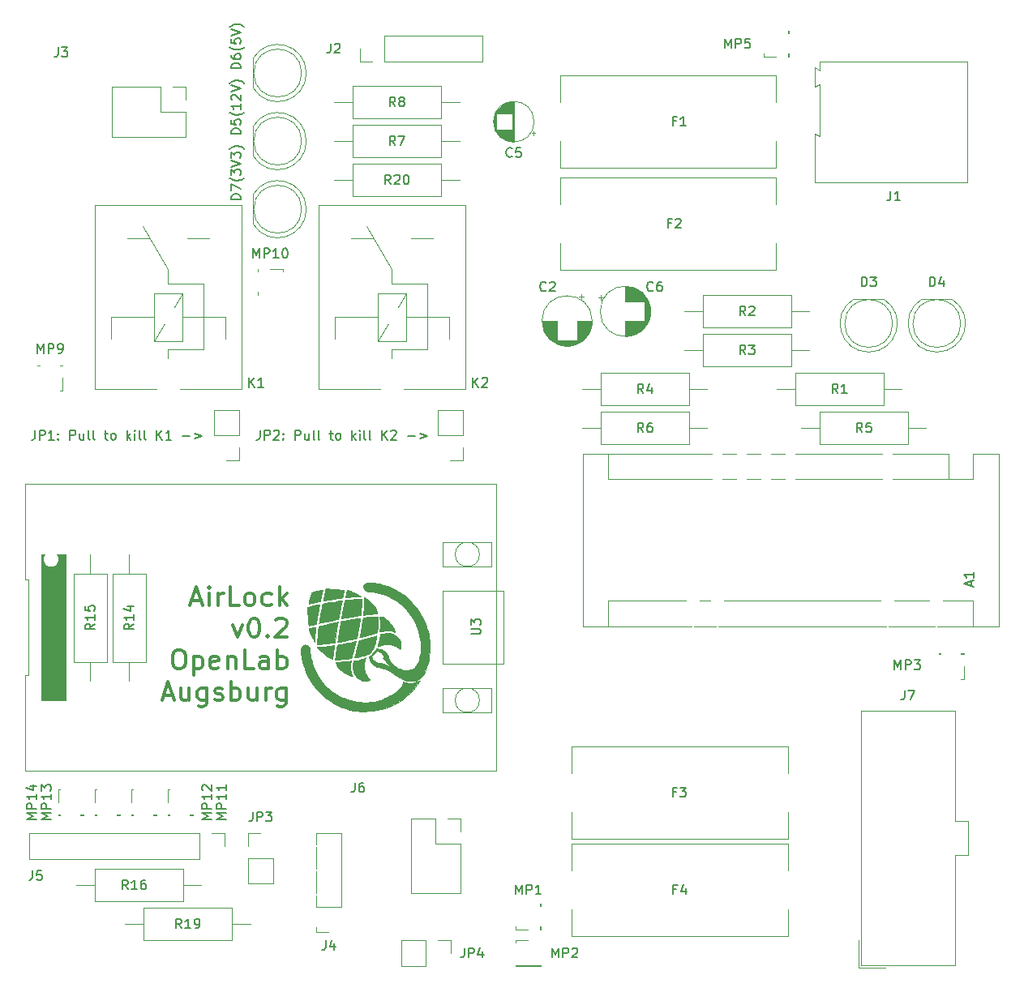
<source format=gto>
%TF.GenerationSoftware,KiCad,Pcbnew,(5.1.12-1-10_14)*%
%TF.CreationDate,2023-03-30T15:47:48+02:00*%
%TF.ProjectId,Airlock-Mainboard,4169726c-6f63-46b2-9d4d-61696e626f61,rev?*%
%TF.SameCoordinates,Original*%
%TF.FileFunction,Legend,Top*%
%TF.FilePolarity,Positive*%
%FSLAX46Y46*%
G04 Gerber Fmt 4.6, Leading zero omitted, Abs format (unit mm)*
G04 Created by KiCad (PCBNEW (5.1.12-1-10_14)) date 2023-03-30 15:47:48*
%MOMM*%
%LPD*%
G01*
G04 APERTURE LIST*
%ADD10C,0.300000*%
%ADD11C,0.010000*%
%ADD12C,0.120000*%
%ADD13C,0.100000*%
%ADD14C,0.150000*%
%ADD15C,5.000000*%
%ADD16R,2.500000X1.700000*%
%ADD17O,2.500000X1.700000*%
%ADD18R,1.700000X1.700000*%
%ADD19O,1.700000X1.700000*%
%ADD20R,2.000000X2.000000*%
%ADD21O,2.000000X2.000000*%
%ADD22O,1.500000X3.000000*%
%ADD23O,1.000000X3.000000*%
%ADD24R,1.600000X1.600000*%
%ADD25O,1.600000X1.600000*%
%ADD26O,1.800000X3.000000*%
%ADD27C,1.600000*%
%ADD28R,1.200000X1.200000*%
%ADD29C,1.200000*%
%ADD30O,1.800000X1.800000*%
%ADD31R,1.800000X1.800000*%
%ADD32O,2.500000X1.800000*%
%ADD33R,2.500000X1.800000*%
%ADD34C,1.800000*%
%ADD35C,3.000000*%
%ADD36R,1.980000X3.960000*%
%ADD37O,1.980000X3.960000*%
%ADD38R,1.700000X2.500000*%
%ADD39O,1.700000X2.500000*%
%ADD40O,3.300000X2.700000*%
%ADD41R,2.000000X1.700000*%
%ADD42O,2.000000X1.700000*%
%ADD43R,3.000000X2.000000*%
%ADD44R,2.000000X3.000000*%
%ADD45C,2.000000*%
G04 APERTURE END LIST*
D10*
X182813285Y-95713333D02*
X183765666Y-95713333D01*
X182622809Y-96284761D02*
X183289476Y-94284761D01*
X183956142Y-96284761D01*
X184622809Y-96284761D02*
X184622809Y-94951428D01*
X184622809Y-94284761D02*
X184527571Y-94380000D01*
X184622809Y-94475238D01*
X184718047Y-94380000D01*
X184622809Y-94284761D01*
X184622809Y-94475238D01*
X185575190Y-96284761D02*
X185575190Y-94951428D01*
X185575190Y-95332380D02*
X185670428Y-95141904D01*
X185765666Y-95046666D01*
X185956142Y-94951428D01*
X186146619Y-94951428D01*
X187765666Y-96284761D02*
X186813285Y-96284761D01*
X186813285Y-94284761D01*
X188718047Y-96284761D02*
X188527571Y-96189523D01*
X188432333Y-96094285D01*
X188337095Y-95903809D01*
X188337095Y-95332380D01*
X188432333Y-95141904D01*
X188527571Y-95046666D01*
X188718047Y-94951428D01*
X189003761Y-94951428D01*
X189194238Y-95046666D01*
X189289476Y-95141904D01*
X189384714Y-95332380D01*
X189384714Y-95903809D01*
X189289476Y-96094285D01*
X189194238Y-96189523D01*
X189003761Y-96284761D01*
X188718047Y-96284761D01*
X191099000Y-96189523D02*
X190908523Y-96284761D01*
X190527571Y-96284761D01*
X190337095Y-96189523D01*
X190241857Y-96094285D01*
X190146619Y-95903809D01*
X190146619Y-95332380D01*
X190241857Y-95141904D01*
X190337095Y-95046666D01*
X190527571Y-94951428D01*
X190908523Y-94951428D01*
X191099000Y-95046666D01*
X191956142Y-96284761D02*
X191956142Y-94284761D01*
X192146619Y-95522857D02*
X192718047Y-96284761D01*
X192718047Y-94951428D02*
X191956142Y-95713333D01*
X187099000Y-98251428D02*
X187575190Y-99584761D01*
X188051380Y-98251428D01*
X189194238Y-97584761D02*
X189384714Y-97584761D01*
X189575190Y-97680000D01*
X189670428Y-97775238D01*
X189765666Y-97965714D01*
X189860904Y-98346666D01*
X189860904Y-98822857D01*
X189765666Y-99203809D01*
X189670428Y-99394285D01*
X189575190Y-99489523D01*
X189384714Y-99584761D01*
X189194238Y-99584761D01*
X189003761Y-99489523D01*
X188908523Y-99394285D01*
X188813285Y-99203809D01*
X188718047Y-98822857D01*
X188718047Y-98346666D01*
X188813285Y-97965714D01*
X188908523Y-97775238D01*
X189003761Y-97680000D01*
X189194238Y-97584761D01*
X190718047Y-99394285D02*
X190813285Y-99489523D01*
X190718047Y-99584761D01*
X190622809Y-99489523D01*
X190718047Y-99394285D01*
X190718047Y-99584761D01*
X191575190Y-97775238D02*
X191670428Y-97680000D01*
X191860904Y-97584761D01*
X192337095Y-97584761D01*
X192527571Y-97680000D01*
X192622809Y-97775238D01*
X192718047Y-97965714D01*
X192718047Y-98156190D01*
X192622809Y-98441904D01*
X191479952Y-99584761D01*
X192718047Y-99584761D01*
X181289476Y-100884761D02*
X181670428Y-100884761D01*
X181860904Y-100980000D01*
X182051380Y-101170476D01*
X182146619Y-101551428D01*
X182146619Y-102218095D01*
X182051380Y-102599047D01*
X181860904Y-102789523D01*
X181670428Y-102884761D01*
X181289476Y-102884761D01*
X181099000Y-102789523D01*
X180908523Y-102599047D01*
X180813285Y-102218095D01*
X180813285Y-101551428D01*
X180908523Y-101170476D01*
X181099000Y-100980000D01*
X181289476Y-100884761D01*
X183003761Y-101551428D02*
X183003761Y-103551428D01*
X183003761Y-101646666D02*
X183194238Y-101551428D01*
X183575190Y-101551428D01*
X183765666Y-101646666D01*
X183860904Y-101741904D01*
X183956142Y-101932380D01*
X183956142Y-102503809D01*
X183860904Y-102694285D01*
X183765666Y-102789523D01*
X183575190Y-102884761D01*
X183194238Y-102884761D01*
X183003761Y-102789523D01*
X185575190Y-102789523D02*
X185384714Y-102884761D01*
X185003761Y-102884761D01*
X184813285Y-102789523D01*
X184718047Y-102599047D01*
X184718047Y-101837142D01*
X184813285Y-101646666D01*
X185003761Y-101551428D01*
X185384714Y-101551428D01*
X185575190Y-101646666D01*
X185670428Y-101837142D01*
X185670428Y-102027619D01*
X184718047Y-102218095D01*
X186527571Y-101551428D02*
X186527571Y-102884761D01*
X186527571Y-101741904D02*
X186622809Y-101646666D01*
X186813285Y-101551428D01*
X187099000Y-101551428D01*
X187289476Y-101646666D01*
X187384714Y-101837142D01*
X187384714Y-102884761D01*
X189289476Y-102884761D02*
X188337095Y-102884761D01*
X188337095Y-100884761D01*
X190813285Y-102884761D02*
X190813285Y-101837142D01*
X190718047Y-101646666D01*
X190527571Y-101551428D01*
X190146619Y-101551428D01*
X189956142Y-101646666D01*
X190813285Y-102789523D02*
X190622809Y-102884761D01*
X190146619Y-102884761D01*
X189956142Y-102789523D01*
X189860904Y-102599047D01*
X189860904Y-102408571D01*
X189956142Y-102218095D01*
X190146619Y-102122857D01*
X190622809Y-102122857D01*
X190813285Y-102027619D01*
X191765666Y-102884761D02*
X191765666Y-100884761D01*
X191765666Y-101646666D02*
X191956142Y-101551428D01*
X192337095Y-101551428D01*
X192527571Y-101646666D01*
X192622809Y-101741904D01*
X192718047Y-101932380D01*
X192718047Y-102503809D01*
X192622809Y-102694285D01*
X192527571Y-102789523D01*
X192337095Y-102884761D01*
X191956142Y-102884761D01*
X191765666Y-102789523D01*
X179860904Y-105613333D02*
X180813285Y-105613333D01*
X179670428Y-106184761D02*
X180337095Y-104184761D01*
X181003761Y-106184761D01*
X182527571Y-104851428D02*
X182527571Y-106184761D01*
X181670428Y-104851428D02*
X181670428Y-105899047D01*
X181765666Y-106089523D01*
X181956142Y-106184761D01*
X182241857Y-106184761D01*
X182432333Y-106089523D01*
X182527571Y-105994285D01*
X184337095Y-104851428D02*
X184337095Y-106470476D01*
X184241857Y-106660952D01*
X184146619Y-106756190D01*
X183956142Y-106851428D01*
X183670428Y-106851428D01*
X183479952Y-106756190D01*
X184337095Y-106089523D02*
X184146619Y-106184761D01*
X183765666Y-106184761D01*
X183575190Y-106089523D01*
X183479952Y-105994285D01*
X183384714Y-105803809D01*
X183384714Y-105232380D01*
X183479952Y-105041904D01*
X183575190Y-104946666D01*
X183765666Y-104851428D01*
X184146619Y-104851428D01*
X184337095Y-104946666D01*
X185194238Y-106089523D02*
X185384714Y-106184761D01*
X185765666Y-106184761D01*
X185956142Y-106089523D01*
X186051380Y-105899047D01*
X186051380Y-105803809D01*
X185956142Y-105613333D01*
X185765666Y-105518095D01*
X185479952Y-105518095D01*
X185289476Y-105422857D01*
X185194238Y-105232380D01*
X185194238Y-105137142D01*
X185289476Y-104946666D01*
X185479952Y-104851428D01*
X185765666Y-104851428D01*
X185956142Y-104946666D01*
X186908523Y-106184761D02*
X186908523Y-104184761D01*
X186908523Y-104946666D02*
X187099000Y-104851428D01*
X187479952Y-104851428D01*
X187670428Y-104946666D01*
X187765666Y-105041904D01*
X187860904Y-105232380D01*
X187860904Y-105803809D01*
X187765666Y-105994285D01*
X187670428Y-106089523D01*
X187479952Y-106184761D01*
X187099000Y-106184761D01*
X186908523Y-106089523D01*
X189575190Y-104851428D02*
X189575190Y-106184761D01*
X188718047Y-104851428D02*
X188718047Y-105899047D01*
X188813285Y-106089523D01*
X189003761Y-106184761D01*
X189289476Y-106184761D01*
X189479952Y-106089523D01*
X189575190Y-105994285D01*
X190527571Y-106184761D02*
X190527571Y-104851428D01*
X190527571Y-105232380D02*
X190622809Y-105041904D01*
X190718047Y-104946666D01*
X190908523Y-104851428D01*
X191099000Y-104851428D01*
X192622809Y-104851428D02*
X192622809Y-106470476D01*
X192527571Y-106660952D01*
X192432333Y-106756190D01*
X192241857Y-106851428D01*
X191956142Y-106851428D01*
X191765666Y-106756190D01*
X192622809Y-106089523D02*
X192432333Y-106184761D01*
X192051380Y-106184761D01*
X191860904Y-106089523D01*
X191765666Y-105994285D01*
X191670428Y-105803809D01*
X191670428Y-105232380D01*
X191765666Y-105041904D01*
X191860904Y-104946666D01*
X192051380Y-104851428D01*
X192432333Y-104851428D01*
X192622809Y-104946666D01*
D11*
%TO.C,G\u002A\u002A\u002A*%
G36*
X194731628Y-100366831D02*
G01*
X194808173Y-100386299D01*
X194876103Y-100422771D01*
X194943575Y-100479543D01*
X194951816Y-100487665D01*
X194993614Y-100532887D01*
X195027481Y-100578967D01*
X195054729Y-100629892D01*
X195076666Y-100689648D01*
X195094605Y-100762223D01*
X195109854Y-100851604D01*
X195123725Y-100961777D01*
X195131381Y-101034063D01*
X195152536Y-101226682D01*
X195175372Y-101399849D01*
X195201060Y-101561129D01*
X195230770Y-101718086D01*
X195254039Y-101826978D01*
X195351937Y-102206039D01*
X195474172Y-102575646D01*
X195619839Y-102934708D01*
X195788037Y-103282133D01*
X195977862Y-103616828D01*
X196188411Y-103937702D01*
X196418780Y-104243661D01*
X196668068Y-104533615D01*
X196935370Y-104806470D01*
X197219783Y-105061136D01*
X197520405Y-105296518D01*
X197836332Y-105511527D01*
X198166662Y-105705068D01*
X198510490Y-105876051D01*
X198654370Y-105939051D01*
X198999462Y-106072451D01*
X199343195Y-106180990D01*
X199689024Y-106265360D01*
X200040407Y-106326255D01*
X200400801Y-106364368D01*
X200773664Y-106380391D01*
X200859533Y-106381023D01*
X201040352Y-106379542D01*
X201202333Y-106374203D01*
X201353474Y-106364292D01*
X201501775Y-106349098D01*
X201655235Y-106327906D01*
X201821853Y-106300003D01*
X201873255Y-106290650D01*
X202167863Y-106227602D01*
X202457614Y-106148658D01*
X202740602Y-106054925D01*
X203014922Y-105947507D01*
X203278669Y-105827512D01*
X203529936Y-105696045D01*
X203766820Y-105554211D01*
X203987413Y-105403118D01*
X204189812Y-105243871D01*
X204372109Y-105077576D01*
X204532400Y-104905338D01*
X204668780Y-104728265D01*
X204731378Y-104631740D01*
X204765232Y-104570418D01*
X204798408Y-104500809D01*
X204828303Y-104429485D01*
X204852318Y-104363019D01*
X204867849Y-104307985D01*
X204872436Y-104275358D01*
X204876886Y-104252331D01*
X204892157Y-104239928D01*
X204921629Y-104238057D01*
X204968682Y-104246626D01*
X205036698Y-104265544D01*
X205052806Y-104270466D01*
X205154321Y-104300915D01*
X205238192Y-104323460D01*
X205312158Y-104339471D01*
X205383954Y-104350315D01*
X205461319Y-104357362D01*
X205551990Y-104361977D01*
X205575170Y-104362826D01*
X205671998Y-104365216D01*
X205749274Y-104364567D01*
X205814333Y-104360540D01*
X205874509Y-104352795D01*
X205904086Y-104347606D01*
X206014998Y-104321321D01*
X206139087Y-104282762D01*
X206267364Y-104235106D01*
X206390838Y-104181532D01*
X206436203Y-104159492D01*
X206508972Y-104124013D01*
X206559569Y-104103116D01*
X206589263Y-104097934D01*
X206599320Y-104109602D01*
X206591008Y-104139252D01*
X206565592Y-104188020D01*
X206531712Y-104244982D01*
X206332138Y-104548311D01*
X206107982Y-104844761D01*
X205861269Y-105132185D01*
X205594021Y-105408438D01*
X205308261Y-105671375D01*
X205006011Y-105918850D01*
X204829491Y-106050466D01*
X204491243Y-106277538D01*
X204137160Y-106483186D01*
X203768307Y-106667073D01*
X203385749Y-106828860D01*
X202990549Y-106968207D01*
X202583773Y-107084778D01*
X202166485Y-107178233D01*
X201739749Y-107248235D01*
X201304629Y-107294443D01*
X200862191Y-107316521D01*
X200846447Y-107316856D01*
X200755358Y-107318374D01*
X200666813Y-107319258D01*
X200586842Y-107319491D01*
X200521474Y-107319057D01*
X200476739Y-107317939D01*
X200474904Y-107317853D01*
X200074239Y-107284869D01*
X199676757Y-107225503D01*
X199283571Y-107140317D01*
X198895795Y-107029870D01*
X198514542Y-106894723D01*
X198140929Y-106735437D01*
X197776067Y-106552572D01*
X197421071Y-106346689D01*
X197077056Y-106118348D01*
X196745135Y-105868110D01*
X196426422Y-105596535D01*
X196122031Y-105304184D01*
X195833077Y-104991617D01*
X195818612Y-104974957D01*
X195558459Y-104654599D01*
X195317982Y-104317959D01*
X195098126Y-103967011D01*
X194899838Y-103603726D01*
X194724064Y-103230075D01*
X194571750Y-102848032D01*
X194443843Y-102459566D01*
X194341289Y-102066652D01*
X194282056Y-101772936D01*
X194259201Y-101633838D01*
X194239086Y-101492731D01*
X194222018Y-101353307D01*
X194208307Y-101219259D01*
X194198261Y-101094281D01*
X194192189Y-100982067D01*
X194190399Y-100886308D01*
X194193200Y-100810699D01*
X194198302Y-100770445D01*
X194231838Y-100652906D01*
X194283352Y-100550948D01*
X194351059Y-100467224D01*
X194433171Y-100404387D01*
X194451635Y-100394318D01*
X194489183Y-100377426D01*
X194526311Y-100367324D01*
X194572026Y-100362409D01*
X194635334Y-100361076D01*
X194638308Y-100361074D01*
X194731628Y-100366831D01*
G37*
X194731628Y-100366831D02*
X194808173Y-100386299D01*
X194876103Y-100422771D01*
X194943575Y-100479543D01*
X194951816Y-100487665D01*
X194993614Y-100532887D01*
X195027481Y-100578967D01*
X195054729Y-100629892D01*
X195076666Y-100689648D01*
X195094605Y-100762223D01*
X195109854Y-100851604D01*
X195123725Y-100961777D01*
X195131381Y-101034063D01*
X195152536Y-101226682D01*
X195175372Y-101399849D01*
X195201060Y-101561129D01*
X195230770Y-101718086D01*
X195254039Y-101826978D01*
X195351937Y-102206039D01*
X195474172Y-102575646D01*
X195619839Y-102934708D01*
X195788037Y-103282133D01*
X195977862Y-103616828D01*
X196188411Y-103937702D01*
X196418780Y-104243661D01*
X196668068Y-104533615D01*
X196935370Y-104806470D01*
X197219783Y-105061136D01*
X197520405Y-105296518D01*
X197836332Y-105511527D01*
X198166662Y-105705068D01*
X198510490Y-105876051D01*
X198654370Y-105939051D01*
X198999462Y-106072451D01*
X199343195Y-106180990D01*
X199689024Y-106265360D01*
X200040407Y-106326255D01*
X200400801Y-106364368D01*
X200773664Y-106380391D01*
X200859533Y-106381023D01*
X201040352Y-106379542D01*
X201202333Y-106374203D01*
X201353474Y-106364292D01*
X201501775Y-106349098D01*
X201655235Y-106327906D01*
X201821853Y-106300003D01*
X201873255Y-106290650D01*
X202167863Y-106227602D01*
X202457614Y-106148658D01*
X202740602Y-106054925D01*
X203014922Y-105947507D01*
X203278669Y-105827512D01*
X203529936Y-105696045D01*
X203766820Y-105554211D01*
X203987413Y-105403118D01*
X204189812Y-105243871D01*
X204372109Y-105077576D01*
X204532400Y-104905338D01*
X204668780Y-104728265D01*
X204731378Y-104631740D01*
X204765232Y-104570418D01*
X204798408Y-104500809D01*
X204828303Y-104429485D01*
X204852318Y-104363019D01*
X204867849Y-104307985D01*
X204872436Y-104275358D01*
X204876886Y-104252331D01*
X204892157Y-104239928D01*
X204921629Y-104238057D01*
X204968682Y-104246626D01*
X205036698Y-104265544D01*
X205052806Y-104270466D01*
X205154321Y-104300915D01*
X205238192Y-104323460D01*
X205312158Y-104339471D01*
X205383954Y-104350315D01*
X205461319Y-104357362D01*
X205551990Y-104361977D01*
X205575170Y-104362826D01*
X205671998Y-104365216D01*
X205749274Y-104364567D01*
X205814333Y-104360540D01*
X205874509Y-104352795D01*
X205904086Y-104347606D01*
X206014998Y-104321321D01*
X206139087Y-104282762D01*
X206267364Y-104235106D01*
X206390838Y-104181532D01*
X206436203Y-104159492D01*
X206508972Y-104124013D01*
X206559569Y-104103116D01*
X206589263Y-104097934D01*
X206599320Y-104109602D01*
X206591008Y-104139252D01*
X206565592Y-104188020D01*
X206531712Y-104244982D01*
X206332138Y-104548311D01*
X206107982Y-104844761D01*
X205861269Y-105132185D01*
X205594021Y-105408438D01*
X205308261Y-105671375D01*
X205006011Y-105918850D01*
X204829491Y-106050466D01*
X204491243Y-106277538D01*
X204137160Y-106483186D01*
X203768307Y-106667073D01*
X203385749Y-106828860D01*
X202990549Y-106968207D01*
X202583773Y-107084778D01*
X202166485Y-107178233D01*
X201739749Y-107248235D01*
X201304629Y-107294443D01*
X200862191Y-107316521D01*
X200846447Y-107316856D01*
X200755358Y-107318374D01*
X200666813Y-107319258D01*
X200586842Y-107319491D01*
X200521474Y-107319057D01*
X200476739Y-107317939D01*
X200474904Y-107317853D01*
X200074239Y-107284869D01*
X199676757Y-107225503D01*
X199283571Y-107140317D01*
X198895795Y-107029870D01*
X198514542Y-106894723D01*
X198140929Y-106735437D01*
X197776067Y-106552572D01*
X197421071Y-106346689D01*
X197077056Y-106118348D01*
X196745135Y-105868110D01*
X196426422Y-105596535D01*
X196122031Y-105304184D01*
X195833077Y-104991617D01*
X195818612Y-104974957D01*
X195558459Y-104654599D01*
X195317982Y-104317959D01*
X195098126Y-103967011D01*
X194899838Y-103603726D01*
X194724064Y-103230075D01*
X194571750Y-102848032D01*
X194443843Y-102459566D01*
X194341289Y-102066652D01*
X194282056Y-101772936D01*
X194259201Y-101633838D01*
X194239086Y-101492731D01*
X194222018Y-101353307D01*
X194208307Y-101219259D01*
X194198261Y-101094281D01*
X194192189Y-100982067D01*
X194190399Y-100886308D01*
X194193200Y-100810699D01*
X194198302Y-100770445D01*
X194231838Y-100652906D01*
X194283352Y-100550948D01*
X194351059Y-100467224D01*
X194433171Y-100404387D01*
X194451635Y-100394318D01*
X194489183Y-100377426D01*
X194526311Y-100367324D01*
X194572026Y-100362409D01*
X194635334Y-100361076D01*
X194638308Y-100361074D01*
X194731628Y-100366831D01*
G36*
X201380303Y-93865176D02*
G01*
X201503360Y-93873696D01*
X201638599Y-93886566D01*
X201782472Y-93903398D01*
X201931433Y-93923802D01*
X202081935Y-93947388D01*
X202230432Y-93973768D01*
X202373376Y-94002553D01*
X202415431Y-94011775D01*
X202825766Y-94117333D01*
X203226234Y-94248006D01*
X203616476Y-94403615D01*
X203996130Y-94583983D01*
X204364836Y-94788930D01*
X204722235Y-95018278D01*
X205067967Y-95271849D01*
X205244159Y-95414172D01*
X205320767Y-95480664D01*
X205410455Y-95562767D01*
X205509096Y-95656350D01*
X205612562Y-95757280D01*
X205716724Y-95861426D01*
X205817456Y-95964657D01*
X205910628Y-96062839D01*
X205992114Y-96151843D01*
X206057784Y-96227534D01*
X206062796Y-96233574D01*
X206283010Y-96512034D01*
X206481385Y-96788527D01*
X206661905Y-97069043D01*
X206828555Y-97359574D01*
X206893968Y-97483308D01*
X207064020Y-97835847D01*
X207211212Y-98191528D01*
X207336522Y-98553593D01*
X207440928Y-98925283D01*
X207525408Y-99309839D01*
X207590940Y-99710504D01*
X207609495Y-99854425D01*
X207617565Y-99938347D01*
X207624555Y-100044205D01*
X207630382Y-100166936D01*
X207634962Y-100301474D01*
X207638214Y-100442753D01*
X207640052Y-100585707D01*
X207640395Y-100725272D01*
X207639159Y-100856382D01*
X207636260Y-100973971D01*
X207631616Y-101072974D01*
X207629916Y-101097688D01*
X207588377Y-101507483D01*
X207526642Y-101901677D01*
X207444872Y-102279599D01*
X207343226Y-102640579D01*
X207221866Y-102983947D01*
X207121221Y-103222425D01*
X207048730Y-103373643D01*
X206977839Y-103502142D01*
X206905686Y-103611853D01*
X206829408Y-103706709D01*
X206746141Y-103790641D01*
X206653023Y-103867579D01*
X206649447Y-103870271D01*
X206500166Y-103970342D01*
X206346394Y-104048754D01*
X206184273Y-104106761D01*
X206009947Y-104145612D01*
X205819559Y-104166558D01*
X205723787Y-104170566D01*
X205647261Y-104171852D01*
X205576713Y-104172213D01*
X205518222Y-104171679D01*
X205477868Y-104170278D01*
X205467085Y-104169352D01*
X205394674Y-104158146D01*
X205308058Y-104141647D01*
X205218921Y-104122300D01*
X205138946Y-104102551D01*
X205111972Y-104095038D01*
X205034173Y-104070058D01*
X204953916Y-104039344D01*
X204868919Y-104001630D01*
X204776903Y-103955647D01*
X204675585Y-103900127D01*
X204562684Y-103833804D01*
X204435919Y-103755409D01*
X204293009Y-103663674D01*
X204131672Y-103557332D01*
X204068734Y-103515292D01*
X203932271Y-103424180D01*
X203815038Y-103346681D01*
X203714085Y-103280974D01*
X203626463Y-103225238D01*
X203549221Y-103177652D01*
X203479408Y-103136395D01*
X203414076Y-103099646D01*
X203350274Y-103065586D01*
X203291872Y-103035800D01*
X203136003Y-102961548D01*
X202990547Y-102901011D01*
X202845860Y-102850800D01*
X202692298Y-102807530D01*
X202542032Y-102772474D01*
X202335362Y-102721502D01*
X202152614Y-102662510D01*
X201991584Y-102594376D01*
X201850067Y-102515979D01*
X201725861Y-102426198D01*
X201616760Y-102323912D01*
X201580203Y-102283165D01*
X201508316Y-102185403D01*
X201445298Y-102072670D01*
X201393857Y-101951891D01*
X201356699Y-101829987D01*
X201336530Y-101713881D01*
X201333677Y-101652557D01*
X201334524Y-101563521D01*
X201368346Y-101538868D01*
X201560330Y-101538868D01*
X201574432Y-101615152D01*
X201609071Y-101730409D01*
X201667694Y-101839793D01*
X201747564Y-101941452D01*
X201845944Y-102033533D01*
X201960096Y-102114180D01*
X202087285Y-102181542D01*
X202224773Y-102233765D01*
X202369824Y-102268994D01*
X202519699Y-102285377D01*
X202565542Y-102286340D01*
X202611448Y-102287216D01*
X202650594Y-102290979D01*
X202689792Y-102299331D01*
X202735851Y-102313974D01*
X202795583Y-102336611D01*
X202843406Y-102355785D01*
X203086621Y-102462891D01*
X203309871Y-102580098D01*
X203519513Y-102711402D01*
X203721904Y-102860797D01*
X203923400Y-103032276D01*
X203931020Y-103039186D01*
X203979924Y-103081042D01*
X204014621Y-103103781D01*
X204038411Y-103108869D01*
X204054595Y-103097769D01*
X204056528Y-103094867D01*
X204058767Y-103089655D01*
X204057936Y-103083055D01*
X204052195Y-103073278D01*
X204039700Y-103058537D01*
X204018612Y-103037044D01*
X203987088Y-103007013D01*
X203943287Y-102966656D01*
X203885367Y-102914184D01*
X203811487Y-102847811D01*
X203719806Y-102765750D01*
X203690220Y-102739293D01*
X203527693Y-102592426D01*
X203384796Y-102459847D01*
X203259597Y-102339561D01*
X203150161Y-102229576D01*
X203054554Y-102127898D01*
X202970841Y-102032534D01*
X202897088Y-101941489D01*
X202834821Y-101857651D01*
X202801365Y-101809154D01*
X202782043Y-101776155D01*
X202774390Y-101752831D01*
X202775940Y-101733357D01*
X202778698Y-101725043D01*
X202785003Y-101695106D01*
X202789684Y-101647433D01*
X202791896Y-101591297D01*
X202791968Y-101579530D01*
X202790348Y-101516919D01*
X202783965Y-101469775D01*
X202770514Y-101426656D01*
X202753361Y-101387883D01*
X202693265Y-101292838D01*
X202609427Y-101209331D01*
X202502877Y-101138109D01*
X202374644Y-101079916D01*
X202289337Y-101052025D01*
X202212801Y-101030132D01*
X202157268Y-101015814D01*
X202117593Y-101009832D01*
X202088633Y-101012946D01*
X202065241Y-101025916D01*
X202042274Y-101049504D01*
X202014586Y-101084468D01*
X202007404Y-101093694D01*
X201958920Y-101151723D01*
X201896112Y-101221065D01*
X201825140Y-101295411D01*
X201752163Y-101368451D01*
X201683343Y-101433876D01*
X201625596Y-101484749D01*
X201560330Y-101538868D01*
X201368346Y-101538868D01*
X201431629Y-101492741D01*
X201535284Y-101409574D01*
X201645433Y-101307580D01*
X201756834Y-101192273D01*
X201864247Y-101069167D01*
X201962432Y-100943775D01*
X201990887Y-100904294D01*
X202026986Y-100856266D01*
X202061369Y-100816045D01*
X202088804Y-100789525D01*
X202098401Y-100783189D01*
X202134308Y-100776175D01*
X202190305Y-100776429D01*
X202260694Y-100783143D01*
X202339778Y-100795510D01*
X202421862Y-100812721D01*
X202501247Y-100833967D01*
X202536871Y-100845412D01*
X202705993Y-100915968D01*
X202861801Y-101006503D01*
X203000833Y-101114684D01*
X203119573Y-101238113D01*
X203191340Y-101337506D01*
X203248295Y-101445678D01*
X203293987Y-101569874D01*
X203310568Y-101628166D01*
X203354468Y-101772799D01*
X203406137Y-101899982D01*
X203469645Y-102019032D01*
X203507533Y-102079056D01*
X203647950Y-102267087D01*
X203809403Y-102438558D01*
X203992142Y-102593685D01*
X204196413Y-102732688D01*
X204348966Y-102818750D01*
X204515464Y-102898741D01*
X204672849Y-102958915D01*
X204828073Y-103001178D01*
X204988090Y-103027440D01*
X205152739Y-103039371D01*
X205263679Y-103041437D01*
X205355795Y-103039399D01*
X205425686Y-103033360D01*
X205443218Y-103030521D01*
X205624909Y-102983203D01*
X205792923Y-102912644D01*
X205947194Y-102818946D01*
X206087657Y-102702212D01*
X206214246Y-102562544D01*
X206326896Y-102400042D01*
X206425542Y-102214811D01*
X206510117Y-102006950D01*
X206580557Y-101776563D01*
X206636795Y-101523751D01*
X206678767Y-101248617D01*
X206696553Y-101078796D01*
X206702042Y-100996470D01*
X206706133Y-100893260D01*
X206708825Y-100775271D01*
X206710112Y-100648604D01*
X206709992Y-100519362D01*
X206708460Y-100393647D01*
X206705515Y-100277563D01*
X206701151Y-100177211D01*
X206697109Y-100117883D01*
X206652508Y-99728813D01*
X206584411Y-99351829D01*
X206492163Y-98984579D01*
X206375109Y-98624712D01*
X206232594Y-98269876D01*
X206109045Y-98006517D01*
X205920030Y-97655488D01*
X205711728Y-97323105D01*
X205483601Y-97008738D01*
X205235107Y-96711757D01*
X204965708Y-96431531D01*
X204674863Y-96167428D01*
X204362034Y-95918819D01*
X204256175Y-95841705D01*
X204030975Y-95691043D01*
X203785567Y-95544927D01*
X203526741Y-95406753D01*
X203261286Y-95279917D01*
X202995991Y-95167815D01*
X202737646Y-95073845D01*
X202690649Y-95058557D01*
X202516752Y-95005872D01*
X202345105Y-94959828D01*
X202171208Y-94919585D01*
X201990560Y-94884301D01*
X201798663Y-94853137D01*
X201591018Y-94825253D01*
X201363124Y-94799809D01*
X201240277Y-94787749D01*
X201137272Y-94775009D01*
X201054301Y-94757078D01*
X200984545Y-94731763D01*
X200921185Y-94696870D01*
X200889511Y-94674955D01*
X200809873Y-94601032D01*
X200753633Y-94513897D01*
X200721338Y-94414764D01*
X200713538Y-94304846D01*
X200714491Y-94287834D01*
X200734644Y-94179859D01*
X200777814Y-94084819D01*
X200842523Y-94004238D01*
X200927294Y-93939642D01*
X201030651Y-93892554D01*
X201119684Y-93869608D01*
X201184918Y-93862743D01*
X201272973Y-93861395D01*
X201380303Y-93865176D01*
G37*
X201380303Y-93865176D02*
X201503360Y-93873696D01*
X201638599Y-93886566D01*
X201782472Y-93903398D01*
X201931433Y-93923802D01*
X202081935Y-93947388D01*
X202230432Y-93973768D01*
X202373376Y-94002553D01*
X202415431Y-94011775D01*
X202825766Y-94117333D01*
X203226234Y-94248006D01*
X203616476Y-94403615D01*
X203996130Y-94583983D01*
X204364836Y-94788930D01*
X204722235Y-95018278D01*
X205067967Y-95271849D01*
X205244159Y-95414172D01*
X205320767Y-95480664D01*
X205410455Y-95562767D01*
X205509096Y-95656350D01*
X205612562Y-95757280D01*
X205716724Y-95861426D01*
X205817456Y-95964657D01*
X205910628Y-96062839D01*
X205992114Y-96151843D01*
X206057784Y-96227534D01*
X206062796Y-96233574D01*
X206283010Y-96512034D01*
X206481385Y-96788527D01*
X206661905Y-97069043D01*
X206828555Y-97359574D01*
X206893968Y-97483308D01*
X207064020Y-97835847D01*
X207211212Y-98191528D01*
X207336522Y-98553593D01*
X207440928Y-98925283D01*
X207525408Y-99309839D01*
X207590940Y-99710504D01*
X207609495Y-99854425D01*
X207617565Y-99938347D01*
X207624555Y-100044205D01*
X207630382Y-100166936D01*
X207634962Y-100301474D01*
X207638214Y-100442753D01*
X207640052Y-100585707D01*
X207640395Y-100725272D01*
X207639159Y-100856382D01*
X207636260Y-100973971D01*
X207631616Y-101072974D01*
X207629916Y-101097688D01*
X207588377Y-101507483D01*
X207526642Y-101901677D01*
X207444872Y-102279599D01*
X207343226Y-102640579D01*
X207221866Y-102983947D01*
X207121221Y-103222425D01*
X207048730Y-103373643D01*
X206977839Y-103502142D01*
X206905686Y-103611853D01*
X206829408Y-103706709D01*
X206746141Y-103790641D01*
X206653023Y-103867579D01*
X206649447Y-103870271D01*
X206500166Y-103970342D01*
X206346394Y-104048754D01*
X206184273Y-104106761D01*
X206009947Y-104145612D01*
X205819559Y-104166558D01*
X205723787Y-104170566D01*
X205647261Y-104171852D01*
X205576713Y-104172213D01*
X205518222Y-104171679D01*
X205477868Y-104170278D01*
X205467085Y-104169352D01*
X205394674Y-104158146D01*
X205308058Y-104141647D01*
X205218921Y-104122300D01*
X205138946Y-104102551D01*
X205111972Y-104095038D01*
X205034173Y-104070058D01*
X204953916Y-104039344D01*
X204868919Y-104001630D01*
X204776903Y-103955647D01*
X204675585Y-103900127D01*
X204562684Y-103833804D01*
X204435919Y-103755409D01*
X204293009Y-103663674D01*
X204131672Y-103557332D01*
X204068734Y-103515292D01*
X203932271Y-103424180D01*
X203815038Y-103346681D01*
X203714085Y-103280974D01*
X203626463Y-103225238D01*
X203549221Y-103177652D01*
X203479408Y-103136395D01*
X203414076Y-103099646D01*
X203350274Y-103065586D01*
X203291872Y-103035800D01*
X203136003Y-102961548D01*
X202990547Y-102901011D01*
X202845860Y-102850800D01*
X202692298Y-102807530D01*
X202542032Y-102772474D01*
X202335362Y-102721502D01*
X202152614Y-102662510D01*
X201991584Y-102594376D01*
X201850067Y-102515979D01*
X201725861Y-102426198D01*
X201616760Y-102323912D01*
X201580203Y-102283165D01*
X201508316Y-102185403D01*
X201445298Y-102072670D01*
X201393857Y-101951891D01*
X201356699Y-101829987D01*
X201336530Y-101713881D01*
X201333677Y-101652557D01*
X201334524Y-101563521D01*
X201368346Y-101538868D01*
X201560330Y-101538868D01*
X201574432Y-101615152D01*
X201609071Y-101730409D01*
X201667694Y-101839793D01*
X201747564Y-101941452D01*
X201845944Y-102033533D01*
X201960096Y-102114180D01*
X202087285Y-102181542D01*
X202224773Y-102233765D01*
X202369824Y-102268994D01*
X202519699Y-102285377D01*
X202565542Y-102286340D01*
X202611448Y-102287216D01*
X202650594Y-102290979D01*
X202689792Y-102299331D01*
X202735851Y-102313974D01*
X202795583Y-102336611D01*
X202843406Y-102355785D01*
X203086621Y-102462891D01*
X203309871Y-102580098D01*
X203519513Y-102711402D01*
X203721904Y-102860797D01*
X203923400Y-103032276D01*
X203931020Y-103039186D01*
X203979924Y-103081042D01*
X204014621Y-103103781D01*
X204038411Y-103108869D01*
X204054595Y-103097769D01*
X204056528Y-103094867D01*
X204058767Y-103089655D01*
X204057936Y-103083055D01*
X204052195Y-103073278D01*
X204039700Y-103058537D01*
X204018612Y-103037044D01*
X203987088Y-103007013D01*
X203943287Y-102966656D01*
X203885367Y-102914184D01*
X203811487Y-102847811D01*
X203719806Y-102765750D01*
X203690220Y-102739293D01*
X203527693Y-102592426D01*
X203384796Y-102459847D01*
X203259597Y-102339561D01*
X203150161Y-102229576D01*
X203054554Y-102127898D01*
X202970841Y-102032534D01*
X202897088Y-101941489D01*
X202834821Y-101857651D01*
X202801365Y-101809154D01*
X202782043Y-101776155D01*
X202774390Y-101752831D01*
X202775940Y-101733357D01*
X202778698Y-101725043D01*
X202785003Y-101695106D01*
X202789684Y-101647433D01*
X202791896Y-101591297D01*
X202791968Y-101579530D01*
X202790348Y-101516919D01*
X202783965Y-101469775D01*
X202770514Y-101426656D01*
X202753361Y-101387883D01*
X202693265Y-101292838D01*
X202609427Y-101209331D01*
X202502877Y-101138109D01*
X202374644Y-101079916D01*
X202289337Y-101052025D01*
X202212801Y-101030132D01*
X202157268Y-101015814D01*
X202117593Y-101009832D01*
X202088633Y-101012946D01*
X202065241Y-101025916D01*
X202042274Y-101049504D01*
X202014586Y-101084468D01*
X202007404Y-101093694D01*
X201958920Y-101151723D01*
X201896112Y-101221065D01*
X201825140Y-101295411D01*
X201752163Y-101368451D01*
X201683343Y-101433876D01*
X201625596Y-101484749D01*
X201560330Y-101538868D01*
X201368346Y-101538868D01*
X201431629Y-101492741D01*
X201535284Y-101409574D01*
X201645433Y-101307580D01*
X201756834Y-101192273D01*
X201864247Y-101069167D01*
X201962432Y-100943775D01*
X201990887Y-100904294D01*
X202026986Y-100856266D01*
X202061369Y-100816045D01*
X202088804Y-100789525D01*
X202098401Y-100783189D01*
X202134308Y-100776175D01*
X202190305Y-100776429D01*
X202260694Y-100783143D01*
X202339778Y-100795510D01*
X202421862Y-100812721D01*
X202501247Y-100833967D01*
X202536871Y-100845412D01*
X202705993Y-100915968D01*
X202861801Y-101006503D01*
X203000833Y-101114684D01*
X203119573Y-101238113D01*
X203191340Y-101337506D01*
X203248295Y-101445678D01*
X203293987Y-101569874D01*
X203310568Y-101628166D01*
X203354468Y-101772799D01*
X203406137Y-101899982D01*
X203469645Y-102019032D01*
X203507533Y-102079056D01*
X203647950Y-102267087D01*
X203809403Y-102438558D01*
X203992142Y-102593685D01*
X204196413Y-102732688D01*
X204348966Y-102818750D01*
X204515464Y-102898741D01*
X204672849Y-102958915D01*
X204828073Y-103001178D01*
X204988090Y-103027440D01*
X205152739Y-103039371D01*
X205263679Y-103041437D01*
X205355795Y-103039399D01*
X205425686Y-103033360D01*
X205443218Y-103030521D01*
X205624909Y-102983203D01*
X205792923Y-102912644D01*
X205947194Y-102818946D01*
X206087657Y-102702212D01*
X206214246Y-102562544D01*
X206326896Y-102400042D01*
X206425542Y-102214811D01*
X206510117Y-102006950D01*
X206580557Y-101776563D01*
X206636795Y-101523751D01*
X206678767Y-101248617D01*
X206696553Y-101078796D01*
X206702042Y-100996470D01*
X206706133Y-100893260D01*
X206708825Y-100775271D01*
X206710112Y-100648604D01*
X206709992Y-100519362D01*
X206708460Y-100393647D01*
X206705515Y-100277563D01*
X206701151Y-100177211D01*
X206697109Y-100117883D01*
X206652508Y-99728813D01*
X206584411Y-99351829D01*
X206492163Y-98984579D01*
X206375109Y-98624712D01*
X206232594Y-98269876D01*
X206109045Y-98006517D01*
X205920030Y-97655488D01*
X205711728Y-97323105D01*
X205483601Y-97008738D01*
X205235107Y-96711757D01*
X204965708Y-96431531D01*
X204674863Y-96167428D01*
X204362034Y-95918819D01*
X204256175Y-95841705D01*
X204030975Y-95691043D01*
X203785567Y-95544927D01*
X203526741Y-95406753D01*
X203261286Y-95279917D01*
X202995991Y-95167815D01*
X202737646Y-95073845D01*
X202690649Y-95058557D01*
X202516752Y-95005872D01*
X202345105Y-94959828D01*
X202171208Y-94919585D01*
X201990560Y-94884301D01*
X201798663Y-94853137D01*
X201591018Y-94825253D01*
X201363124Y-94799809D01*
X201240277Y-94787749D01*
X201137272Y-94775009D01*
X201054301Y-94757078D01*
X200984545Y-94731763D01*
X200921185Y-94696870D01*
X200889511Y-94674955D01*
X200809873Y-94601032D01*
X200753633Y-94513897D01*
X200721338Y-94414764D01*
X200713538Y-94304846D01*
X200714491Y-94287834D01*
X200734644Y-94179859D01*
X200777814Y-94084819D01*
X200842523Y-94004238D01*
X200927294Y-93939642D01*
X201030651Y-93892554D01*
X201119684Y-93869608D01*
X201184918Y-93862743D01*
X201272973Y-93861395D01*
X201380303Y-93865176D01*
G36*
X200960572Y-101735511D02*
G01*
X200946863Y-101772017D01*
X200934151Y-101799957D01*
X200915303Y-101844663D01*
X200892864Y-101908910D01*
X200868837Y-101985804D01*
X200845225Y-102068451D01*
X200824030Y-102149956D01*
X200807255Y-102223425D01*
X200799943Y-102261979D01*
X200788027Y-102356016D01*
X200780421Y-102465525D01*
X200777244Y-102581612D01*
X200778612Y-102695385D01*
X200784642Y-102797952D01*
X200792041Y-102860542D01*
X200838782Y-103075943D01*
X200911013Y-103287289D01*
X201007222Y-103491502D01*
X201125895Y-103685505D01*
X201265520Y-103866220D01*
X201312051Y-103918232D01*
X201346845Y-103956842D01*
X201372432Y-103987225D01*
X201384898Y-104004643D01*
X201385333Y-104006919D01*
X201347748Y-104030040D01*
X201292778Y-104057676D01*
X201228700Y-104085871D01*
X201181590Y-104104290D01*
X201090076Y-104129118D01*
X200982543Y-104144158D01*
X200868286Y-104149073D01*
X200756603Y-104143523D01*
X200656788Y-104127171D01*
X200643787Y-104123865D01*
X200489307Y-104070296D01*
X200335852Y-103994302D01*
X200189253Y-103899811D01*
X200055343Y-103790753D01*
X199939955Y-103671056D01*
X199903236Y-103625009D01*
X199814796Y-103491978D01*
X199744053Y-103350312D01*
X199690716Y-103198132D01*
X199654494Y-103033555D01*
X199635097Y-102854700D01*
X199632234Y-102659688D01*
X199645612Y-102446635D01*
X199674942Y-102213663D01*
X199679941Y-102181633D01*
X199702000Y-102043149D01*
X199747397Y-102043149D01*
X199787244Y-102040671D01*
X199846742Y-102033924D01*
X199919048Y-102023934D01*
X199997317Y-102011729D01*
X200074703Y-101998336D01*
X200144363Y-101984782D01*
X200163047Y-101980768D01*
X200338753Y-101936477D01*
X200524504Y-101879877D01*
X200708683Y-101814809D01*
X200879672Y-101745115D01*
X200891352Y-101739937D01*
X200970035Y-101704842D01*
X200960572Y-101735511D01*
G37*
X200960572Y-101735511D02*
X200946863Y-101772017D01*
X200934151Y-101799957D01*
X200915303Y-101844663D01*
X200892864Y-101908910D01*
X200868837Y-101985804D01*
X200845225Y-102068451D01*
X200824030Y-102149956D01*
X200807255Y-102223425D01*
X200799943Y-102261979D01*
X200788027Y-102356016D01*
X200780421Y-102465525D01*
X200777244Y-102581612D01*
X200778612Y-102695385D01*
X200784642Y-102797952D01*
X200792041Y-102860542D01*
X200838782Y-103075943D01*
X200911013Y-103287289D01*
X201007222Y-103491502D01*
X201125895Y-103685505D01*
X201265520Y-103866220D01*
X201312051Y-103918232D01*
X201346845Y-103956842D01*
X201372432Y-103987225D01*
X201384898Y-104004643D01*
X201385333Y-104006919D01*
X201347748Y-104030040D01*
X201292778Y-104057676D01*
X201228700Y-104085871D01*
X201181590Y-104104290D01*
X201090076Y-104129118D01*
X200982543Y-104144158D01*
X200868286Y-104149073D01*
X200756603Y-104143523D01*
X200656788Y-104127171D01*
X200643787Y-104123865D01*
X200489307Y-104070296D01*
X200335852Y-103994302D01*
X200189253Y-103899811D01*
X200055343Y-103790753D01*
X199939955Y-103671056D01*
X199903236Y-103625009D01*
X199814796Y-103491978D01*
X199744053Y-103350312D01*
X199690716Y-103198132D01*
X199654494Y-103033555D01*
X199635097Y-102854700D01*
X199632234Y-102659688D01*
X199645612Y-102446635D01*
X199674942Y-102213663D01*
X199679941Y-102181633D01*
X199702000Y-102043149D01*
X199747397Y-102043149D01*
X199787244Y-102040671D01*
X199846742Y-102033924D01*
X199919048Y-102023934D01*
X199997317Y-102011729D01*
X200074703Y-101998336D01*
X200144363Y-101984782D01*
X200163047Y-101980768D01*
X200338753Y-101936477D01*
X200524504Y-101879877D01*
X200708683Y-101814809D01*
X200879672Y-101745115D01*
X200891352Y-101739937D01*
X200970035Y-101704842D01*
X200960572Y-101735511D01*
G36*
X199410243Y-102048080D02*
G01*
X199410992Y-102062920D01*
X199408758Y-102098866D01*
X199403983Y-102150218D01*
X199398416Y-102200380D01*
X199390851Y-102283171D01*
X199385362Y-102382474D01*
X199381912Y-102493060D01*
X199380465Y-102609700D01*
X199380984Y-102727166D01*
X199383431Y-102840228D01*
X199387771Y-102943658D01*
X199393966Y-103032226D01*
X199401979Y-103100703D01*
X199404868Y-103117244D01*
X199433525Y-103241722D01*
X199469461Y-103362777D01*
X199509844Y-103471554D01*
X199537746Y-103532697D01*
X199576836Y-103610383D01*
X199519221Y-103609309D01*
X199472918Y-103605617D01*
X199416029Y-103597296D01*
X199380542Y-103590366D01*
X199228894Y-103546640D01*
X199068360Y-103481353D01*
X198902696Y-103396828D01*
X198735655Y-103295386D01*
X198570992Y-103179351D01*
X198412461Y-103051043D01*
X198263817Y-102912786D01*
X198230878Y-102879260D01*
X198105632Y-102738088D01*
X198004347Y-102599211D01*
X197927631Y-102463672D01*
X197876091Y-102332516D01*
X197853032Y-102228920D01*
X197844017Y-102164744D01*
X197963769Y-102164599D01*
X198074514Y-102162704D01*
X198206320Y-102157551D01*
X198353478Y-102149582D01*
X198510282Y-102139241D01*
X198671025Y-102126970D01*
X198829999Y-102113211D01*
X198981499Y-102098407D01*
X199119817Y-102083000D01*
X199239245Y-102067434D01*
X199264270Y-102063753D01*
X199322577Y-102055513D01*
X199370169Y-102049862D01*
X199401248Y-102047421D01*
X199410243Y-102048080D01*
G37*
X199410243Y-102048080D02*
X199410992Y-102062920D01*
X199408758Y-102098866D01*
X199403983Y-102150218D01*
X199398416Y-102200380D01*
X199390851Y-102283171D01*
X199385362Y-102382474D01*
X199381912Y-102493060D01*
X199380465Y-102609700D01*
X199380984Y-102727166D01*
X199383431Y-102840228D01*
X199387771Y-102943658D01*
X199393966Y-103032226D01*
X199401979Y-103100703D01*
X199404868Y-103117244D01*
X199433525Y-103241722D01*
X199469461Y-103362777D01*
X199509844Y-103471554D01*
X199537746Y-103532697D01*
X199576836Y-103610383D01*
X199519221Y-103609309D01*
X199472918Y-103605617D01*
X199416029Y-103597296D01*
X199380542Y-103590366D01*
X199228894Y-103546640D01*
X199068360Y-103481353D01*
X198902696Y-103396828D01*
X198735655Y-103295386D01*
X198570992Y-103179351D01*
X198412461Y-103051043D01*
X198263817Y-102912786D01*
X198230878Y-102879260D01*
X198105632Y-102738088D01*
X198004347Y-102599211D01*
X197927631Y-102463672D01*
X197876091Y-102332516D01*
X197853032Y-102228920D01*
X197844017Y-102164744D01*
X197963769Y-102164599D01*
X198074514Y-102162704D01*
X198206320Y-102157551D01*
X198353478Y-102149582D01*
X198510282Y-102139241D01*
X198671025Y-102126970D01*
X198829999Y-102113211D01*
X198981499Y-102098407D01*
X199119817Y-102083000D01*
X199239245Y-102067434D01*
X199264270Y-102063753D01*
X199322577Y-102055513D01*
X199370169Y-102049862D01*
X199401248Y-102047421D01*
X199410243Y-102048080D01*
G36*
X199922795Y-99989175D02*
G01*
X199922980Y-99992726D01*
X199921455Y-100002315D01*
X199917619Y-100020609D01*
X199910872Y-100050270D01*
X199900614Y-100093965D01*
X199886247Y-100154356D01*
X199867169Y-100234110D01*
X199842782Y-100335890D01*
X199825418Y-100408361D01*
X199799451Y-100516002D01*
X199772769Y-100625243D01*
X199746804Y-100730324D01*
X199722986Y-100825485D01*
X199702746Y-100904965D01*
X199689516Y-100955542D01*
X199674476Y-101011249D01*
X199655227Y-101081606D01*
X199632815Y-101162881D01*
X199608285Y-101251341D01*
X199582684Y-101343254D01*
X199557057Y-101434887D01*
X199532449Y-101522509D01*
X199509908Y-101602387D01*
X199490477Y-101670788D01*
X199475204Y-101723980D01*
X199465133Y-101758232D01*
X199461378Y-101769784D01*
X199447090Y-101773306D01*
X199410028Y-101779087D01*
X199354301Y-101786642D01*
X199284019Y-101795486D01*
X199203290Y-101805136D01*
X199116222Y-101815107D01*
X199026924Y-101824914D01*
X198939505Y-101834073D01*
X198858073Y-101842099D01*
X198813095Y-101846232D01*
X198632183Y-101860972D01*
X198433484Y-101874837D01*
X198226231Y-101887245D01*
X198019657Y-101897617D01*
X197944409Y-101900857D01*
X197764765Y-101908212D01*
X197772066Y-101864218D01*
X197775411Y-101840027D01*
X197781372Y-101792700D01*
X197789502Y-101725947D01*
X197799356Y-101643479D01*
X197810488Y-101549006D01*
X197822453Y-101446241D01*
X197827073Y-101406239D01*
X197849677Y-101215457D01*
X197872622Y-101031991D01*
X197895369Y-100859809D01*
X197917379Y-100702880D01*
X197938115Y-100565171D01*
X197955968Y-100456760D01*
X197970526Y-100373163D01*
X198168885Y-100342587D01*
X198446292Y-100297063D01*
X198741748Y-100243435D01*
X199048019Y-100183126D01*
X199357869Y-100117562D01*
X199660873Y-100048913D01*
X199739697Y-100030499D01*
X199809094Y-100014409D01*
X199864935Y-100001590D01*
X199903091Y-99992990D01*
X199919433Y-99989555D01*
X199919688Y-99989532D01*
X199921497Y-99988998D01*
X199922795Y-99989175D01*
G37*
X199922795Y-99989175D02*
X199922980Y-99992726D01*
X199921455Y-100002315D01*
X199917619Y-100020609D01*
X199910872Y-100050270D01*
X199900614Y-100093965D01*
X199886247Y-100154356D01*
X199867169Y-100234110D01*
X199842782Y-100335890D01*
X199825418Y-100408361D01*
X199799451Y-100516002D01*
X199772769Y-100625243D01*
X199746804Y-100730324D01*
X199722986Y-100825485D01*
X199702746Y-100904965D01*
X199689516Y-100955542D01*
X199674476Y-101011249D01*
X199655227Y-101081606D01*
X199632815Y-101162881D01*
X199608285Y-101251341D01*
X199582684Y-101343254D01*
X199557057Y-101434887D01*
X199532449Y-101522509D01*
X199509908Y-101602387D01*
X199490477Y-101670788D01*
X199475204Y-101723980D01*
X199465133Y-101758232D01*
X199461378Y-101769784D01*
X199447090Y-101773306D01*
X199410028Y-101779087D01*
X199354301Y-101786642D01*
X199284019Y-101795486D01*
X199203290Y-101805136D01*
X199116222Y-101815107D01*
X199026924Y-101824914D01*
X198939505Y-101834073D01*
X198858073Y-101842099D01*
X198813095Y-101846232D01*
X198632183Y-101860972D01*
X198433484Y-101874837D01*
X198226231Y-101887245D01*
X198019657Y-101897617D01*
X197944409Y-101900857D01*
X197764765Y-101908212D01*
X197772066Y-101864218D01*
X197775411Y-101840027D01*
X197781372Y-101792700D01*
X197789502Y-101725947D01*
X197799356Y-101643479D01*
X197810488Y-101549006D01*
X197822453Y-101446241D01*
X197827073Y-101406239D01*
X197849677Y-101215457D01*
X197872622Y-101031991D01*
X197895369Y-100859809D01*
X197917379Y-100702880D01*
X197938115Y-100565171D01*
X197955968Y-100456760D01*
X197970526Y-100373163D01*
X198168885Y-100342587D01*
X198446292Y-100297063D01*
X198741748Y-100243435D01*
X199048019Y-100183126D01*
X199357869Y-100117562D01*
X199660873Y-100048913D01*
X199739697Y-100030499D01*
X199809094Y-100014409D01*
X199864935Y-100001590D01*
X199903091Y-99992990D01*
X199919433Y-99989555D01*
X199919688Y-99989532D01*
X199921497Y-99988998D01*
X199922795Y-99989175D01*
G36*
X197665145Y-100424578D02*
G01*
X197664722Y-100438757D01*
X197660928Y-100476051D01*
X197654209Y-100532822D01*
X197645010Y-100605435D01*
X197633774Y-100690253D01*
X197623284Y-100766858D01*
X197607561Y-100883038D01*
X197590181Y-101016462D01*
X197572355Y-101157506D01*
X197555292Y-101296544D01*
X197540204Y-101423953D01*
X197535821Y-101462191D01*
X197522430Y-101579617D01*
X197511568Y-101672924D01*
X197502818Y-101744851D01*
X197495761Y-101798139D01*
X197489979Y-101835528D01*
X197485053Y-101859758D01*
X197480566Y-101873569D01*
X197476099Y-101879703D01*
X197471907Y-101880926D01*
X197457566Y-101874381D01*
X197423947Y-101856291D01*
X197375024Y-101828880D01*
X197314771Y-101794367D01*
X197259372Y-101762135D01*
X197168867Y-101708994D01*
X197096288Y-101665889D01*
X197036176Y-101629319D01*
X196983069Y-101595785D01*
X196931508Y-101561787D01*
X196876030Y-101523827D01*
X196811176Y-101478406D01*
X196758561Y-101441207D01*
X196550776Y-101285433D01*
X196357095Y-101122922D01*
X196181165Y-100956998D01*
X196026634Y-100790986D01*
X195967621Y-100720336D01*
X195874125Y-100604266D01*
X195979036Y-100595051D01*
X196024199Y-100591307D01*
X196090557Y-100586100D01*
X196172349Y-100579868D01*
X196263816Y-100573048D01*
X196359196Y-100566078D01*
X196387936Y-100564006D01*
X196727093Y-100536220D01*
X197051283Y-100502766D01*
X197355300Y-100464195D01*
X197425993Y-100454046D01*
X197502172Y-100443150D01*
X197568564Y-100434243D01*
X197620779Y-100427866D01*
X197654423Y-100424562D01*
X197665145Y-100424578D01*
G37*
X197665145Y-100424578D02*
X197664722Y-100438757D01*
X197660928Y-100476051D01*
X197654209Y-100532822D01*
X197645010Y-100605435D01*
X197633774Y-100690253D01*
X197623284Y-100766858D01*
X197607561Y-100883038D01*
X197590181Y-101016462D01*
X197572355Y-101157506D01*
X197555292Y-101296544D01*
X197540204Y-101423953D01*
X197535821Y-101462191D01*
X197522430Y-101579617D01*
X197511568Y-101672924D01*
X197502818Y-101744851D01*
X197495761Y-101798139D01*
X197489979Y-101835528D01*
X197485053Y-101859758D01*
X197480566Y-101873569D01*
X197476099Y-101879703D01*
X197471907Y-101880926D01*
X197457566Y-101874381D01*
X197423947Y-101856291D01*
X197375024Y-101828880D01*
X197314771Y-101794367D01*
X197259372Y-101762135D01*
X197168867Y-101708994D01*
X197096288Y-101665889D01*
X197036176Y-101629319D01*
X196983069Y-101595785D01*
X196931508Y-101561787D01*
X196876030Y-101523827D01*
X196811176Y-101478406D01*
X196758561Y-101441207D01*
X196550776Y-101285433D01*
X196357095Y-101122922D01*
X196181165Y-100956998D01*
X196026634Y-100790986D01*
X195967621Y-100720336D01*
X195874125Y-100604266D01*
X195979036Y-100595051D01*
X196024199Y-100591307D01*
X196090557Y-100586100D01*
X196172349Y-100579868D01*
X196263816Y-100573048D01*
X196359196Y-100566078D01*
X196387936Y-100564006D01*
X196727093Y-100536220D01*
X197051283Y-100502766D01*
X197355300Y-100464195D01*
X197425993Y-100454046D01*
X197502172Y-100443150D01*
X197568564Y-100434243D01*
X197620779Y-100427866D01*
X197654423Y-100424562D01*
X197665145Y-100424578D01*
G36*
X202099543Y-99429715D02*
G01*
X202093841Y-99467594D01*
X202083454Y-99524345D01*
X202069175Y-99596261D01*
X202051794Y-99679637D01*
X202032104Y-99770766D01*
X202010897Y-99865941D01*
X201988964Y-99961458D01*
X201967097Y-100053609D01*
X201946088Y-100138688D01*
X201939590Y-100164150D01*
X201893737Y-100332953D01*
X201848316Y-100480446D01*
X201801382Y-100612238D01*
X201750991Y-100733937D01*
X201716056Y-100809061D01*
X201655445Y-100924452D01*
X201594687Y-101018829D01*
X201529546Y-101097888D01*
X201455786Y-101167326D01*
X201440014Y-101180250D01*
X201350935Y-101242037D01*
X201237671Y-101304604D01*
X201102995Y-101366889D01*
X200949679Y-101427828D01*
X200780496Y-101486360D01*
X200598220Y-101541422D01*
X200405623Y-101591951D01*
X200302915Y-101615948D01*
X200239869Y-101629535D01*
X200167543Y-101644265D01*
X200090433Y-101659321D01*
X200013037Y-101673887D01*
X199939851Y-101687149D01*
X199875370Y-101698291D01*
X199824093Y-101706496D01*
X199790515Y-101710950D01*
X199779106Y-101710953D01*
X199782519Y-101697370D01*
X199792232Y-101660655D01*
X199807452Y-101603752D01*
X199827388Y-101529603D01*
X199851250Y-101441151D01*
X199878246Y-101341340D01*
X199906670Y-101236484D01*
X199942678Y-101102357D01*
X199981917Y-100953707D01*
X200022387Y-100798272D01*
X200062092Y-100643791D01*
X200099030Y-100498002D01*
X200131204Y-100368643D01*
X200138018Y-100340808D01*
X200163171Y-100237904D01*
X200186296Y-100143758D01*
X200206618Y-100061491D01*
X200223361Y-99994223D01*
X200235751Y-99945072D01*
X200243012Y-99917159D01*
X200244591Y-99911893D01*
X200257881Y-99907891D01*
X200294167Y-99898158D01*
X200350233Y-99883525D01*
X200422864Y-99864822D01*
X200508842Y-99842882D01*
X200604953Y-99818533D01*
X200644865Y-99808470D01*
X200842814Y-99758206D01*
X201021670Y-99711814D01*
X201188716Y-99667311D01*
X201351238Y-99622709D01*
X201516521Y-99576024D01*
X201691849Y-99525270D01*
X201793110Y-99495519D01*
X201878525Y-99470704D01*
X201955075Y-99449206D01*
X202019043Y-99432008D01*
X202066714Y-99420092D01*
X202094371Y-99414443D01*
X202099769Y-99414414D01*
X202099543Y-99429715D01*
G37*
X202099543Y-99429715D02*
X202093841Y-99467594D01*
X202083454Y-99524345D01*
X202069175Y-99596261D01*
X202051794Y-99679637D01*
X202032104Y-99770766D01*
X202010897Y-99865941D01*
X201988964Y-99961458D01*
X201967097Y-100053609D01*
X201946088Y-100138688D01*
X201939590Y-100164150D01*
X201893737Y-100332953D01*
X201848316Y-100480446D01*
X201801382Y-100612238D01*
X201750991Y-100733937D01*
X201716056Y-100809061D01*
X201655445Y-100924452D01*
X201594687Y-101018829D01*
X201529546Y-101097888D01*
X201455786Y-101167326D01*
X201440014Y-101180250D01*
X201350935Y-101242037D01*
X201237671Y-101304604D01*
X201102995Y-101366889D01*
X200949679Y-101427828D01*
X200780496Y-101486360D01*
X200598220Y-101541422D01*
X200405623Y-101591951D01*
X200302915Y-101615948D01*
X200239869Y-101629535D01*
X200167543Y-101644265D01*
X200090433Y-101659321D01*
X200013037Y-101673887D01*
X199939851Y-101687149D01*
X199875370Y-101698291D01*
X199824093Y-101706496D01*
X199790515Y-101710950D01*
X199779106Y-101710953D01*
X199782519Y-101697370D01*
X199792232Y-101660655D01*
X199807452Y-101603752D01*
X199827388Y-101529603D01*
X199851250Y-101441151D01*
X199878246Y-101341340D01*
X199906670Y-101236484D01*
X199942678Y-101102357D01*
X199981917Y-100953707D01*
X200022387Y-100798272D01*
X200062092Y-100643791D01*
X200099030Y-100498002D01*
X200131204Y-100368643D01*
X200138018Y-100340808D01*
X200163171Y-100237904D01*
X200186296Y-100143758D01*
X200206618Y-100061491D01*
X200223361Y-99994223D01*
X200235751Y-99945072D01*
X200243012Y-99917159D01*
X200244591Y-99911893D01*
X200257881Y-99907891D01*
X200294167Y-99898158D01*
X200350233Y-99883525D01*
X200422864Y-99864822D01*
X200508842Y-99842882D01*
X200604953Y-99818533D01*
X200644865Y-99808470D01*
X200842814Y-99758206D01*
X201021670Y-99711814D01*
X201188716Y-99667311D01*
X201351238Y-99622709D01*
X201516521Y-99576024D01*
X201691849Y-99525270D01*
X201793110Y-99495519D01*
X201878525Y-99470704D01*
X201955075Y-99449206D01*
X202019043Y-99432008D01*
X202066714Y-99420092D01*
X202094371Y-99414443D01*
X202099769Y-99414414D01*
X202099543Y-99429715D01*
G36*
X203421161Y-99153817D02*
G01*
X203525665Y-99164092D01*
X203531866Y-99165064D01*
X203715765Y-99207976D01*
X203888838Y-99275087D01*
X204049496Y-99365200D01*
X204196154Y-99477121D01*
X204327225Y-99609655D01*
X204441121Y-99761608D01*
X204528242Y-99915223D01*
X204574569Y-100017243D01*
X204606104Y-100107862D01*
X204625138Y-100196620D01*
X204633961Y-100293052D01*
X204635309Y-100361074D01*
X204630697Y-100477482D01*
X204615550Y-100578163D01*
X204587900Y-100673015D01*
X204559538Y-100742391D01*
X204528095Y-100812171D01*
X204460542Y-100756877D01*
X204347824Y-100672967D01*
X204218561Y-100590763D01*
X204080418Y-100514358D01*
X203941059Y-100447840D01*
X203808148Y-100395301D01*
X203745535Y-100375270D01*
X203623761Y-100343028D01*
X203512181Y-100320875D01*
X203401693Y-100307737D01*
X203283196Y-100302538D01*
X203147588Y-100304205D01*
X203144565Y-100304304D01*
X202973357Y-100314953D01*
X202819331Y-100336229D01*
X202674058Y-100370137D01*
X202529110Y-100418686D01*
X202376059Y-100483884D01*
X202360847Y-100490991D01*
X202305121Y-100516766D01*
X202259180Y-100537195D01*
X202227990Y-100550123D01*
X202216569Y-100553519D01*
X202219066Y-100540057D01*
X202228373Y-100505445D01*
X202243173Y-100454304D01*
X202262149Y-100391253D01*
X202271487Y-100360909D01*
X202336818Y-100130915D01*
X202386192Y-99911691D01*
X202421403Y-99693640D01*
X202444246Y-99467159D01*
X202447559Y-99418881D01*
X202456789Y-99273816D01*
X202509543Y-99260131D01*
X202559605Y-99247138D01*
X202612183Y-99233481D01*
X202617836Y-99232012D01*
X202740828Y-99204666D01*
X202876681Y-99182423D01*
X203019017Y-99165749D01*
X203161460Y-99155112D01*
X203297634Y-99150979D01*
X203421161Y-99153817D01*
G37*
X203421161Y-99153817D02*
X203525665Y-99164092D01*
X203531866Y-99165064D01*
X203715765Y-99207976D01*
X203888838Y-99275087D01*
X204049496Y-99365200D01*
X204196154Y-99477121D01*
X204327225Y-99609655D01*
X204441121Y-99761608D01*
X204528242Y-99915223D01*
X204574569Y-100017243D01*
X204606104Y-100107862D01*
X204625138Y-100196620D01*
X204633961Y-100293052D01*
X204635309Y-100361074D01*
X204630697Y-100477482D01*
X204615550Y-100578163D01*
X204587900Y-100673015D01*
X204559538Y-100742391D01*
X204528095Y-100812171D01*
X204460542Y-100756877D01*
X204347824Y-100672967D01*
X204218561Y-100590763D01*
X204080418Y-100514358D01*
X203941059Y-100447840D01*
X203808148Y-100395301D01*
X203745535Y-100375270D01*
X203623761Y-100343028D01*
X203512181Y-100320875D01*
X203401693Y-100307737D01*
X203283196Y-100302538D01*
X203147588Y-100304205D01*
X203144565Y-100304304D01*
X202973357Y-100314953D01*
X202819331Y-100336229D01*
X202674058Y-100370137D01*
X202529110Y-100418686D01*
X202376059Y-100483884D01*
X202360847Y-100490991D01*
X202305121Y-100516766D01*
X202259180Y-100537195D01*
X202227990Y-100550123D01*
X202216569Y-100553519D01*
X202219066Y-100540057D01*
X202228373Y-100505445D01*
X202243173Y-100454304D01*
X202262149Y-100391253D01*
X202271487Y-100360909D01*
X202336818Y-100130915D01*
X202386192Y-99911691D01*
X202421403Y-99693640D01*
X202444246Y-99467159D01*
X202447559Y-99418881D01*
X202456789Y-99273816D01*
X202509543Y-99260131D01*
X202559605Y-99247138D01*
X202612183Y-99233481D01*
X202617836Y-99232012D01*
X202740828Y-99204666D01*
X202876681Y-99182423D01*
X203019017Y-99165749D01*
X203161460Y-99155112D01*
X203297634Y-99150979D01*
X203421161Y-99153817D01*
G36*
X198047928Y-97983637D02*
G01*
X198047186Y-97997949D01*
X198042027Y-98034982D01*
X198033073Y-98090911D01*
X198020951Y-98161912D01*
X198006285Y-98244158D01*
X197997840Y-98290213D01*
X197938146Y-98622901D01*
X197885190Y-98940593D01*
X197837322Y-99253978D01*
X197792892Y-99573747D01*
X197759749Y-99832970D01*
X197749113Y-99915407D01*
X197738811Y-99988581D01*
X197729506Y-100048288D01*
X197721860Y-100090323D01*
X197716536Y-100110484D01*
X197715870Y-100111470D01*
X197698772Y-100116944D01*
X197658520Y-100125322D01*
X197598756Y-100136038D01*
X197523124Y-100148523D01*
X197435267Y-100162212D01*
X197338827Y-100176538D01*
X197237448Y-100190933D01*
X197134773Y-100204831D01*
X197034444Y-100217664D01*
X197029691Y-100218251D01*
X196864094Y-100236983D01*
X196682091Y-100254668D01*
X196494003Y-100270451D01*
X196310149Y-100283478D01*
X196140851Y-100292892D01*
X196114345Y-100294068D01*
X195915064Y-100302538D01*
X195915064Y-100107484D01*
X195916490Y-99984295D01*
X195920602Y-99839474D01*
X195927153Y-99678249D01*
X195935895Y-99505850D01*
X195946579Y-99327505D01*
X195958957Y-99148443D01*
X195963294Y-99091074D01*
X195971136Y-98995585D01*
X195980069Y-98896774D01*
X195989668Y-98798432D01*
X195999508Y-98704350D01*
X196009164Y-98618319D01*
X196018211Y-98544130D01*
X196026223Y-98485574D01*
X196032776Y-98446443D01*
X196037365Y-98430599D01*
X196052277Y-98425660D01*
X196090977Y-98415593D01*
X196150983Y-98400951D01*
X196229816Y-98382284D01*
X196324996Y-98360144D01*
X196434042Y-98335082D01*
X196554473Y-98307649D01*
X196683810Y-98278397D01*
X196819573Y-98247878D01*
X196959280Y-98216643D01*
X197100451Y-98185242D01*
X197240607Y-98154228D01*
X197377267Y-98124152D01*
X197507951Y-98095566D01*
X197630177Y-98069020D01*
X197741467Y-98045066D01*
X197839339Y-98024255D01*
X197921314Y-98007140D01*
X197984911Y-97994270D01*
X198027650Y-97986199D01*
X198047049Y-97983476D01*
X198047928Y-97983637D01*
G37*
X198047928Y-97983637D02*
X198047186Y-97997949D01*
X198042027Y-98034982D01*
X198033073Y-98090911D01*
X198020951Y-98161912D01*
X198006285Y-98244158D01*
X197997840Y-98290213D01*
X197938146Y-98622901D01*
X197885190Y-98940593D01*
X197837322Y-99253978D01*
X197792892Y-99573747D01*
X197759749Y-99832970D01*
X197749113Y-99915407D01*
X197738811Y-99988581D01*
X197729506Y-100048288D01*
X197721860Y-100090323D01*
X197716536Y-100110484D01*
X197715870Y-100111470D01*
X197698772Y-100116944D01*
X197658520Y-100125322D01*
X197598756Y-100136038D01*
X197523124Y-100148523D01*
X197435267Y-100162212D01*
X197338827Y-100176538D01*
X197237448Y-100190933D01*
X197134773Y-100204831D01*
X197034444Y-100217664D01*
X197029691Y-100218251D01*
X196864094Y-100236983D01*
X196682091Y-100254668D01*
X196494003Y-100270451D01*
X196310149Y-100283478D01*
X196140851Y-100292892D01*
X196114345Y-100294068D01*
X195915064Y-100302538D01*
X195915064Y-100107484D01*
X195916490Y-99984295D01*
X195920602Y-99839474D01*
X195927153Y-99678249D01*
X195935895Y-99505850D01*
X195946579Y-99327505D01*
X195958957Y-99148443D01*
X195963294Y-99091074D01*
X195971136Y-98995585D01*
X195980069Y-98896774D01*
X195989668Y-98798432D01*
X195999508Y-98704350D01*
X196009164Y-98618319D01*
X196018211Y-98544130D01*
X196026223Y-98485574D01*
X196032776Y-98446443D01*
X196037365Y-98430599D01*
X196052277Y-98425660D01*
X196090977Y-98415593D01*
X196150983Y-98400951D01*
X196229816Y-98382284D01*
X196324996Y-98360144D01*
X196434042Y-98335082D01*
X196554473Y-98307649D01*
X196683810Y-98278397D01*
X196819573Y-98247878D01*
X196959280Y-98216643D01*
X197100451Y-98185242D01*
X197240607Y-98154228D01*
X197377267Y-98124152D01*
X197507951Y-98095566D01*
X197630177Y-98069020D01*
X197741467Y-98045066D01*
X197839339Y-98024255D01*
X197921314Y-98007140D01*
X197984911Y-97994270D01*
X198027650Y-97986199D01*
X198047049Y-97983476D01*
X198047928Y-97983637D01*
G36*
X200372424Y-97592495D02*
G01*
X200373510Y-97608921D01*
X200369912Y-97649385D01*
X200362071Y-97711397D01*
X200350427Y-97792463D01*
X200335422Y-97890093D01*
X200317497Y-98001795D01*
X200297093Y-98125076D01*
X200274650Y-98257445D01*
X200250611Y-98396409D01*
X200225416Y-98539478D01*
X200199506Y-98684159D01*
X200173323Y-98827961D01*
X200147306Y-98968391D01*
X200121898Y-99102958D01*
X200097540Y-99229170D01*
X200074672Y-99344534D01*
X200053735Y-99446560D01*
X200035172Y-99532756D01*
X200019422Y-99600628D01*
X200011511Y-99631500D01*
X200006614Y-99646510D01*
X199998585Y-99658475D01*
X199983560Y-99668995D01*
X199957678Y-99679669D01*
X199917075Y-99692100D01*
X199857888Y-99707886D01*
X199778362Y-99728097D01*
X199551930Y-99782781D01*
X199304399Y-99838076D01*
X199041629Y-99892789D01*
X198769482Y-99945732D01*
X198493819Y-99995713D01*
X198293786Y-100029637D01*
X198214683Y-100042551D01*
X198144750Y-100053793D01*
X198088359Y-100062673D01*
X198049885Y-100068504D01*
X198033706Y-100070595D01*
X198025145Y-100059129D01*
X198022764Y-100040197D01*
X198024912Y-100007661D01*
X198031018Y-99951338D01*
X198040654Y-99874105D01*
X198053393Y-99778838D01*
X198068807Y-99668412D01*
X198086470Y-99545703D01*
X198105954Y-99413589D01*
X198126832Y-99274946D01*
X198148676Y-99132649D01*
X198171059Y-98989574D01*
X198193554Y-98848599D01*
X198215734Y-98712599D01*
X198237171Y-98584450D01*
X198251088Y-98503361D01*
X198275301Y-98363990D01*
X198295363Y-98248889D01*
X198311763Y-98155707D01*
X198324992Y-98082094D01*
X198335540Y-98025701D01*
X198343896Y-97984177D01*
X198350551Y-97955171D01*
X198355994Y-97936335D01*
X198360715Y-97925317D01*
X198365204Y-97919768D01*
X198369950Y-97917337D01*
X198373461Y-97916300D01*
X198402613Y-97909303D01*
X198454994Y-97898376D01*
X198527200Y-97884136D01*
X198615824Y-97867201D01*
X198717460Y-97848189D01*
X198828703Y-97827716D01*
X198946147Y-97806401D01*
X199066386Y-97784860D01*
X199186014Y-97763710D01*
X199301625Y-97743571D01*
X199409813Y-97725058D01*
X199507173Y-97708789D01*
X199590299Y-97695382D01*
X199603468Y-97693324D01*
X199695232Y-97679377D01*
X199793291Y-97665023D01*
X199894040Y-97650733D01*
X199993874Y-97636982D01*
X200089187Y-97624241D01*
X200176375Y-97612984D01*
X200251833Y-97603683D01*
X200311955Y-97596810D01*
X200353136Y-97592839D01*
X200371772Y-97592242D01*
X200372424Y-97592495D01*
G37*
X200372424Y-97592495D02*
X200373510Y-97608921D01*
X200369912Y-97649385D01*
X200362071Y-97711397D01*
X200350427Y-97792463D01*
X200335422Y-97890093D01*
X200317497Y-98001795D01*
X200297093Y-98125076D01*
X200274650Y-98257445D01*
X200250611Y-98396409D01*
X200225416Y-98539478D01*
X200199506Y-98684159D01*
X200173323Y-98827961D01*
X200147306Y-98968391D01*
X200121898Y-99102958D01*
X200097540Y-99229170D01*
X200074672Y-99344534D01*
X200053735Y-99446560D01*
X200035172Y-99532756D01*
X200019422Y-99600628D01*
X200011511Y-99631500D01*
X200006614Y-99646510D01*
X199998585Y-99658475D01*
X199983560Y-99668995D01*
X199957678Y-99679669D01*
X199917075Y-99692100D01*
X199857888Y-99707886D01*
X199778362Y-99728097D01*
X199551930Y-99782781D01*
X199304399Y-99838076D01*
X199041629Y-99892789D01*
X198769482Y-99945732D01*
X198493819Y-99995713D01*
X198293786Y-100029637D01*
X198214683Y-100042551D01*
X198144750Y-100053793D01*
X198088359Y-100062673D01*
X198049885Y-100068504D01*
X198033706Y-100070595D01*
X198025145Y-100059129D01*
X198022764Y-100040197D01*
X198024912Y-100007661D01*
X198031018Y-99951338D01*
X198040654Y-99874105D01*
X198053393Y-99778838D01*
X198068807Y-99668412D01*
X198086470Y-99545703D01*
X198105954Y-99413589D01*
X198126832Y-99274946D01*
X198148676Y-99132649D01*
X198171059Y-98989574D01*
X198193554Y-98848599D01*
X198215734Y-98712599D01*
X198237171Y-98584450D01*
X198251088Y-98503361D01*
X198275301Y-98363990D01*
X198295363Y-98248889D01*
X198311763Y-98155707D01*
X198324992Y-98082094D01*
X198335540Y-98025701D01*
X198343896Y-97984177D01*
X198350551Y-97955171D01*
X198355994Y-97936335D01*
X198360715Y-97925317D01*
X198365204Y-97919768D01*
X198369950Y-97917337D01*
X198373461Y-97916300D01*
X198402613Y-97909303D01*
X198454994Y-97898376D01*
X198527200Y-97884136D01*
X198615824Y-97867201D01*
X198717460Y-97848189D01*
X198828703Y-97827716D01*
X198946147Y-97806401D01*
X199066386Y-97784860D01*
X199186014Y-97763710D01*
X199301625Y-97743571D01*
X199409813Y-97725058D01*
X199507173Y-97708789D01*
X199590299Y-97695382D01*
X199603468Y-97693324D01*
X199695232Y-97679377D01*
X199793291Y-97665023D01*
X199894040Y-97650733D01*
X199993874Y-97636982D01*
X200089187Y-97624241D01*
X200176375Y-97612984D01*
X200251833Y-97603683D01*
X200311955Y-97596810D01*
X200353136Y-97592839D01*
X200371772Y-97592242D01*
X200372424Y-97592495D01*
G36*
X195725610Y-98506551D02*
G01*
X195735310Y-98515170D01*
X195738105Y-98536176D01*
X195734869Y-98573538D01*
X195726476Y-98631227D01*
X195719057Y-98679000D01*
X195702897Y-98795674D01*
X195687004Y-98933677D01*
X195671873Y-99087316D01*
X195658000Y-99250899D01*
X195645879Y-99418735D01*
X195636006Y-99585131D01*
X195630941Y-99691873D01*
X195626890Y-99785270D01*
X195623033Y-99869274D01*
X195619555Y-99940264D01*
X195616637Y-99994617D01*
X195614466Y-100028709D01*
X195613334Y-100039063D01*
X195606133Y-100028919D01*
X195588135Y-99998876D01*
X195561532Y-99952728D01*
X195528520Y-99894268D01*
X195500296Y-99843582D01*
X195438541Y-99730953D01*
X195386373Y-99632885D01*
X195339990Y-99541678D01*
X195295594Y-99449629D01*
X195249384Y-99349039D01*
X195197560Y-99232205D01*
X195189010Y-99212670D01*
X195143695Y-99106664D01*
X195102879Y-99006630D01*
X195067599Y-98915489D01*
X195038896Y-98836160D01*
X195017809Y-98771562D01*
X195005377Y-98724614D01*
X195002640Y-98698236D01*
X195004407Y-98694169D01*
X195024843Y-98684316D01*
X195067189Y-98669457D01*
X195127054Y-98650780D01*
X195200045Y-98629475D01*
X195281774Y-98606733D01*
X195367846Y-98583743D01*
X195453873Y-98561695D01*
X195535462Y-98541778D01*
X195608221Y-98525182D01*
X195667761Y-98513097D01*
X195682005Y-98510593D01*
X195708133Y-98506349D01*
X195725610Y-98506551D01*
G37*
X195725610Y-98506551D02*
X195735310Y-98515170D01*
X195738105Y-98536176D01*
X195734869Y-98573538D01*
X195726476Y-98631227D01*
X195719057Y-98679000D01*
X195702897Y-98795674D01*
X195687004Y-98933677D01*
X195671873Y-99087316D01*
X195658000Y-99250899D01*
X195645879Y-99418735D01*
X195636006Y-99585131D01*
X195630941Y-99691873D01*
X195626890Y-99785270D01*
X195623033Y-99869274D01*
X195619555Y-99940264D01*
X195616637Y-99994617D01*
X195614466Y-100028709D01*
X195613334Y-100039063D01*
X195606133Y-100028919D01*
X195588135Y-99998876D01*
X195561532Y-99952728D01*
X195528520Y-99894268D01*
X195500296Y-99843582D01*
X195438541Y-99730953D01*
X195386373Y-99632885D01*
X195339990Y-99541678D01*
X195295594Y-99449629D01*
X195249384Y-99349039D01*
X195197560Y-99232205D01*
X195189010Y-99212670D01*
X195143695Y-99106664D01*
X195102879Y-99006630D01*
X195067599Y-98915489D01*
X195038896Y-98836160D01*
X195017809Y-98771562D01*
X195005377Y-98724614D01*
X195002640Y-98698236D01*
X195004407Y-98694169D01*
X195024843Y-98684316D01*
X195067189Y-98669457D01*
X195127054Y-98650780D01*
X195200045Y-98629475D01*
X195281774Y-98606733D01*
X195367846Y-98583743D01*
X195453873Y-98561695D01*
X195535462Y-98541778D01*
X195608221Y-98525182D01*
X195667761Y-98513097D01*
X195682005Y-98510593D01*
X195708133Y-98506349D01*
X195725610Y-98506551D01*
G36*
X202204633Y-97648814D02*
G01*
X202208094Y-97757992D01*
X202209941Y-97877640D01*
X202210288Y-98004848D01*
X202209250Y-98136706D01*
X202206941Y-98270306D01*
X202203475Y-98402738D01*
X202198967Y-98531094D01*
X202193531Y-98652463D01*
X202187280Y-98763936D01*
X202180330Y-98862605D01*
X202172794Y-98945560D01*
X202164788Y-99009892D01*
X202156424Y-99052691D01*
X202148803Y-99070288D01*
X202131083Y-99078883D01*
X202090403Y-99094076D01*
X202029754Y-99114939D01*
X201952127Y-99140542D01*
X201860512Y-99169956D01*
X201757901Y-99202252D01*
X201647286Y-99236500D01*
X201531656Y-99271772D01*
X201414004Y-99307138D01*
X201297320Y-99341670D01*
X201184596Y-99374438D01*
X201078822Y-99404512D01*
X201022085Y-99420287D01*
X200945510Y-99441071D01*
X200859750Y-99463846D01*
X200768769Y-99487613D01*
X200676532Y-99511371D01*
X200587002Y-99534119D01*
X200504142Y-99554857D01*
X200431916Y-99572583D01*
X200374289Y-99586299D01*
X200335223Y-99595002D01*
X200319166Y-99597723D01*
X200309868Y-99587341D01*
X200311202Y-99574080D01*
X200333904Y-99490179D01*
X200359602Y-99382408D01*
X200387756Y-99253686D01*
X200417826Y-99106930D01*
X200449270Y-98945060D01*
X200481548Y-98770994D01*
X200514121Y-98587651D01*
X200546447Y-98397948D01*
X200577986Y-98204806D01*
X200608198Y-98011142D01*
X200636542Y-97819875D01*
X200638312Y-97807564D01*
X200650168Y-97727217D01*
X200661279Y-97656185D01*
X200670923Y-97598761D01*
X200678377Y-97559232D01*
X200682918Y-97541891D01*
X200683103Y-97541624D01*
X200701404Y-97534594D01*
X200743602Y-97526053D01*
X200806632Y-97516290D01*
X200887429Y-97505595D01*
X200982929Y-97494258D01*
X201090066Y-97482568D01*
X201205776Y-97470815D01*
X201326995Y-97459289D01*
X201450657Y-97448278D01*
X201573698Y-97438073D01*
X201693054Y-97428964D01*
X201805659Y-97421239D01*
X201908450Y-97415188D01*
X201998360Y-97411101D01*
X202072326Y-97409268D01*
X202084595Y-97409198D01*
X202194606Y-97409000D01*
X202204633Y-97648814D01*
G37*
X202204633Y-97648814D02*
X202208094Y-97757992D01*
X202209941Y-97877640D01*
X202210288Y-98004848D01*
X202209250Y-98136706D01*
X202206941Y-98270306D01*
X202203475Y-98402738D01*
X202198967Y-98531094D01*
X202193531Y-98652463D01*
X202187280Y-98763936D01*
X202180330Y-98862605D01*
X202172794Y-98945560D01*
X202164788Y-99009892D01*
X202156424Y-99052691D01*
X202148803Y-99070288D01*
X202131083Y-99078883D01*
X202090403Y-99094076D01*
X202029754Y-99114939D01*
X201952127Y-99140542D01*
X201860512Y-99169956D01*
X201757901Y-99202252D01*
X201647286Y-99236500D01*
X201531656Y-99271772D01*
X201414004Y-99307138D01*
X201297320Y-99341670D01*
X201184596Y-99374438D01*
X201078822Y-99404512D01*
X201022085Y-99420287D01*
X200945510Y-99441071D01*
X200859750Y-99463846D01*
X200768769Y-99487613D01*
X200676532Y-99511371D01*
X200587002Y-99534119D01*
X200504142Y-99554857D01*
X200431916Y-99572583D01*
X200374289Y-99586299D01*
X200335223Y-99595002D01*
X200319166Y-99597723D01*
X200309868Y-99587341D01*
X200311202Y-99574080D01*
X200333904Y-99490179D01*
X200359602Y-99382408D01*
X200387756Y-99253686D01*
X200417826Y-99106930D01*
X200449270Y-98945060D01*
X200481548Y-98770994D01*
X200514121Y-98587651D01*
X200546447Y-98397948D01*
X200577986Y-98204806D01*
X200608198Y-98011142D01*
X200636542Y-97819875D01*
X200638312Y-97807564D01*
X200650168Y-97727217D01*
X200661279Y-97656185D01*
X200670923Y-97598761D01*
X200678377Y-97559232D01*
X200682918Y-97541891D01*
X200683103Y-97541624D01*
X200701404Y-97534594D01*
X200743602Y-97526053D01*
X200806632Y-97516290D01*
X200887429Y-97505595D01*
X200982929Y-97494258D01*
X201090066Y-97482568D01*
X201205776Y-97470815D01*
X201326995Y-97459289D01*
X201450657Y-97448278D01*
X201573698Y-97438073D01*
X201693054Y-97428964D01*
X201805659Y-97421239D01*
X201908450Y-97415188D01*
X201998360Y-97411101D01*
X202072326Y-97409268D01*
X202084595Y-97409198D01*
X202194606Y-97409000D01*
X202204633Y-97648814D01*
G36*
X202495682Y-97419529D02*
G01*
X202620882Y-97439637D01*
X202753084Y-97483671D01*
X202890275Y-97550082D01*
X203030440Y-97637324D01*
X203171565Y-97743848D01*
X203311638Y-97868107D01*
X203448644Y-98008553D01*
X203580569Y-98163640D01*
X203705399Y-98331819D01*
X203730255Y-98368255D01*
X203784947Y-98455563D01*
X203836855Y-98549485D01*
X203884200Y-98645712D01*
X203925205Y-98739932D01*
X203958089Y-98827833D01*
X203981076Y-98905105D01*
X203992385Y-98967437D01*
X203991995Y-99002676D01*
X203988240Y-99017927D01*
X203979152Y-99022234D01*
X203957885Y-99015509D01*
X203926872Y-99001844D01*
X203801002Y-98956362D01*
X203653810Y-98922935D01*
X203488239Y-98901726D01*
X203307230Y-98892895D01*
X203113723Y-98896604D01*
X202910661Y-98913013D01*
X202735506Y-98936625D01*
X202662142Y-98948066D01*
X202592186Y-98958560D01*
X202533162Y-98967007D01*
X202492589Y-98972303D01*
X202490040Y-98972594D01*
X202424538Y-98979927D01*
X202435997Y-98799064D01*
X202439348Y-98729151D01*
X202442144Y-98636731D01*
X202444362Y-98526316D01*
X202445982Y-98402416D01*
X202446981Y-98269540D01*
X202447338Y-98132200D01*
X202447033Y-97994906D01*
X202446042Y-97862166D01*
X202444345Y-97738493D01*
X202441920Y-97628396D01*
X202441639Y-97618415D01*
X202435821Y-97415755D01*
X202495682Y-97419529D01*
G37*
X202495682Y-97419529D02*
X202620882Y-97439637D01*
X202753084Y-97483671D01*
X202890275Y-97550082D01*
X203030440Y-97637324D01*
X203171565Y-97743848D01*
X203311638Y-97868107D01*
X203448644Y-98008553D01*
X203580569Y-98163640D01*
X203705399Y-98331819D01*
X203730255Y-98368255D01*
X203784947Y-98455563D01*
X203836855Y-98549485D01*
X203884200Y-98645712D01*
X203925205Y-98739932D01*
X203958089Y-98827833D01*
X203981076Y-98905105D01*
X203992385Y-98967437D01*
X203991995Y-99002676D01*
X203988240Y-99017927D01*
X203979152Y-99022234D01*
X203957885Y-99015509D01*
X203926872Y-99001844D01*
X203801002Y-98956362D01*
X203653810Y-98922935D01*
X203488239Y-98901726D01*
X203307230Y-98892895D01*
X203113723Y-98896604D01*
X202910661Y-98913013D01*
X202735506Y-98936625D01*
X202662142Y-98948066D01*
X202592186Y-98958560D01*
X202533162Y-98967007D01*
X202492589Y-98972303D01*
X202490040Y-98972594D01*
X202424538Y-98979927D01*
X202435997Y-98799064D01*
X202439348Y-98729151D01*
X202442144Y-98636731D01*
X202444362Y-98526316D01*
X202445982Y-98402416D01*
X202446981Y-98269540D01*
X202447338Y-98132200D01*
X202447033Y-97994906D01*
X202446042Y-97862166D01*
X202444345Y-97738493D01*
X202441920Y-97628396D01*
X202441639Y-97618415D01*
X202435821Y-97415755D01*
X202495682Y-97419529D01*
G36*
X196137274Y-96142997D02*
G01*
X196130996Y-96180883D01*
X196120755Y-96241138D01*
X196106919Y-96321640D01*
X196089856Y-96420270D01*
X196069933Y-96534906D01*
X196047517Y-96663428D01*
X196022977Y-96803716D01*
X195996680Y-96953648D01*
X195974822Y-97077989D01*
X195946877Y-97236851D01*
X195919979Y-97389847D01*
X195894547Y-97534592D01*
X195871000Y-97668698D01*
X195849756Y-97789778D01*
X195831235Y-97895447D01*
X195815854Y-97983316D01*
X195804032Y-98051001D01*
X195796189Y-98096113D01*
X195793308Y-98112869D01*
X195778211Y-98202005D01*
X195410919Y-98285499D01*
X195315020Y-98307209D01*
X195227756Y-98326791D01*
X195152587Y-98343483D01*
X195092973Y-98356523D01*
X195052372Y-98365147D01*
X195034246Y-98368594D01*
X195033752Y-98368624D01*
X195023559Y-98356918D01*
X195017239Y-98337856D01*
X195010575Y-98300674D01*
X195001651Y-98241116D01*
X194991032Y-98163682D01*
X194979280Y-98072869D01*
X194966958Y-97973178D01*
X194954627Y-97869105D01*
X194942851Y-97765151D01*
X194932192Y-97665812D01*
X194927792Y-97622635D01*
X194922691Y-97562707D01*
X194917529Y-97485875D01*
X194912406Y-97395350D01*
X194907424Y-97294347D01*
X194902684Y-97186079D01*
X194898287Y-97073758D01*
X194894333Y-96960599D01*
X194890926Y-96849814D01*
X194888164Y-96744616D01*
X194886150Y-96648219D01*
X194884985Y-96563837D01*
X194884770Y-96494682D01*
X194885606Y-96443967D01*
X194887594Y-96414906D01*
X194889588Y-96409149D01*
X194903451Y-96406235D01*
X194941064Y-96397912D01*
X194999827Y-96384765D01*
X195077141Y-96367378D01*
X195170409Y-96346338D01*
X195277032Y-96322229D01*
X195394410Y-96295638D01*
X195516107Y-96268020D01*
X195641284Y-96239654D01*
X195758108Y-96213303D01*
X195864001Y-96189541D01*
X195956384Y-96168941D01*
X196032677Y-96152075D01*
X196090300Y-96139517D01*
X196126676Y-96131839D01*
X196139222Y-96129600D01*
X196137274Y-96142997D01*
G37*
X196137274Y-96142997D02*
X196130996Y-96180883D01*
X196120755Y-96241138D01*
X196106919Y-96321640D01*
X196089856Y-96420270D01*
X196069933Y-96534906D01*
X196047517Y-96663428D01*
X196022977Y-96803716D01*
X195996680Y-96953648D01*
X195974822Y-97077989D01*
X195946877Y-97236851D01*
X195919979Y-97389847D01*
X195894547Y-97534592D01*
X195871000Y-97668698D01*
X195849756Y-97789778D01*
X195831235Y-97895447D01*
X195815854Y-97983316D01*
X195804032Y-98051001D01*
X195796189Y-98096113D01*
X195793308Y-98112869D01*
X195778211Y-98202005D01*
X195410919Y-98285499D01*
X195315020Y-98307209D01*
X195227756Y-98326791D01*
X195152587Y-98343483D01*
X195092973Y-98356523D01*
X195052372Y-98365147D01*
X195034246Y-98368594D01*
X195033752Y-98368624D01*
X195023559Y-98356918D01*
X195017239Y-98337856D01*
X195010575Y-98300674D01*
X195001651Y-98241116D01*
X194991032Y-98163682D01*
X194979280Y-98072869D01*
X194966958Y-97973178D01*
X194954627Y-97869105D01*
X194942851Y-97765151D01*
X194932192Y-97665812D01*
X194927792Y-97622635D01*
X194922691Y-97562707D01*
X194917529Y-97485875D01*
X194912406Y-97395350D01*
X194907424Y-97294347D01*
X194902684Y-97186079D01*
X194898287Y-97073758D01*
X194894333Y-96960599D01*
X194890926Y-96849814D01*
X194888164Y-96744616D01*
X194886150Y-96648219D01*
X194884985Y-96563837D01*
X194884770Y-96494682D01*
X194885606Y-96443967D01*
X194887594Y-96414906D01*
X194889588Y-96409149D01*
X194903451Y-96406235D01*
X194941064Y-96397912D01*
X194999827Y-96384765D01*
X195077141Y-96367378D01*
X195170409Y-96346338D01*
X195277032Y-96322229D01*
X195394410Y-96295638D01*
X195516107Y-96268020D01*
X195641284Y-96239654D01*
X195758108Y-96213303D01*
X195864001Y-96189541D01*
X195956384Y-96168941D01*
X196032677Y-96152075D01*
X196090300Y-96139517D01*
X196126676Y-96131839D01*
X196139222Y-96129600D01*
X196137274Y-96142997D01*
G36*
X198469032Y-95759890D02*
G01*
X198463818Y-95795900D01*
X198454182Y-95852087D01*
X198440692Y-95925319D01*
X198423919Y-96012465D01*
X198404432Y-96110392D01*
X198392419Y-96169399D01*
X198368356Y-96288262D01*
X198340891Y-96426653D01*
X198311395Y-96577506D01*
X198281234Y-96733752D01*
X198251777Y-96888323D01*
X198224393Y-97034152D01*
X198211274Y-97105010D01*
X198189930Y-97220164D01*
X198169723Y-97327631D01*
X198151252Y-97424353D01*
X198135111Y-97507273D01*
X198121898Y-97573332D01*
X198112209Y-97619472D01*
X198106640Y-97642635D01*
X198106121Y-97644130D01*
X198100959Y-97649735D01*
X198088712Y-97656294D01*
X198067692Y-97664215D01*
X198036208Y-97673907D01*
X197992573Y-97685779D01*
X197935099Y-97700239D01*
X197862096Y-97717696D01*
X197771875Y-97738559D01*
X197662749Y-97763235D01*
X197533029Y-97792135D01*
X197381026Y-97825665D01*
X197205051Y-97864235D01*
X197116726Y-97883534D01*
X196957860Y-97918229D01*
X196806369Y-97951332D01*
X196664374Y-97982379D01*
X196533993Y-98010906D01*
X196417345Y-98036448D01*
X196316549Y-98058541D01*
X196233724Y-98076722D01*
X196170989Y-98090525D01*
X196130463Y-98099487D01*
X196114345Y-98103123D01*
X196094632Y-98102733D01*
X196090702Y-98097214D01*
X196092672Y-98078256D01*
X196098195Y-98036488D01*
X196106691Y-97975802D01*
X196117582Y-97900092D01*
X196130287Y-97813249D01*
X196144227Y-97719168D01*
X196158822Y-97621740D01*
X196173492Y-97524858D01*
X196187659Y-97432416D01*
X196200741Y-97348306D01*
X196212160Y-97276421D01*
X196220332Y-97226606D01*
X196232699Y-97156175D01*
X196249759Y-97063714D01*
X196270645Y-96953636D01*
X196294493Y-96830352D01*
X196320435Y-96698277D01*
X196347607Y-96561822D01*
X196375141Y-96425402D01*
X196402172Y-96293428D01*
X196424743Y-96185009D01*
X196444876Y-96089156D01*
X196710263Y-96033658D01*
X197129749Y-95950537D01*
X197546839Y-95877427D01*
X197973063Y-95812372D01*
X198197170Y-95781733D01*
X198278481Y-95771087D01*
X198350545Y-95761772D01*
X198409103Y-95754328D01*
X198449900Y-95749297D01*
X198468679Y-95747217D01*
X198469252Y-95747191D01*
X198469032Y-95759890D01*
G37*
X198469032Y-95759890D02*
X198463818Y-95795900D01*
X198454182Y-95852087D01*
X198440692Y-95925319D01*
X198423919Y-96012465D01*
X198404432Y-96110392D01*
X198392419Y-96169399D01*
X198368356Y-96288262D01*
X198340891Y-96426653D01*
X198311395Y-96577506D01*
X198281234Y-96733752D01*
X198251777Y-96888323D01*
X198224393Y-97034152D01*
X198211274Y-97105010D01*
X198189930Y-97220164D01*
X198169723Y-97327631D01*
X198151252Y-97424353D01*
X198135111Y-97507273D01*
X198121898Y-97573332D01*
X198112209Y-97619472D01*
X198106640Y-97642635D01*
X198106121Y-97644130D01*
X198100959Y-97649735D01*
X198088712Y-97656294D01*
X198067692Y-97664215D01*
X198036208Y-97673907D01*
X197992573Y-97685779D01*
X197935099Y-97700239D01*
X197862096Y-97717696D01*
X197771875Y-97738559D01*
X197662749Y-97763235D01*
X197533029Y-97792135D01*
X197381026Y-97825665D01*
X197205051Y-97864235D01*
X197116726Y-97883534D01*
X196957860Y-97918229D01*
X196806369Y-97951332D01*
X196664374Y-97982379D01*
X196533993Y-98010906D01*
X196417345Y-98036448D01*
X196316549Y-98058541D01*
X196233724Y-98076722D01*
X196170989Y-98090525D01*
X196130463Y-98099487D01*
X196114345Y-98103123D01*
X196094632Y-98102733D01*
X196090702Y-98097214D01*
X196092672Y-98078256D01*
X196098195Y-98036488D01*
X196106691Y-97975802D01*
X196117582Y-97900092D01*
X196130287Y-97813249D01*
X196144227Y-97719168D01*
X196158822Y-97621740D01*
X196173492Y-97524858D01*
X196187659Y-97432416D01*
X196200741Y-97348306D01*
X196212160Y-97276421D01*
X196220332Y-97226606D01*
X196232699Y-97156175D01*
X196249759Y-97063714D01*
X196270645Y-96953636D01*
X196294493Y-96830352D01*
X196320435Y-96698277D01*
X196347607Y-96561822D01*
X196375141Y-96425402D01*
X196402172Y-96293428D01*
X196424743Y-96185009D01*
X196444876Y-96089156D01*
X196710263Y-96033658D01*
X197129749Y-95950537D01*
X197546839Y-95877427D01*
X197973063Y-95812372D01*
X198197170Y-95781733D01*
X198278481Y-95771087D01*
X198350545Y-95761772D01*
X198409103Y-95754328D01*
X198449900Y-95749297D01*
X198468679Y-95747217D01*
X198469252Y-95747191D01*
X198469032Y-95759890D01*
G36*
X200555387Y-95701117D02*
G01*
X200543273Y-95888320D01*
X200532286Y-96052335D01*
X200522133Y-96196957D01*
X200512523Y-96325982D01*
X200503165Y-96443205D01*
X200493767Y-96552422D01*
X200484037Y-96657427D01*
X200474526Y-96753734D01*
X200459766Y-96897504D01*
X200447207Y-97015904D01*
X200436659Y-97110480D01*
X200427934Y-97182778D01*
X200420845Y-97234342D01*
X200415203Y-97266719D01*
X200410821Y-97281454D01*
X200410168Y-97282335D01*
X200395522Y-97286017D01*
X200358179Y-97292744D01*
X200302209Y-97301859D01*
X200231682Y-97312703D01*
X200150668Y-97324621D01*
X200128699Y-97327771D01*
X199965515Y-97351518D01*
X199805170Y-97375895D01*
X199642660Y-97401728D01*
X199472981Y-97429845D01*
X199291129Y-97461073D01*
X199092102Y-97496237D01*
X198904343Y-97530084D01*
X198796975Y-97549476D01*
X198697593Y-97567219D01*
X198609448Y-97582751D01*
X198535790Y-97595506D01*
X198479867Y-97604920D01*
X198444930Y-97610428D01*
X198434591Y-97611659D01*
X198419844Y-97602631D01*
X198420479Y-97581260D01*
X198425011Y-97555783D01*
X198432246Y-97510492D01*
X198441100Y-97452327D01*
X198448467Y-97402244D01*
X198463016Y-97306193D01*
X198481611Y-97190157D01*
X198503120Y-97060672D01*
X198526412Y-96924275D01*
X198550354Y-96787500D01*
X198573814Y-96656885D01*
X198595661Y-96538964D01*
X198614763Y-96440274D01*
X198616929Y-96429478D01*
X198636783Y-96332580D01*
X198657969Y-96231927D01*
X198679682Y-96131090D01*
X198701112Y-96033640D01*
X198721455Y-95943147D01*
X198739902Y-95863181D01*
X198755647Y-95797313D01*
X198767883Y-95749113D01*
X198775801Y-95722152D01*
X198777777Y-95717859D01*
X198794129Y-95712946D01*
X198833879Y-95706075D01*
X198893509Y-95697650D01*
X198969498Y-95688070D01*
X199058327Y-95677739D01*
X199156476Y-95667056D01*
X199260426Y-95656423D01*
X199366657Y-95646243D01*
X199471650Y-95636915D01*
X199529159Y-95632168D01*
X199615115Y-95626165D01*
X199720976Y-95620146D01*
X199839626Y-95614435D01*
X199963951Y-95609353D01*
X200086836Y-95605225D01*
X200174036Y-95602941D01*
X200562211Y-95594245D01*
X200555387Y-95701117D01*
G37*
X200555387Y-95701117D02*
X200543273Y-95888320D01*
X200532286Y-96052335D01*
X200522133Y-96196957D01*
X200512523Y-96325982D01*
X200503165Y-96443205D01*
X200493767Y-96552422D01*
X200484037Y-96657427D01*
X200474526Y-96753734D01*
X200459766Y-96897504D01*
X200447207Y-97015904D01*
X200436659Y-97110480D01*
X200427934Y-97182778D01*
X200420845Y-97234342D01*
X200415203Y-97266719D01*
X200410821Y-97281454D01*
X200410168Y-97282335D01*
X200395522Y-97286017D01*
X200358179Y-97292744D01*
X200302209Y-97301859D01*
X200231682Y-97312703D01*
X200150668Y-97324621D01*
X200128699Y-97327771D01*
X199965515Y-97351518D01*
X199805170Y-97375895D01*
X199642660Y-97401728D01*
X199472981Y-97429845D01*
X199291129Y-97461073D01*
X199092102Y-97496237D01*
X198904343Y-97530084D01*
X198796975Y-97549476D01*
X198697593Y-97567219D01*
X198609448Y-97582751D01*
X198535790Y-97595506D01*
X198479867Y-97604920D01*
X198444930Y-97610428D01*
X198434591Y-97611659D01*
X198419844Y-97602631D01*
X198420479Y-97581260D01*
X198425011Y-97555783D01*
X198432246Y-97510492D01*
X198441100Y-97452327D01*
X198448467Y-97402244D01*
X198463016Y-97306193D01*
X198481611Y-97190157D01*
X198503120Y-97060672D01*
X198526412Y-96924275D01*
X198550354Y-96787500D01*
X198573814Y-96656885D01*
X198595661Y-96538964D01*
X198614763Y-96440274D01*
X198616929Y-96429478D01*
X198636783Y-96332580D01*
X198657969Y-96231927D01*
X198679682Y-96131090D01*
X198701112Y-96033640D01*
X198721455Y-95943147D01*
X198739902Y-95863181D01*
X198755647Y-95797313D01*
X198767883Y-95749113D01*
X198775801Y-95722152D01*
X198777777Y-95717859D01*
X198794129Y-95712946D01*
X198833879Y-95706075D01*
X198893509Y-95697650D01*
X198969498Y-95688070D01*
X199058327Y-95677739D01*
X199156476Y-95667056D01*
X199260426Y-95656423D01*
X199366657Y-95646243D01*
X199471650Y-95636915D01*
X199529159Y-95632168D01*
X199615115Y-95626165D01*
X199720976Y-95620146D01*
X199839626Y-95614435D01*
X199963951Y-95609353D01*
X200086836Y-95605225D01*
X200174036Y-95602941D01*
X200562211Y-95594245D01*
X200555387Y-95701117D01*
G36*
X200955710Y-95481159D02*
G01*
X201178590Y-95657018D01*
X201381376Y-95834930D01*
X201562944Y-96013661D01*
X201722173Y-96191974D01*
X201857941Y-96368635D01*
X201969125Y-96542409D01*
X202035613Y-96669905D01*
X202061374Y-96728433D01*
X202088870Y-96796824D01*
X202116140Y-96869469D01*
X202141226Y-96940762D01*
X202162168Y-97005094D01*
X202177007Y-97056859D01*
X202183784Y-97090449D01*
X202184000Y-97094576D01*
X202182265Y-97105151D01*
X202174332Y-97112852D01*
X202156108Y-97118445D01*
X202123501Y-97122694D01*
X202072418Y-97126365D01*
X201998767Y-97130223D01*
X201991473Y-97130577D01*
X201777668Y-97143227D01*
X201543300Y-97161293D01*
X201294165Y-97184242D01*
X201036060Y-97211541D01*
X200781141Y-97241857D01*
X200709080Y-97250904D01*
X200716869Y-97191468D01*
X200729677Y-97080627D01*
X200742254Y-96946703D01*
X200754360Y-96793636D01*
X200765750Y-96625363D01*
X200776183Y-96445824D01*
X200785414Y-96258957D01*
X200793203Y-96068701D01*
X200799305Y-95878994D01*
X200800466Y-95835010D01*
X200803201Y-95737437D01*
X200806265Y-95646351D01*
X200809475Y-95566003D01*
X200812649Y-95500642D01*
X200815602Y-95454516D01*
X200817757Y-95433871D01*
X200826181Y-95384009D01*
X200955710Y-95481159D01*
G37*
X200955710Y-95481159D02*
X201178590Y-95657018D01*
X201381376Y-95834930D01*
X201562944Y-96013661D01*
X201722173Y-96191974D01*
X201857941Y-96368635D01*
X201969125Y-96542409D01*
X202035613Y-96669905D01*
X202061374Y-96728433D01*
X202088870Y-96796824D01*
X202116140Y-96869469D01*
X202141226Y-96940762D01*
X202162168Y-97005094D01*
X202177007Y-97056859D01*
X202183784Y-97090449D01*
X202184000Y-97094576D01*
X202182265Y-97105151D01*
X202174332Y-97112852D01*
X202156108Y-97118445D01*
X202123501Y-97122694D01*
X202072418Y-97126365D01*
X201998767Y-97130223D01*
X201991473Y-97130577D01*
X201777668Y-97143227D01*
X201543300Y-97161293D01*
X201294165Y-97184242D01*
X201036060Y-97211541D01*
X200781141Y-97241857D01*
X200709080Y-97250904D01*
X200716869Y-97191468D01*
X200729677Y-97080627D01*
X200742254Y-96946703D01*
X200754360Y-96793636D01*
X200765750Y-96625363D01*
X200776183Y-96445824D01*
X200785414Y-96258957D01*
X200793203Y-96068701D01*
X200799305Y-95878994D01*
X200800466Y-95835010D01*
X200803201Y-95737437D01*
X200806265Y-95646351D01*
X200809475Y-95566003D01*
X200812649Y-95500642D01*
X200815602Y-95454516D01*
X200817757Y-95433871D01*
X200826181Y-95384009D01*
X200955710Y-95481159D01*
G36*
X196435693Y-94643772D02*
G01*
X196442016Y-94654000D01*
X196442022Y-94654467D01*
X196439233Y-94672810D01*
X196431318Y-94713775D01*
X196419001Y-94774067D01*
X196403003Y-94850390D01*
X196384047Y-94939449D01*
X196362855Y-95037949D01*
X196340151Y-95142595D01*
X196316655Y-95250092D01*
X196293092Y-95357145D01*
X196270182Y-95460459D01*
X196248650Y-95556739D01*
X196229216Y-95642690D01*
X196212604Y-95715016D01*
X196199536Y-95770423D01*
X196190734Y-95805616D01*
X196187081Y-95817259D01*
X196172764Y-95821770D01*
X196135337Y-95831220D01*
X196078114Y-95844876D01*
X196004403Y-95862003D01*
X195917517Y-95881868D01*
X195820765Y-95903738D01*
X195717460Y-95926878D01*
X195610911Y-95950556D01*
X195504429Y-95974038D01*
X195401326Y-95996590D01*
X195304911Y-96017478D01*
X195218497Y-96035970D01*
X195145393Y-96051331D01*
X195088910Y-96062829D01*
X195052361Y-96069728D01*
X195039846Y-96071447D01*
X195027177Y-96062114D01*
X195028304Y-96034292D01*
X195033860Y-96002624D01*
X195041796Y-95954319D01*
X195050460Y-95899461D01*
X195051024Y-95895808D01*
X195074650Y-95761691D01*
X195106169Y-95611078D01*
X195143467Y-95452573D01*
X195184428Y-95294778D01*
X195226937Y-95146296D01*
X195263621Y-95031127D01*
X195302458Y-94916287D01*
X195409479Y-94878340D01*
X195512414Y-94844431D01*
X195633872Y-94808652D01*
X195767369Y-94772576D01*
X195906425Y-94737775D01*
X196044557Y-94705824D01*
X196175284Y-94678296D01*
X196292124Y-94656763D01*
X196371048Y-94644936D01*
X196413840Y-94640992D01*
X196435693Y-94643772D01*
G37*
X196435693Y-94643772D02*
X196442016Y-94654000D01*
X196442022Y-94654467D01*
X196439233Y-94672810D01*
X196431318Y-94713775D01*
X196419001Y-94774067D01*
X196403003Y-94850390D01*
X196384047Y-94939449D01*
X196362855Y-95037949D01*
X196340151Y-95142595D01*
X196316655Y-95250092D01*
X196293092Y-95357145D01*
X196270182Y-95460459D01*
X196248650Y-95556739D01*
X196229216Y-95642690D01*
X196212604Y-95715016D01*
X196199536Y-95770423D01*
X196190734Y-95805616D01*
X196187081Y-95817259D01*
X196172764Y-95821770D01*
X196135337Y-95831220D01*
X196078114Y-95844876D01*
X196004403Y-95862003D01*
X195917517Y-95881868D01*
X195820765Y-95903738D01*
X195717460Y-95926878D01*
X195610911Y-95950556D01*
X195504429Y-95974038D01*
X195401326Y-95996590D01*
X195304911Y-96017478D01*
X195218497Y-96035970D01*
X195145393Y-96051331D01*
X195088910Y-96062829D01*
X195052361Y-96069728D01*
X195039846Y-96071447D01*
X195027177Y-96062114D01*
X195028304Y-96034292D01*
X195033860Y-96002624D01*
X195041796Y-95954319D01*
X195050460Y-95899461D01*
X195051024Y-95895808D01*
X195074650Y-95761691D01*
X195106169Y-95611078D01*
X195143467Y-95452573D01*
X195184428Y-95294778D01*
X195226937Y-95146296D01*
X195263621Y-95031127D01*
X195302458Y-94916287D01*
X195409479Y-94878340D01*
X195512414Y-94844431D01*
X195633872Y-94808652D01*
X195767369Y-94772576D01*
X195906425Y-94737775D01*
X196044557Y-94705824D01*
X196175284Y-94678296D01*
X196292124Y-94656763D01*
X196371048Y-94644936D01*
X196413840Y-94640992D01*
X196435693Y-94643772D01*
G36*
X197028913Y-94518617D02*
G01*
X197122977Y-94520366D01*
X197222516Y-94523072D01*
X197323946Y-94526680D01*
X197423680Y-94531134D01*
X197518131Y-94536381D01*
X197543095Y-94537982D01*
X197832235Y-94560897D01*
X198108633Y-94590318D01*
X198366828Y-94625621D01*
X198494826Y-94646574D01*
X198563881Y-94658811D01*
X198622744Y-94669638D01*
X198666630Y-94678144D01*
X198690756Y-94683419D01*
X198693875Y-94684478D01*
X198692036Y-94697907D01*
X198685281Y-94733684D01*
X198674471Y-94787759D01*
X198660465Y-94856084D01*
X198644123Y-94934609D01*
X198626307Y-95019285D01*
X198607875Y-95106063D01*
X198589688Y-95190895D01*
X198572606Y-95269730D01*
X198557490Y-95338520D01*
X198545200Y-95393215D01*
X198536594Y-95429767D01*
X198532535Y-95444127D01*
X198532495Y-95444171D01*
X198518753Y-95446689D01*
X198482616Y-95451974D01*
X198428499Y-95459417D01*
X198360815Y-95468408D01*
X198299691Y-95476328D01*
X198188483Y-95491168D01*
X198063394Y-95508876D01*
X197927416Y-95528952D01*
X197783543Y-95550897D01*
X197634766Y-95574210D01*
X197484079Y-95598392D01*
X197334475Y-95622943D01*
X197188945Y-95647364D01*
X197050483Y-95671154D01*
X196922082Y-95693813D01*
X196806734Y-95714843D01*
X196707432Y-95733742D01*
X196627169Y-95750012D01*
X196568937Y-95763153D01*
X196546686Y-95769070D01*
X196527126Y-95767032D01*
X196523042Y-95751723D01*
X196525674Y-95733788D01*
X196533205Y-95692170D01*
X196545091Y-95629654D01*
X196560786Y-95549024D01*
X196579744Y-95453065D01*
X196601420Y-95344561D01*
X196625269Y-95226295D01*
X196644638Y-95130980D01*
X196669711Y-95007814D01*
X196693040Y-94892866D01*
X196714085Y-94788824D01*
X196732304Y-94698378D01*
X196747156Y-94624219D01*
X196758102Y-94569036D01*
X196764601Y-94535520D01*
X196766234Y-94526135D01*
X196779131Y-94522281D01*
X196815434Y-94519657D01*
X196871556Y-94518208D01*
X196943911Y-94517880D01*
X197028913Y-94518617D01*
G37*
X197028913Y-94518617D02*
X197122977Y-94520366D01*
X197222516Y-94523072D01*
X197323946Y-94526680D01*
X197423680Y-94531134D01*
X197518131Y-94536381D01*
X197543095Y-94537982D01*
X197832235Y-94560897D01*
X198108633Y-94590318D01*
X198366828Y-94625621D01*
X198494826Y-94646574D01*
X198563881Y-94658811D01*
X198622744Y-94669638D01*
X198666630Y-94678144D01*
X198690756Y-94683419D01*
X198693875Y-94684478D01*
X198692036Y-94697907D01*
X198685281Y-94733684D01*
X198674471Y-94787759D01*
X198660465Y-94856084D01*
X198644123Y-94934609D01*
X198626307Y-95019285D01*
X198607875Y-95106063D01*
X198589688Y-95190895D01*
X198572606Y-95269730D01*
X198557490Y-95338520D01*
X198545200Y-95393215D01*
X198536594Y-95429767D01*
X198532535Y-95444127D01*
X198532495Y-95444171D01*
X198518753Y-95446689D01*
X198482616Y-95451974D01*
X198428499Y-95459417D01*
X198360815Y-95468408D01*
X198299691Y-95476328D01*
X198188483Y-95491168D01*
X198063394Y-95508876D01*
X197927416Y-95528952D01*
X197783543Y-95550897D01*
X197634766Y-95574210D01*
X197484079Y-95598392D01*
X197334475Y-95622943D01*
X197188945Y-95647364D01*
X197050483Y-95671154D01*
X196922082Y-95693813D01*
X196806734Y-95714843D01*
X196707432Y-95733742D01*
X196627169Y-95750012D01*
X196568937Y-95763153D01*
X196546686Y-95769070D01*
X196527126Y-95767032D01*
X196523042Y-95751723D01*
X196525674Y-95733788D01*
X196533205Y-95692170D01*
X196545091Y-95629654D01*
X196560786Y-95549024D01*
X196579744Y-95453065D01*
X196601420Y-95344561D01*
X196625269Y-95226295D01*
X196644638Y-95130980D01*
X196669711Y-95007814D01*
X196693040Y-94892866D01*
X196714085Y-94788824D01*
X196732304Y-94698378D01*
X196747156Y-94624219D01*
X196758102Y-94569036D01*
X196764601Y-94535520D01*
X196766234Y-94526135D01*
X196779131Y-94522281D01*
X196815434Y-94519657D01*
X196871556Y-94518208D01*
X196943911Y-94517880D01*
X197028913Y-94518617D01*
G36*
X199024968Y-94621691D02*
G01*
X199062806Y-94631057D01*
X199118293Y-94648453D01*
X199187832Y-94672580D01*
X199267823Y-94702142D01*
X199354671Y-94735838D01*
X199444776Y-94772370D01*
X199534543Y-94810441D01*
X199549425Y-94816935D01*
X199642889Y-94860064D01*
X199752930Y-94914388D01*
X199873336Y-94976587D01*
X199997894Y-95043338D01*
X200120392Y-95111319D01*
X200234617Y-95177207D01*
X200323275Y-95230768D01*
X200447775Y-95308095D01*
X200131801Y-95317352D01*
X199962576Y-95323570D01*
X199781489Y-95332476D01*
X199595874Y-95343582D01*
X199413064Y-95356401D01*
X199240391Y-95370444D01*
X199085187Y-95385224D01*
X199042776Y-95389768D01*
X198975955Y-95397037D01*
X198918434Y-95403085D01*
X198875765Y-95407345D01*
X198853497Y-95409247D01*
X198852183Y-95409295D01*
X198847529Y-95396579D01*
X198849965Y-95358190D01*
X198859508Y-95293982D01*
X198869749Y-95237165D01*
X198886976Y-95148444D01*
X198905836Y-95055614D01*
X198925444Y-94962610D01*
X198944913Y-94873369D01*
X198963357Y-94791826D01*
X198979889Y-94721917D01*
X198993623Y-94667578D01*
X199003672Y-94632744D01*
X199008375Y-94621654D01*
X199024968Y-94621691D01*
G37*
X199024968Y-94621691D02*
X199062806Y-94631057D01*
X199118293Y-94648453D01*
X199187832Y-94672580D01*
X199267823Y-94702142D01*
X199354671Y-94735838D01*
X199444776Y-94772370D01*
X199534543Y-94810441D01*
X199549425Y-94816935D01*
X199642889Y-94860064D01*
X199752930Y-94914388D01*
X199873336Y-94976587D01*
X199997894Y-95043338D01*
X200120392Y-95111319D01*
X200234617Y-95177207D01*
X200323275Y-95230768D01*
X200447775Y-95308095D01*
X200131801Y-95317352D01*
X199962576Y-95323570D01*
X199781489Y-95332476D01*
X199595874Y-95343582D01*
X199413064Y-95356401D01*
X199240391Y-95370444D01*
X199085187Y-95385224D01*
X199042776Y-95389768D01*
X198975955Y-95397037D01*
X198918434Y-95403085D01*
X198875765Y-95407345D01*
X198853497Y-95409247D01*
X198852183Y-95409295D01*
X198847529Y-95396579D01*
X198849965Y-95358190D01*
X198859508Y-95293982D01*
X198869749Y-95237165D01*
X198886976Y-95148444D01*
X198905836Y-95055614D01*
X198925444Y-94962610D01*
X198944913Y-94873369D01*
X198963357Y-94791826D01*
X198979889Y-94721917D01*
X198993623Y-94667578D01*
X199003672Y-94632744D01*
X199008375Y-94621654D01*
X199024968Y-94621691D01*
D12*
%TO.C,J4*%
X198434000Y-127762000D02*
X195774000Y-127762000D01*
X198434000Y-127762000D02*
X198434000Y-120082000D01*
X198434000Y-120082000D02*
X195774000Y-120082000D01*
X195774000Y-127762000D02*
X195774000Y-120082000D01*
X195774000Y-130362000D02*
X195774000Y-129032000D01*
X197104000Y-130362000D02*
X195774000Y-130362000D01*
%TO.C,J2*%
X213166000Y-39430000D02*
X213166000Y-36770000D01*
X202946000Y-39430000D02*
X213166000Y-39430000D01*
X202946000Y-36770000D02*
X213166000Y-36770000D01*
X202946000Y-39430000D02*
X202946000Y-36770000D01*
X201676000Y-39430000D02*
X200346000Y-39430000D01*
X200346000Y-39430000D02*
X200346000Y-38100000D01*
%TO.C,J6*%
X205680000Y-118558000D02*
X208280000Y-118558000D01*
X205680000Y-118558000D02*
X205680000Y-126298000D01*
X205680000Y-126298000D02*
X210880000Y-126298000D01*
X210880000Y-121158000D02*
X210880000Y-126298000D01*
X208280000Y-121158000D02*
X210880000Y-121158000D01*
X208280000Y-118558000D02*
X208280000Y-121158000D01*
X210880000Y-118558000D02*
X210880000Y-119888000D01*
X209550000Y-118558000D02*
X210880000Y-118558000D01*
%TO.C,J3*%
X174438000Y-42104000D02*
X174438000Y-47304000D01*
X179578000Y-42104000D02*
X174438000Y-42104000D01*
X182178000Y-47304000D02*
X174438000Y-47304000D01*
X179578000Y-42104000D02*
X179578000Y-44704000D01*
X179578000Y-44704000D02*
X182178000Y-44704000D01*
X182178000Y-44704000D02*
X182178000Y-47304000D01*
X180848000Y-42104000D02*
X182178000Y-42104000D01*
X182178000Y-42104000D02*
X182178000Y-43434000D01*
D13*
%TO.C,U3*%
G36*
X169672000Y-106172000D02*
G01*
X167132000Y-106172000D01*
X167132000Y-90932000D01*
X169672000Y-90932000D01*
X169672000Y-106172000D01*
G37*
X169672000Y-106172000D02*
X167132000Y-106172000D01*
X167132000Y-90932000D01*
X169672000Y-90932000D01*
X169672000Y-106172000D01*
D12*
X215392000Y-102362000D02*
X215392000Y-94742000D01*
X209042000Y-102362000D02*
X215392000Y-102362000D01*
X209042000Y-94742000D02*
X209042000Y-102362000D01*
X215392000Y-94742000D02*
X209042000Y-94742000D01*
X209042000Y-89662000D02*
X209042000Y-92202000D01*
X214122000Y-89662000D02*
X209042000Y-89662000D01*
X214122000Y-92202000D02*
X214122000Y-89662000D01*
X209042000Y-92202000D02*
X214122000Y-92202000D01*
X209042000Y-107442000D02*
X209042000Y-104902000D01*
X214122000Y-107442000D02*
X209042000Y-107442000D01*
X214122000Y-104902000D02*
X214122000Y-107442000D01*
X209042000Y-104902000D02*
X214122000Y-104902000D01*
X212852000Y-106172000D02*
G75*
G03*
X212852000Y-106172000I-1270000J0D01*
G01*
X212852000Y-90932000D02*
G75*
G03*
X212852000Y-90932000I-1270000J0D01*
G01*
X165382000Y-113551999D02*
X214602000Y-113552000D01*
X214602000Y-113552000D02*
X214602000Y-83552001D01*
X214602000Y-83552001D02*
X165382000Y-83552000D01*
X165382000Y-83552000D02*
X165382000Y-93552000D01*
X165382000Y-93552000D02*
X165742000Y-93552000D01*
X165742000Y-93552000D02*
X165742000Y-103551999D01*
X165742000Y-103551999D02*
X165382000Y-103551999D01*
X165382000Y-103551999D02*
X165382000Y-113551999D01*
%TO.C,A1*%
X261874000Y-83058000D02*
X264414000Y-83058000D01*
X264414000Y-83058000D02*
X264414000Y-80388000D01*
X261874000Y-80388000D02*
X223644000Y-80388000D01*
X267084000Y-80388000D02*
X264414000Y-80388000D01*
X264414000Y-95758000D02*
X264414000Y-98428000D01*
X264414000Y-95758000D02*
X226314000Y-95758000D01*
X226314000Y-95758000D02*
X226314000Y-98428000D01*
X261874000Y-83058000D02*
X261874000Y-80388000D01*
X261874000Y-83058000D02*
X226314000Y-83058000D01*
X226314000Y-83058000D02*
X226314000Y-80388000D01*
X223644000Y-80388000D02*
X223644000Y-98428000D01*
X223644000Y-98428000D02*
X267084000Y-98428000D01*
X267084000Y-98428000D02*
X267084000Y-80388000D01*
%TO.C,C2*%
X223721000Y-63977225D02*
X223221000Y-63977225D01*
X223471000Y-63727225D02*
X223471000Y-64227225D01*
X222280000Y-69133000D02*
X221712000Y-69133000D01*
X222514000Y-69093000D02*
X221478000Y-69093000D01*
X222673000Y-69053000D02*
X221319000Y-69053000D01*
X222801000Y-69013000D02*
X221191000Y-69013000D01*
X222911000Y-68973000D02*
X221081000Y-68973000D01*
X223007000Y-68933000D02*
X220985000Y-68933000D01*
X223094000Y-68893000D02*
X220898000Y-68893000D01*
X223174000Y-68853000D02*
X220818000Y-68853000D01*
X223247000Y-68813000D02*
X220745000Y-68813000D01*
X223315000Y-68773000D02*
X220677000Y-68773000D01*
X223379000Y-68733000D02*
X220613000Y-68733000D01*
X223439000Y-68693000D02*
X220553000Y-68693000D01*
X223496000Y-68653000D02*
X220496000Y-68653000D01*
X223550000Y-68613000D02*
X220442000Y-68613000D01*
X223601000Y-68573000D02*
X220391000Y-68573000D01*
X220956000Y-68533000D02*
X220343000Y-68533000D01*
X223649000Y-68533000D02*
X223036000Y-68533000D01*
X220956000Y-68493000D02*
X220297000Y-68493000D01*
X223695000Y-68493000D02*
X223036000Y-68493000D01*
X220956000Y-68453000D02*
X220253000Y-68453000D01*
X223739000Y-68453000D02*
X223036000Y-68453000D01*
X220956000Y-68413000D02*
X220211000Y-68413000D01*
X223781000Y-68413000D02*
X223036000Y-68413000D01*
X220956000Y-68373000D02*
X220170000Y-68373000D01*
X223822000Y-68373000D02*
X223036000Y-68373000D01*
X220956000Y-68333000D02*
X220132000Y-68333000D01*
X223860000Y-68333000D02*
X223036000Y-68333000D01*
X220956000Y-68293000D02*
X220095000Y-68293000D01*
X223897000Y-68293000D02*
X223036000Y-68293000D01*
X220956000Y-68253000D02*
X220059000Y-68253000D01*
X223933000Y-68253000D02*
X223036000Y-68253000D01*
X220956000Y-68213000D02*
X220025000Y-68213000D01*
X223967000Y-68213000D02*
X223036000Y-68213000D01*
X220956000Y-68173000D02*
X219992000Y-68173000D01*
X224000000Y-68173000D02*
X223036000Y-68173000D01*
X220956000Y-68133000D02*
X219961000Y-68133000D01*
X224031000Y-68133000D02*
X223036000Y-68133000D01*
X220956000Y-68093000D02*
X219931000Y-68093000D01*
X224061000Y-68093000D02*
X223036000Y-68093000D01*
X220956000Y-68053000D02*
X219901000Y-68053000D01*
X224091000Y-68053000D02*
X223036000Y-68053000D01*
X220956000Y-68013000D02*
X219874000Y-68013000D01*
X224118000Y-68013000D02*
X223036000Y-68013000D01*
X220956000Y-67973000D02*
X219847000Y-67973000D01*
X224145000Y-67973000D02*
X223036000Y-67973000D01*
X220956000Y-67933000D02*
X219821000Y-67933000D01*
X224171000Y-67933000D02*
X223036000Y-67933000D01*
X220956000Y-67893000D02*
X219796000Y-67893000D01*
X224196000Y-67893000D02*
X223036000Y-67893000D01*
X220956000Y-67853000D02*
X219772000Y-67853000D01*
X224220000Y-67853000D02*
X223036000Y-67853000D01*
X220956000Y-67813000D02*
X219749000Y-67813000D01*
X224243000Y-67813000D02*
X223036000Y-67813000D01*
X220956000Y-67773000D02*
X219728000Y-67773000D01*
X224264000Y-67773000D02*
X223036000Y-67773000D01*
X220956000Y-67733000D02*
X219706000Y-67733000D01*
X224286000Y-67733000D02*
X223036000Y-67733000D01*
X220956000Y-67693000D02*
X219686000Y-67693000D01*
X224306000Y-67693000D02*
X223036000Y-67693000D01*
X220956000Y-67653000D02*
X219667000Y-67653000D01*
X224325000Y-67653000D02*
X223036000Y-67653000D01*
X220956000Y-67613000D02*
X219648000Y-67613000D01*
X224344000Y-67613000D02*
X223036000Y-67613000D01*
X220956000Y-67573000D02*
X219631000Y-67573000D01*
X224361000Y-67573000D02*
X223036000Y-67573000D01*
X220956000Y-67533000D02*
X219614000Y-67533000D01*
X224378000Y-67533000D02*
X223036000Y-67533000D01*
X220956000Y-67493000D02*
X219598000Y-67493000D01*
X224394000Y-67493000D02*
X223036000Y-67493000D01*
X220956000Y-67453000D02*
X219582000Y-67453000D01*
X224410000Y-67453000D02*
X223036000Y-67453000D01*
X220956000Y-67413000D02*
X219568000Y-67413000D01*
X224424000Y-67413000D02*
X223036000Y-67413000D01*
X220956000Y-67373000D02*
X219554000Y-67373000D01*
X224438000Y-67373000D02*
X223036000Y-67373000D01*
X220956000Y-67333000D02*
X219541000Y-67333000D01*
X224451000Y-67333000D02*
X223036000Y-67333000D01*
X220956000Y-67293000D02*
X219528000Y-67293000D01*
X224464000Y-67293000D02*
X223036000Y-67293000D01*
X220956000Y-67253000D02*
X219516000Y-67253000D01*
X224476000Y-67253000D02*
X223036000Y-67253000D01*
X220956000Y-67212000D02*
X219505000Y-67212000D01*
X224487000Y-67212000D02*
X223036000Y-67212000D01*
X220956000Y-67172000D02*
X219495000Y-67172000D01*
X224497000Y-67172000D02*
X223036000Y-67172000D01*
X220956000Y-67132000D02*
X219485000Y-67132000D01*
X224507000Y-67132000D02*
X223036000Y-67132000D01*
X220956000Y-67092000D02*
X219476000Y-67092000D01*
X224516000Y-67092000D02*
X223036000Y-67092000D01*
X220956000Y-67052000D02*
X219468000Y-67052000D01*
X224524000Y-67052000D02*
X223036000Y-67052000D01*
X220956000Y-67012000D02*
X219460000Y-67012000D01*
X224532000Y-67012000D02*
X223036000Y-67012000D01*
X220956000Y-66972000D02*
X219453000Y-66972000D01*
X224539000Y-66972000D02*
X223036000Y-66972000D01*
X220956000Y-66932000D02*
X219446000Y-66932000D01*
X224546000Y-66932000D02*
X223036000Y-66932000D01*
X220956000Y-66892000D02*
X219440000Y-66892000D01*
X224552000Y-66892000D02*
X223036000Y-66892000D01*
X220956000Y-66852000D02*
X219435000Y-66852000D01*
X224557000Y-66852000D02*
X223036000Y-66852000D01*
X220956000Y-66812000D02*
X219431000Y-66812000D01*
X224561000Y-66812000D02*
X223036000Y-66812000D01*
X220956000Y-66772000D02*
X219427000Y-66772000D01*
X224565000Y-66772000D02*
X223036000Y-66772000D01*
X220956000Y-66732000D02*
X219423000Y-66732000D01*
X224569000Y-66732000D02*
X223036000Y-66732000D01*
X220956000Y-66692000D02*
X219420000Y-66692000D01*
X224572000Y-66692000D02*
X223036000Y-66692000D01*
X220956000Y-66652000D02*
X219418000Y-66652000D01*
X224574000Y-66652000D02*
X223036000Y-66652000D01*
X220956000Y-66612000D02*
X219417000Y-66612000D01*
X224575000Y-66612000D02*
X223036000Y-66612000D01*
X224576000Y-66572000D02*
X223036000Y-66572000D01*
X220956000Y-66572000D02*
X219416000Y-66572000D01*
X224576000Y-66532000D02*
X223036000Y-66532000D01*
X220956000Y-66532000D02*
X219416000Y-66532000D01*
X224616000Y-66532000D02*
G75*
G03*
X224616000Y-66532000I-2620000J0D01*
G01*
%TO.C,C5*%
X218544000Y-45720000D02*
G75*
G03*
X218544000Y-45720000I-2120000J0D01*
G01*
X216424000Y-47800000D02*
X216424000Y-43640000D01*
X216384000Y-47800000D02*
X216384000Y-43640000D01*
X216344000Y-47799000D02*
X216344000Y-43641000D01*
X216304000Y-47797000D02*
X216304000Y-43643000D01*
X216264000Y-47794000D02*
X216264000Y-43646000D01*
X216224000Y-47791000D02*
X216224000Y-46560000D01*
X216224000Y-44880000D02*
X216224000Y-43649000D01*
X216184000Y-47787000D02*
X216184000Y-46560000D01*
X216184000Y-44880000D02*
X216184000Y-43653000D01*
X216144000Y-47782000D02*
X216144000Y-46560000D01*
X216144000Y-44880000D02*
X216144000Y-43658000D01*
X216104000Y-47776000D02*
X216104000Y-46560000D01*
X216104000Y-44880000D02*
X216104000Y-43664000D01*
X216064000Y-47770000D02*
X216064000Y-46560000D01*
X216064000Y-44880000D02*
X216064000Y-43670000D01*
X216024000Y-47762000D02*
X216024000Y-46560000D01*
X216024000Y-44880000D02*
X216024000Y-43678000D01*
X215984000Y-47754000D02*
X215984000Y-46560000D01*
X215984000Y-44880000D02*
X215984000Y-43686000D01*
X215944000Y-47745000D02*
X215944000Y-46560000D01*
X215944000Y-44880000D02*
X215944000Y-43695000D01*
X215904000Y-47736000D02*
X215904000Y-46560000D01*
X215904000Y-44880000D02*
X215904000Y-43704000D01*
X215864000Y-47725000D02*
X215864000Y-46560000D01*
X215864000Y-44880000D02*
X215864000Y-43715000D01*
X215824000Y-47714000D02*
X215824000Y-46560000D01*
X215824000Y-44880000D02*
X215824000Y-43726000D01*
X215784000Y-47702000D02*
X215784000Y-46560000D01*
X215784000Y-44880000D02*
X215784000Y-43738000D01*
X215744000Y-47688000D02*
X215744000Y-46560000D01*
X215744000Y-44880000D02*
X215744000Y-43752000D01*
X215703000Y-47674000D02*
X215703000Y-46560000D01*
X215703000Y-44880000D02*
X215703000Y-43766000D01*
X215663000Y-47660000D02*
X215663000Y-46560000D01*
X215663000Y-44880000D02*
X215663000Y-43780000D01*
X215623000Y-47644000D02*
X215623000Y-46560000D01*
X215623000Y-44880000D02*
X215623000Y-43796000D01*
X215583000Y-47627000D02*
X215583000Y-46560000D01*
X215583000Y-44880000D02*
X215583000Y-43813000D01*
X215543000Y-47609000D02*
X215543000Y-46560000D01*
X215543000Y-44880000D02*
X215543000Y-43831000D01*
X215503000Y-47590000D02*
X215503000Y-46560000D01*
X215503000Y-44880000D02*
X215503000Y-43850000D01*
X215463000Y-47571000D02*
X215463000Y-46560000D01*
X215463000Y-44880000D02*
X215463000Y-43869000D01*
X215423000Y-47550000D02*
X215423000Y-46560000D01*
X215423000Y-44880000D02*
X215423000Y-43890000D01*
X215383000Y-47528000D02*
X215383000Y-46560000D01*
X215383000Y-44880000D02*
X215383000Y-43912000D01*
X215343000Y-47505000D02*
X215343000Y-46560000D01*
X215343000Y-44880000D02*
X215343000Y-43935000D01*
X215303000Y-47480000D02*
X215303000Y-46560000D01*
X215303000Y-44880000D02*
X215303000Y-43960000D01*
X215263000Y-47455000D02*
X215263000Y-46560000D01*
X215263000Y-44880000D02*
X215263000Y-43985000D01*
X215223000Y-47428000D02*
X215223000Y-46560000D01*
X215223000Y-44880000D02*
X215223000Y-44012000D01*
X215183000Y-47400000D02*
X215183000Y-46560000D01*
X215183000Y-44880000D02*
X215183000Y-44040000D01*
X215143000Y-47370000D02*
X215143000Y-46560000D01*
X215143000Y-44880000D02*
X215143000Y-44070000D01*
X215103000Y-47339000D02*
X215103000Y-46560000D01*
X215103000Y-44880000D02*
X215103000Y-44101000D01*
X215063000Y-47307000D02*
X215063000Y-46560000D01*
X215063000Y-44880000D02*
X215063000Y-44133000D01*
X215023000Y-47272000D02*
X215023000Y-46560000D01*
X215023000Y-44880000D02*
X215023000Y-44168000D01*
X214983000Y-47236000D02*
X214983000Y-46560000D01*
X214983000Y-44880000D02*
X214983000Y-44204000D01*
X214943000Y-47198000D02*
X214943000Y-46560000D01*
X214943000Y-44880000D02*
X214943000Y-44242000D01*
X214903000Y-47158000D02*
X214903000Y-46560000D01*
X214903000Y-44880000D02*
X214903000Y-44282000D01*
X214863000Y-47116000D02*
X214863000Y-46560000D01*
X214863000Y-44880000D02*
X214863000Y-44324000D01*
X214823000Y-47071000D02*
X214823000Y-46560000D01*
X214823000Y-44880000D02*
X214823000Y-44369000D01*
X214783000Y-47024000D02*
X214783000Y-46560000D01*
X214783000Y-44880000D02*
X214783000Y-44416000D01*
X214743000Y-46974000D02*
X214743000Y-46560000D01*
X214743000Y-44880000D02*
X214743000Y-44466000D01*
X214703000Y-46920000D02*
X214703000Y-46560000D01*
X214703000Y-44880000D02*
X214703000Y-44520000D01*
X214663000Y-46862000D02*
X214663000Y-46560000D01*
X214663000Y-44880000D02*
X214663000Y-44578000D01*
X214623000Y-46800000D02*
X214623000Y-46560000D01*
X214623000Y-44880000D02*
X214623000Y-44640000D01*
X214583000Y-46733000D02*
X214583000Y-44707000D01*
X214543000Y-46660000D02*
X214543000Y-44780000D01*
X214503000Y-46579000D02*
X214503000Y-44861000D01*
X214463000Y-46488000D02*
X214463000Y-44952000D01*
X214423000Y-46384000D02*
X214423000Y-45056000D01*
X214383000Y-46257000D02*
X214383000Y-45183000D01*
X214343000Y-46090000D02*
X214343000Y-45350000D01*
X218693801Y-46915000D02*
X218293801Y-46915000D01*
X218493801Y-47115000D02*
X218493801Y-46715000D01*
%TO.C,C6*%
X230696000Y-65532000D02*
G75*
G03*
X230696000Y-65532000I-2620000J0D01*
G01*
X228076000Y-66572000D02*
X228076000Y-68112000D01*
X228076000Y-62952000D02*
X228076000Y-64492000D01*
X228116000Y-66572000D02*
X228116000Y-68112000D01*
X228116000Y-62952000D02*
X228116000Y-64492000D01*
X228156000Y-62953000D02*
X228156000Y-64492000D01*
X228156000Y-66572000D02*
X228156000Y-68111000D01*
X228196000Y-62954000D02*
X228196000Y-64492000D01*
X228196000Y-66572000D02*
X228196000Y-68110000D01*
X228236000Y-62956000D02*
X228236000Y-64492000D01*
X228236000Y-66572000D02*
X228236000Y-68108000D01*
X228276000Y-62959000D02*
X228276000Y-64492000D01*
X228276000Y-66572000D02*
X228276000Y-68105000D01*
X228316000Y-62963000D02*
X228316000Y-64492000D01*
X228316000Y-66572000D02*
X228316000Y-68101000D01*
X228356000Y-62967000D02*
X228356000Y-64492000D01*
X228356000Y-66572000D02*
X228356000Y-68097000D01*
X228396000Y-62971000D02*
X228396000Y-64492000D01*
X228396000Y-66572000D02*
X228396000Y-68093000D01*
X228436000Y-62976000D02*
X228436000Y-64492000D01*
X228436000Y-66572000D02*
X228436000Y-68088000D01*
X228476000Y-62982000D02*
X228476000Y-64492000D01*
X228476000Y-66572000D02*
X228476000Y-68082000D01*
X228516000Y-62989000D02*
X228516000Y-64492000D01*
X228516000Y-66572000D02*
X228516000Y-68075000D01*
X228556000Y-62996000D02*
X228556000Y-64492000D01*
X228556000Y-66572000D02*
X228556000Y-68068000D01*
X228596000Y-63004000D02*
X228596000Y-64492000D01*
X228596000Y-66572000D02*
X228596000Y-68060000D01*
X228636000Y-63012000D02*
X228636000Y-64492000D01*
X228636000Y-66572000D02*
X228636000Y-68052000D01*
X228676000Y-63021000D02*
X228676000Y-64492000D01*
X228676000Y-66572000D02*
X228676000Y-68043000D01*
X228716000Y-63031000D02*
X228716000Y-64492000D01*
X228716000Y-66572000D02*
X228716000Y-68033000D01*
X228756000Y-63041000D02*
X228756000Y-64492000D01*
X228756000Y-66572000D02*
X228756000Y-68023000D01*
X228797000Y-63052000D02*
X228797000Y-64492000D01*
X228797000Y-66572000D02*
X228797000Y-68012000D01*
X228837000Y-63064000D02*
X228837000Y-64492000D01*
X228837000Y-66572000D02*
X228837000Y-68000000D01*
X228877000Y-63077000D02*
X228877000Y-64492000D01*
X228877000Y-66572000D02*
X228877000Y-67987000D01*
X228917000Y-63090000D02*
X228917000Y-64492000D01*
X228917000Y-66572000D02*
X228917000Y-67974000D01*
X228957000Y-63104000D02*
X228957000Y-64492000D01*
X228957000Y-66572000D02*
X228957000Y-67960000D01*
X228997000Y-63118000D02*
X228997000Y-64492000D01*
X228997000Y-66572000D02*
X228997000Y-67946000D01*
X229037000Y-63134000D02*
X229037000Y-64492000D01*
X229037000Y-66572000D02*
X229037000Y-67930000D01*
X229077000Y-63150000D02*
X229077000Y-64492000D01*
X229077000Y-66572000D02*
X229077000Y-67914000D01*
X229117000Y-63167000D02*
X229117000Y-64492000D01*
X229117000Y-66572000D02*
X229117000Y-67897000D01*
X229157000Y-63184000D02*
X229157000Y-64492000D01*
X229157000Y-66572000D02*
X229157000Y-67880000D01*
X229197000Y-63203000D02*
X229197000Y-64492000D01*
X229197000Y-66572000D02*
X229197000Y-67861000D01*
X229237000Y-63222000D02*
X229237000Y-64492000D01*
X229237000Y-66572000D02*
X229237000Y-67842000D01*
X229277000Y-63242000D02*
X229277000Y-64492000D01*
X229277000Y-66572000D02*
X229277000Y-67822000D01*
X229317000Y-63264000D02*
X229317000Y-64492000D01*
X229317000Y-66572000D02*
X229317000Y-67800000D01*
X229357000Y-63285000D02*
X229357000Y-64492000D01*
X229357000Y-66572000D02*
X229357000Y-67779000D01*
X229397000Y-63308000D02*
X229397000Y-64492000D01*
X229397000Y-66572000D02*
X229397000Y-67756000D01*
X229437000Y-63332000D02*
X229437000Y-64492000D01*
X229437000Y-66572000D02*
X229437000Y-67732000D01*
X229477000Y-63357000D02*
X229477000Y-64492000D01*
X229477000Y-66572000D02*
X229477000Y-67707000D01*
X229517000Y-63383000D02*
X229517000Y-64492000D01*
X229517000Y-66572000D02*
X229517000Y-67681000D01*
X229557000Y-63410000D02*
X229557000Y-64492000D01*
X229557000Y-66572000D02*
X229557000Y-67654000D01*
X229597000Y-63437000D02*
X229597000Y-64492000D01*
X229597000Y-66572000D02*
X229597000Y-67627000D01*
X229637000Y-63467000D02*
X229637000Y-64492000D01*
X229637000Y-66572000D02*
X229637000Y-67597000D01*
X229677000Y-63497000D02*
X229677000Y-64492000D01*
X229677000Y-66572000D02*
X229677000Y-67567000D01*
X229717000Y-63528000D02*
X229717000Y-64492000D01*
X229717000Y-66572000D02*
X229717000Y-67536000D01*
X229757000Y-63561000D02*
X229757000Y-64492000D01*
X229757000Y-66572000D02*
X229757000Y-67503000D01*
X229797000Y-63595000D02*
X229797000Y-64492000D01*
X229797000Y-66572000D02*
X229797000Y-67469000D01*
X229837000Y-63631000D02*
X229837000Y-64492000D01*
X229837000Y-66572000D02*
X229837000Y-67433000D01*
X229877000Y-63668000D02*
X229877000Y-64492000D01*
X229877000Y-66572000D02*
X229877000Y-67396000D01*
X229917000Y-63706000D02*
X229917000Y-64492000D01*
X229917000Y-66572000D02*
X229917000Y-67358000D01*
X229957000Y-63747000D02*
X229957000Y-64492000D01*
X229957000Y-66572000D02*
X229957000Y-67317000D01*
X229997000Y-63789000D02*
X229997000Y-64492000D01*
X229997000Y-66572000D02*
X229997000Y-67275000D01*
X230037000Y-63833000D02*
X230037000Y-64492000D01*
X230037000Y-66572000D02*
X230037000Y-67231000D01*
X230077000Y-63879000D02*
X230077000Y-64492000D01*
X230077000Y-66572000D02*
X230077000Y-67185000D01*
X230117000Y-63927000D02*
X230117000Y-67137000D01*
X230157000Y-63978000D02*
X230157000Y-67086000D01*
X230197000Y-64032000D02*
X230197000Y-67032000D01*
X230237000Y-64089000D02*
X230237000Y-66975000D01*
X230277000Y-64149000D02*
X230277000Y-66915000D01*
X230317000Y-64213000D02*
X230317000Y-66851000D01*
X230357000Y-64281000D02*
X230357000Y-66783000D01*
X230397000Y-64354000D02*
X230397000Y-66710000D01*
X230437000Y-64434000D02*
X230437000Y-66630000D01*
X230477000Y-64521000D02*
X230477000Y-66543000D01*
X230517000Y-64617000D02*
X230517000Y-66447000D01*
X230557000Y-64727000D02*
X230557000Y-66337000D01*
X230597000Y-64855000D02*
X230597000Y-66209000D01*
X230637000Y-65014000D02*
X230637000Y-66050000D01*
X230677000Y-65248000D02*
X230677000Y-65816000D01*
X225271225Y-64057000D02*
X225771225Y-64057000D01*
X225521225Y-63807000D02*
X225521225Y-64307000D01*
%TO.C,D3*%
X255037000Y-64242000D02*
X251947000Y-64242000D01*
X255992000Y-66802000D02*
G75*
G03*
X255992000Y-66802000I-2500000J0D01*
G01*
X253492462Y-69792000D02*
G75*
G02*
X251947170Y-64242000I-462J2990000D01*
G01*
X253491538Y-69792000D02*
G75*
G03*
X255036830Y-64242000I462J2990000D01*
G01*
%TO.C,D4*%
X263104000Y-66802000D02*
G75*
G03*
X263104000Y-66802000I-2500000J0D01*
G01*
X262149000Y-64242000D02*
X259059000Y-64242000D01*
X260603538Y-69792000D02*
G75*
G03*
X262148830Y-64242000I462J2990000D01*
G01*
X260604462Y-69792000D02*
G75*
G02*
X259059170Y-64242000I-462J2990000D01*
G01*
%TO.C,D5(12V)*%
X194270000Y-47752000D02*
G75*
G03*
X194270000Y-47752000I-2500000J0D01*
G01*
X189210000Y-46207000D02*
X189210000Y-49297000D01*
X194760000Y-47752462D02*
G75*
G03*
X189210000Y-46207170I-2990000J462D01*
G01*
X194760000Y-47751538D02*
G75*
G02*
X189210000Y-49296830I-2990000J-462D01*
G01*
%TO.C,D6(5V)*%
X189210000Y-39095000D02*
X189210000Y-42185000D01*
X194270000Y-40640000D02*
G75*
G03*
X194270000Y-40640000I-2500000J0D01*
G01*
X194760000Y-40639538D02*
G75*
G02*
X189210000Y-42184830I-2990000J-462D01*
G01*
X194760000Y-40640462D02*
G75*
G03*
X189210000Y-39095170I-2990000J462D01*
G01*
%TO.C,D7(3V3)*%
X194270000Y-54864000D02*
G75*
G03*
X194270000Y-54864000I-2500000J0D01*
G01*
X189210000Y-53319000D02*
X189210000Y-56409000D01*
X194760000Y-54864462D02*
G75*
G03*
X189210000Y-53319170I-2990000J462D01*
G01*
X194760000Y-54863538D02*
G75*
G02*
X189210000Y-56408830I-2990000J-462D01*
G01*
%TO.C,F1*%
X221240000Y-40920000D02*
X221240000Y-43720000D01*
X221240000Y-47720000D02*
X221240000Y-50520000D01*
X243840000Y-47720000D02*
X243840000Y-50520000D01*
X243840000Y-50520000D02*
X221240000Y-50520000D01*
X243840000Y-40920000D02*
X221240000Y-40920000D01*
X243840000Y-40920000D02*
X243840000Y-43720000D01*
%TO.C,F2*%
X221240000Y-61188000D02*
X221240000Y-58388000D01*
X221240000Y-61188000D02*
X243840000Y-61188000D01*
X221240000Y-51588000D02*
X243840000Y-51588000D01*
X221240000Y-54388000D02*
X221240000Y-51588000D01*
X243840000Y-54388000D02*
X243840000Y-51588000D01*
X243840000Y-61188000D02*
X243840000Y-58388000D01*
%TO.C,F3*%
X222504000Y-120624000D02*
X222504000Y-117824000D01*
X222504000Y-120624000D02*
X245104000Y-120624000D01*
X222504000Y-111024000D02*
X245104000Y-111024000D01*
X222504000Y-113824000D02*
X222504000Y-111024000D01*
X245104000Y-113824000D02*
X245104000Y-111024000D01*
X245104000Y-120624000D02*
X245104000Y-117824000D01*
%TO.C,F4*%
X245104000Y-130784000D02*
X245104000Y-127984000D01*
X245104000Y-123984000D02*
X245104000Y-121184000D01*
X222504000Y-123984000D02*
X222504000Y-121184000D01*
X222504000Y-121184000D02*
X245104000Y-121184000D01*
X222504000Y-130784000D02*
X245104000Y-130784000D01*
X222504000Y-130784000D02*
X222504000Y-127984000D01*
%TO.C,J1*%
X263762000Y-52020000D02*
X263762000Y-39420000D01*
X263762000Y-39420000D02*
X248362000Y-39420000D01*
X248362000Y-39420000D02*
X248362000Y-40370000D01*
X248362000Y-40370000D02*
X247862000Y-40070000D01*
X247862000Y-40070000D02*
X247862000Y-42070000D01*
X247862000Y-42070000D02*
X248362000Y-41820000D01*
X248362000Y-41820000D02*
X248362000Y-47220000D01*
X248362000Y-47220000D02*
X247862000Y-46970000D01*
X247862000Y-46970000D02*
X247862000Y-52020000D01*
X247862000Y-52020000D02*
X263762000Y-52020000D01*
%TO.C,J5*%
X165802000Y-120082000D02*
X165802000Y-122742000D01*
X183642000Y-120082000D02*
X165802000Y-120082000D01*
X183642000Y-122742000D02*
X165802000Y-122742000D01*
X183642000Y-120082000D02*
X183642000Y-122742000D01*
X184912000Y-120082000D02*
X186242000Y-120082000D01*
X186242000Y-120082000D02*
X186242000Y-121412000D01*
%TO.C,J7*%
X252656000Y-120564000D02*
X252656000Y-133874000D01*
X252656000Y-133874000D02*
X262476000Y-133874000D01*
X262476000Y-133874000D02*
X262476000Y-122374000D01*
X262476000Y-122374000D02*
X263876000Y-122374000D01*
X263876000Y-122374000D02*
X263876000Y-120564000D01*
X252656000Y-120564000D02*
X252656000Y-107254000D01*
X252656000Y-107254000D02*
X262476000Y-107254000D01*
X262476000Y-107254000D02*
X262476000Y-118754000D01*
X262476000Y-118754000D02*
X263876000Y-118754000D01*
X263876000Y-118754000D02*
X263876000Y-120564000D01*
X252416000Y-131264000D02*
X252416000Y-134114000D01*
X252416000Y-134114000D02*
X255266000Y-134114000D01*
%TO.C,JP1: Pull to kill K1 ->*%
X187766000Y-81086000D02*
X186436000Y-81086000D01*
X187766000Y-79756000D02*
X187766000Y-81086000D01*
X187766000Y-78486000D02*
X185106000Y-78486000D01*
X185106000Y-78486000D02*
X185106000Y-75886000D01*
X187766000Y-78486000D02*
X187766000Y-75886000D01*
X187766000Y-75886000D02*
X185106000Y-75886000D01*
%TO.C,JP2: Pull to kill K2 ->*%
X211134000Y-75886000D02*
X208474000Y-75886000D01*
X211134000Y-78486000D02*
X211134000Y-75886000D01*
X208474000Y-78486000D02*
X208474000Y-75886000D01*
X211134000Y-78486000D02*
X208474000Y-78486000D01*
X211134000Y-79756000D02*
X211134000Y-81086000D01*
X211134000Y-81086000D02*
X209804000Y-81086000D01*
%TO.C,JP3*%
X188662000Y-125282000D02*
X191322000Y-125282000D01*
X188662000Y-122682000D02*
X188662000Y-125282000D01*
X191322000Y-122682000D02*
X191322000Y-125282000D01*
X188662000Y-122682000D02*
X191322000Y-122682000D01*
X188662000Y-121412000D02*
X188662000Y-120082000D01*
X188662000Y-120082000D02*
X189992000Y-120082000D01*
%TO.C,JP4*%
X209864000Y-131258000D02*
X209864000Y-132588000D01*
X208534000Y-131258000D02*
X209864000Y-131258000D01*
X207264000Y-131258000D02*
X207264000Y-133918000D01*
X207264000Y-133918000D02*
X204664000Y-133918000D01*
X207264000Y-131258000D02*
X204664000Y-131258000D01*
X204664000Y-131258000D02*
X204664000Y-133918000D01*
%TO.C,K1*%
X181540000Y-73636000D02*
X188040000Y-73636000D01*
X172640000Y-73636000D02*
X179140000Y-73636000D01*
X172640000Y-73636000D02*
X172640000Y-54436000D01*
X172640000Y-54436000D02*
X188040000Y-54436000D01*
X188040000Y-54436000D02*
X188040000Y-73636000D01*
X184640000Y-57936000D02*
X182340000Y-57936000D01*
X176040000Y-57936000D02*
X178340000Y-57936000D01*
X186340000Y-68436000D02*
X186340000Y-66136000D01*
X180340000Y-69536000D02*
X180340000Y-70436000D01*
X174340000Y-66136000D02*
X174340000Y-68436000D01*
X180340000Y-62636000D02*
X180340000Y-61136000D01*
X180340000Y-61136000D02*
X177640000Y-56636000D01*
X184040000Y-62636000D02*
X184040000Y-69536000D01*
X180340000Y-62636000D02*
X184040000Y-62636000D01*
X180340000Y-69536000D02*
X184040000Y-69536000D01*
X174340000Y-66136000D02*
X178840000Y-66136000D01*
X181840000Y-66136000D02*
X186340000Y-66136000D01*
X181840000Y-63636000D02*
X178840000Y-68636000D01*
X181840000Y-68636000D02*
X178840000Y-68636000D01*
X178840000Y-68636000D02*
X178840000Y-63636000D01*
X178840000Y-63636000D02*
X181840000Y-63636000D01*
X181840000Y-63636000D02*
X181840000Y-68636000D01*
%TO.C,K2*%
X205208000Y-63636000D02*
X205208000Y-68636000D01*
X202208000Y-63636000D02*
X205208000Y-63636000D01*
X202208000Y-68636000D02*
X202208000Y-63636000D01*
X205208000Y-68636000D02*
X202208000Y-68636000D01*
X205208000Y-63636000D02*
X202208000Y-68636000D01*
X205208000Y-66136000D02*
X209708000Y-66136000D01*
X197708000Y-66136000D02*
X202208000Y-66136000D01*
X203708000Y-69536000D02*
X207408000Y-69536000D01*
X203708000Y-62636000D02*
X207408000Y-62636000D01*
X207408000Y-62636000D02*
X207408000Y-69536000D01*
X203708000Y-61136000D02*
X201008000Y-56636000D01*
X203708000Y-62636000D02*
X203708000Y-61136000D01*
X197708000Y-66136000D02*
X197708000Y-68436000D01*
X203708000Y-69536000D02*
X203708000Y-70436000D01*
X209708000Y-68436000D02*
X209708000Y-66136000D01*
X199408000Y-57936000D02*
X201708000Y-57936000D01*
X208008000Y-57936000D02*
X205708000Y-57936000D01*
X211408000Y-54436000D02*
X211408000Y-73636000D01*
X196008000Y-54436000D02*
X211408000Y-54436000D01*
X196008000Y-73636000D02*
X196008000Y-54436000D01*
X196008000Y-73636000D02*
X202508000Y-73636000D01*
X204908000Y-73636000D02*
X211408000Y-73636000D01*
%TO.C,MP1*%
X216602000Y-130108000D02*
X216602000Y-128778000D01*
X217932000Y-130108000D02*
X216602000Y-130108000D01*
X219202000Y-130108000D02*
X219202000Y-127448000D01*
X219202000Y-127448000D02*
X219262000Y-127448000D01*
X219202000Y-130108000D02*
X219262000Y-130108000D01*
X219262000Y-130108000D02*
X219262000Y-127448000D01*
%TO.C,MP2*%
X216602000Y-133918000D02*
X219262000Y-133918000D01*
X216602000Y-133858000D02*
X216602000Y-133918000D01*
X219262000Y-133858000D02*
X219262000Y-133918000D01*
X216602000Y-133858000D02*
X219262000Y-133858000D01*
X216602000Y-132588000D02*
X216602000Y-131258000D01*
X216602000Y-131258000D02*
X217932000Y-131258000D01*
%TO.C,MP3*%
X263458000Y-103946000D02*
X262128000Y-103946000D01*
X263458000Y-102616000D02*
X263458000Y-103946000D01*
X263458000Y-101346000D02*
X260798000Y-101346000D01*
X260798000Y-101346000D02*
X260798000Y-101286000D01*
X263458000Y-101346000D02*
X263458000Y-101286000D01*
X263458000Y-101286000D02*
X260798000Y-101286000D01*
%TO.C,MP5*%
X245170000Y-38922000D02*
X245170000Y-36262000D01*
X245110000Y-38922000D02*
X245170000Y-38922000D01*
X245110000Y-36262000D02*
X245170000Y-36262000D01*
X245110000Y-38922000D02*
X245110000Y-36262000D01*
X243840000Y-38922000D02*
X242510000Y-38922000D01*
X242510000Y-38922000D02*
X242510000Y-37592000D01*
%TO.C,MP9*%
X169330000Y-71170000D02*
X166670000Y-71170000D01*
X169330000Y-71230000D02*
X169330000Y-71170000D01*
X166670000Y-71230000D02*
X166670000Y-71170000D01*
X169330000Y-71230000D02*
X166670000Y-71230000D01*
X169330000Y-72500000D02*
X169330000Y-73830000D01*
X169330000Y-73830000D02*
X168000000Y-73830000D01*
%TO.C,MP10*%
X189678000Y-61154000D02*
X189678000Y-63814000D01*
X189738000Y-61154000D02*
X189678000Y-61154000D01*
X189738000Y-63814000D02*
X189678000Y-63814000D01*
X189738000Y-61154000D02*
X189738000Y-63814000D01*
X191008000Y-61154000D02*
X192338000Y-61154000D01*
X192338000Y-61154000D02*
X192338000Y-62484000D01*
%TO.C,MP11*%
X180280000Y-115510000D02*
X181610000Y-115510000D01*
X180280000Y-116840000D02*
X180280000Y-115510000D01*
X180280000Y-118110000D02*
X182940000Y-118110000D01*
X182940000Y-118110000D02*
X182940000Y-118170000D01*
X180280000Y-118110000D02*
X180280000Y-118170000D01*
X180280000Y-118170000D02*
X182940000Y-118170000D01*
%TO.C,MP12*%
X176470000Y-118170000D02*
X179130000Y-118170000D01*
X176470000Y-118110000D02*
X176470000Y-118170000D01*
X179130000Y-118110000D02*
X179130000Y-118170000D01*
X176470000Y-118110000D02*
X179130000Y-118110000D01*
X176470000Y-116840000D02*
X176470000Y-115510000D01*
X176470000Y-115510000D02*
X177800000Y-115510000D01*
%TO.C,MP13*%
X172660000Y-115510000D02*
X173990000Y-115510000D01*
X172660000Y-116840000D02*
X172660000Y-115510000D01*
X172660000Y-118110000D02*
X175320000Y-118110000D01*
X175320000Y-118110000D02*
X175320000Y-118170000D01*
X172660000Y-118110000D02*
X172660000Y-118170000D01*
X172660000Y-118170000D02*
X175320000Y-118170000D01*
%TO.C,MP14*%
X168850000Y-115510000D02*
X170180000Y-115510000D01*
X168850000Y-116840000D02*
X168850000Y-115510000D01*
X168850000Y-118110000D02*
X171510000Y-118110000D01*
X171510000Y-118110000D02*
X171510000Y-118170000D01*
X168850000Y-118110000D02*
X168850000Y-118170000D01*
X168850000Y-118170000D02*
X171510000Y-118170000D01*
%TO.C,R1*%
X255064000Y-75380000D02*
X255064000Y-71940000D01*
X255064000Y-71940000D02*
X245824000Y-71940000D01*
X245824000Y-71940000D02*
X245824000Y-75380000D01*
X245824000Y-75380000D02*
X255064000Y-75380000D01*
X257024000Y-73660000D02*
X255064000Y-73660000D01*
X243864000Y-73660000D02*
X245824000Y-73660000D01*
%TO.C,R2*%
X247372000Y-65532000D02*
X245412000Y-65532000D01*
X234212000Y-65532000D02*
X236172000Y-65532000D01*
X245412000Y-63812000D02*
X236172000Y-63812000D01*
X245412000Y-67252000D02*
X245412000Y-63812000D01*
X236172000Y-67252000D02*
X245412000Y-67252000D01*
X236172000Y-63812000D02*
X236172000Y-67252000D01*
%TO.C,R3*%
X236172000Y-67876000D02*
X236172000Y-71316000D01*
X236172000Y-71316000D02*
X245412000Y-71316000D01*
X245412000Y-71316000D02*
X245412000Y-67876000D01*
X245412000Y-67876000D02*
X236172000Y-67876000D01*
X234212000Y-69596000D02*
X236172000Y-69596000D01*
X247372000Y-69596000D02*
X245412000Y-69596000D01*
%TO.C,R4*%
X225504000Y-71940000D02*
X225504000Y-75380000D01*
X225504000Y-75380000D02*
X234744000Y-75380000D01*
X234744000Y-75380000D02*
X234744000Y-71940000D01*
X234744000Y-71940000D02*
X225504000Y-71940000D01*
X223544000Y-73660000D02*
X225504000Y-73660000D01*
X236704000Y-73660000D02*
X234744000Y-73660000D01*
%TO.C,R5*%
X246404000Y-77724000D02*
X248364000Y-77724000D01*
X259564000Y-77724000D02*
X257604000Y-77724000D01*
X248364000Y-79444000D02*
X257604000Y-79444000D01*
X248364000Y-76004000D02*
X248364000Y-79444000D01*
X257604000Y-76004000D02*
X248364000Y-76004000D01*
X257604000Y-79444000D02*
X257604000Y-76004000D01*
%TO.C,R6*%
X223544000Y-77724000D02*
X225504000Y-77724000D01*
X236704000Y-77724000D02*
X234744000Y-77724000D01*
X225504000Y-79444000D02*
X234744000Y-79444000D01*
X225504000Y-76004000D02*
X225504000Y-79444000D01*
X234744000Y-76004000D02*
X225504000Y-76004000D01*
X234744000Y-79444000D02*
X234744000Y-76004000D01*
%TO.C,R7*%
X199596000Y-46032000D02*
X199596000Y-49472000D01*
X199596000Y-49472000D02*
X208836000Y-49472000D01*
X208836000Y-49472000D02*
X208836000Y-46032000D01*
X208836000Y-46032000D02*
X199596000Y-46032000D01*
X197636000Y-47752000D02*
X199596000Y-47752000D01*
X210796000Y-47752000D02*
X208836000Y-47752000D01*
%TO.C,R8*%
X210796000Y-43688000D02*
X208836000Y-43688000D01*
X197636000Y-43688000D02*
X199596000Y-43688000D01*
X208836000Y-41968000D02*
X199596000Y-41968000D01*
X208836000Y-45408000D02*
X208836000Y-41968000D01*
X199596000Y-45408000D02*
X208836000Y-45408000D01*
X199596000Y-41968000D02*
X199596000Y-45408000D01*
%TO.C,R14*%
X176276000Y-104116000D02*
X176276000Y-102156000D01*
X176276000Y-90956000D02*
X176276000Y-92916000D01*
X177996000Y-102156000D02*
X177996000Y-92916000D01*
X174556000Y-102156000D02*
X177996000Y-102156000D01*
X174556000Y-92916000D02*
X174556000Y-102156000D01*
X177996000Y-92916000D02*
X174556000Y-92916000D01*
%TO.C,R15*%
X173932000Y-92916000D02*
X170492000Y-92916000D01*
X170492000Y-92916000D02*
X170492000Y-102156000D01*
X170492000Y-102156000D02*
X173932000Y-102156000D01*
X173932000Y-102156000D02*
X173932000Y-92916000D01*
X172212000Y-90956000D02*
X172212000Y-92916000D01*
X172212000Y-104116000D02*
X172212000Y-102156000D01*
%TO.C,R16*%
X170712000Y-125476000D02*
X172672000Y-125476000D01*
X183872000Y-125476000D02*
X181912000Y-125476000D01*
X172672000Y-127196000D02*
X181912000Y-127196000D01*
X172672000Y-123756000D02*
X172672000Y-127196000D01*
X181912000Y-123756000D02*
X172672000Y-123756000D01*
X181912000Y-127196000D02*
X181912000Y-123756000D01*
%TO.C,R19*%
X187000000Y-131260000D02*
X187000000Y-127820000D01*
X187000000Y-127820000D02*
X177760000Y-127820000D01*
X177760000Y-127820000D02*
X177760000Y-131260000D01*
X177760000Y-131260000D02*
X187000000Y-131260000D01*
X188960000Y-129540000D02*
X187000000Y-129540000D01*
X175800000Y-129540000D02*
X177760000Y-129540000D01*
%TO.C,R20*%
X199596000Y-50096000D02*
X199596000Y-53536000D01*
X199596000Y-53536000D02*
X208836000Y-53536000D01*
X208836000Y-53536000D02*
X208836000Y-50096000D01*
X208836000Y-50096000D02*
X199596000Y-50096000D01*
X197636000Y-51816000D02*
X199596000Y-51816000D01*
X210796000Y-51816000D02*
X208836000Y-51816000D01*
%TO.C,J4*%
D14*
X196770666Y-131254380D02*
X196770666Y-131968666D01*
X196723047Y-132111523D01*
X196627809Y-132206761D01*
X196484952Y-132254380D01*
X196389714Y-132254380D01*
X197675428Y-131587714D02*
X197675428Y-132254380D01*
X197437333Y-131206761D02*
X197199238Y-131921047D01*
X197818285Y-131921047D01*
%TO.C,J2*%
X197278666Y-37552380D02*
X197278666Y-38266666D01*
X197231047Y-38409523D01*
X197135809Y-38504761D01*
X196992952Y-38552380D01*
X196897714Y-38552380D01*
X197707238Y-37647619D02*
X197754857Y-37600000D01*
X197850095Y-37552380D01*
X198088190Y-37552380D01*
X198183428Y-37600000D01*
X198231047Y-37647619D01*
X198278666Y-37742857D01*
X198278666Y-37838095D01*
X198231047Y-37980952D01*
X197659619Y-38552380D01*
X198278666Y-38552380D01*
%TO.C,J6*%
X199818666Y-114768380D02*
X199818666Y-115482666D01*
X199771047Y-115625523D01*
X199675809Y-115720761D01*
X199532952Y-115768380D01*
X199437714Y-115768380D01*
X200723428Y-114768380D02*
X200532952Y-114768380D01*
X200437714Y-114816000D01*
X200390095Y-114863619D01*
X200294857Y-115006476D01*
X200247238Y-115196952D01*
X200247238Y-115577904D01*
X200294857Y-115673142D01*
X200342476Y-115720761D01*
X200437714Y-115768380D01*
X200628190Y-115768380D01*
X200723428Y-115720761D01*
X200771047Y-115673142D01*
X200818666Y-115577904D01*
X200818666Y-115339809D01*
X200771047Y-115244571D01*
X200723428Y-115196952D01*
X200628190Y-115149333D01*
X200437714Y-115149333D01*
X200342476Y-115196952D01*
X200294857Y-115244571D01*
X200247238Y-115339809D01*
%TO.C,J3*%
X168830666Y-37952380D02*
X168830666Y-38666666D01*
X168783047Y-38809523D01*
X168687809Y-38904761D01*
X168544952Y-38952380D01*
X168449714Y-38952380D01*
X169211619Y-37952380D02*
X169830666Y-37952380D01*
X169497333Y-38333333D01*
X169640190Y-38333333D01*
X169735428Y-38380952D01*
X169783047Y-38428571D01*
X169830666Y-38523809D01*
X169830666Y-38761904D01*
X169783047Y-38857142D01*
X169735428Y-38904761D01*
X169640190Y-38952380D01*
X169354476Y-38952380D01*
X169259238Y-38904761D01*
X169211619Y-38857142D01*
%TO.C,U3*%
X211952380Y-99261904D02*
X212761904Y-99261904D01*
X212857142Y-99214285D01*
X212904761Y-99166666D01*
X212952380Y-99071428D01*
X212952380Y-98880952D01*
X212904761Y-98785714D01*
X212857142Y-98738095D01*
X212761904Y-98690476D01*
X211952380Y-98690476D01*
X211952380Y-98309523D02*
X211952380Y-97690476D01*
X212333333Y-98023809D01*
X212333333Y-97880952D01*
X212380952Y-97785714D01*
X212428571Y-97738095D01*
X212523809Y-97690476D01*
X212761904Y-97690476D01*
X212857142Y-97738095D01*
X212904761Y-97785714D01*
X212952380Y-97880952D01*
X212952380Y-98166666D01*
X212904761Y-98261904D01*
X212857142Y-98309523D01*
%TO.C,A1*%
X264166666Y-94214285D02*
X264166666Y-93738095D01*
X264452380Y-94309523D02*
X263452380Y-93976190D01*
X264452380Y-93642857D01*
X264452380Y-92785714D02*
X264452380Y-93357142D01*
X264452380Y-93071428D02*
X263452380Y-93071428D01*
X263595238Y-93166666D01*
X263690476Y-93261904D01*
X263738095Y-93357142D01*
%TO.C,C2*%
X219797333Y-63349142D02*
X219749714Y-63396761D01*
X219606857Y-63444380D01*
X219511619Y-63444380D01*
X219368761Y-63396761D01*
X219273523Y-63301523D01*
X219225904Y-63206285D01*
X219178285Y-63015809D01*
X219178285Y-62872952D01*
X219225904Y-62682476D01*
X219273523Y-62587238D01*
X219368761Y-62492000D01*
X219511619Y-62444380D01*
X219606857Y-62444380D01*
X219749714Y-62492000D01*
X219797333Y-62539619D01*
X220178285Y-62539619D02*
X220225904Y-62492000D01*
X220321142Y-62444380D01*
X220559238Y-62444380D01*
X220654476Y-62492000D01*
X220702095Y-62539619D01*
X220749714Y-62634857D01*
X220749714Y-62730095D01*
X220702095Y-62872952D01*
X220130666Y-63444380D01*
X220749714Y-63444380D01*
%TO.C,C5*%
X216257333Y-49327142D02*
X216209714Y-49374761D01*
X216066857Y-49422380D01*
X215971619Y-49422380D01*
X215828761Y-49374761D01*
X215733523Y-49279523D01*
X215685904Y-49184285D01*
X215638285Y-48993809D01*
X215638285Y-48850952D01*
X215685904Y-48660476D01*
X215733523Y-48565238D01*
X215828761Y-48470000D01*
X215971619Y-48422380D01*
X216066857Y-48422380D01*
X216209714Y-48470000D01*
X216257333Y-48517619D01*
X217162095Y-48422380D02*
X216685904Y-48422380D01*
X216638285Y-48898571D01*
X216685904Y-48850952D01*
X216781142Y-48803333D01*
X217019238Y-48803333D01*
X217114476Y-48850952D01*
X217162095Y-48898571D01*
X217209714Y-48993809D01*
X217209714Y-49231904D01*
X217162095Y-49327142D01*
X217114476Y-49374761D01*
X217019238Y-49422380D01*
X216781142Y-49422380D01*
X216685904Y-49374761D01*
X216638285Y-49327142D01*
%TO.C,C6*%
X230973333Y-63349142D02*
X230925714Y-63396761D01*
X230782857Y-63444380D01*
X230687619Y-63444380D01*
X230544761Y-63396761D01*
X230449523Y-63301523D01*
X230401904Y-63206285D01*
X230354285Y-63015809D01*
X230354285Y-62872952D01*
X230401904Y-62682476D01*
X230449523Y-62587238D01*
X230544761Y-62492000D01*
X230687619Y-62444380D01*
X230782857Y-62444380D01*
X230925714Y-62492000D01*
X230973333Y-62539619D01*
X231830476Y-62444380D02*
X231640000Y-62444380D01*
X231544761Y-62492000D01*
X231497142Y-62539619D01*
X231401904Y-62682476D01*
X231354285Y-62872952D01*
X231354285Y-63253904D01*
X231401904Y-63349142D01*
X231449523Y-63396761D01*
X231544761Y-63444380D01*
X231735238Y-63444380D01*
X231830476Y-63396761D01*
X231878095Y-63349142D01*
X231925714Y-63253904D01*
X231925714Y-63015809D01*
X231878095Y-62920571D01*
X231830476Y-62872952D01*
X231735238Y-62825333D01*
X231544761Y-62825333D01*
X231449523Y-62872952D01*
X231401904Y-62920571D01*
X231354285Y-63015809D01*
%TO.C,D3*%
X252753904Y-62936380D02*
X252753904Y-61936380D01*
X252992000Y-61936380D01*
X253134857Y-61984000D01*
X253230095Y-62079238D01*
X253277714Y-62174476D01*
X253325333Y-62364952D01*
X253325333Y-62507809D01*
X253277714Y-62698285D01*
X253230095Y-62793523D01*
X253134857Y-62888761D01*
X252992000Y-62936380D01*
X252753904Y-62936380D01*
X253658666Y-61936380D02*
X254277714Y-61936380D01*
X253944380Y-62317333D01*
X254087238Y-62317333D01*
X254182476Y-62364952D01*
X254230095Y-62412571D01*
X254277714Y-62507809D01*
X254277714Y-62745904D01*
X254230095Y-62841142D01*
X254182476Y-62888761D01*
X254087238Y-62936380D01*
X253801523Y-62936380D01*
X253706285Y-62888761D01*
X253658666Y-62841142D01*
%TO.C,D4*%
X259865904Y-62936380D02*
X259865904Y-61936380D01*
X260104000Y-61936380D01*
X260246857Y-61984000D01*
X260342095Y-62079238D01*
X260389714Y-62174476D01*
X260437333Y-62364952D01*
X260437333Y-62507809D01*
X260389714Y-62698285D01*
X260342095Y-62793523D01*
X260246857Y-62888761D01*
X260104000Y-62936380D01*
X259865904Y-62936380D01*
X261294476Y-62269714D02*
X261294476Y-62936380D01*
X261056380Y-61888761D02*
X260818285Y-62603047D01*
X261437333Y-62603047D01*
%TO.C,D5(12V)*%
X187904380Y-46981714D02*
X186904380Y-46981714D01*
X186904380Y-46743619D01*
X186952000Y-46600761D01*
X187047238Y-46505523D01*
X187142476Y-46457904D01*
X187332952Y-46410285D01*
X187475809Y-46410285D01*
X187666285Y-46457904D01*
X187761523Y-46505523D01*
X187856761Y-46600761D01*
X187904380Y-46743619D01*
X187904380Y-46981714D01*
X186904380Y-45505523D02*
X186904380Y-45981714D01*
X187380571Y-46029333D01*
X187332952Y-45981714D01*
X187285333Y-45886476D01*
X187285333Y-45648380D01*
X187332952Y-45553142D01*
X187380571Y-45505523D01*
X187475809Y-45457904D01*
X187713904Y-45457904D01*
X187809142Y-45505523D01*
X187856761Y-45553142D01*
X187904380Y-45648380D01*
X187904380Y-45886476D01*
X187856761Y-45981714D01*
X187809142Y-46029333D01*
X188285333Y-44743619D02*
X188237714Y-44791238D01*
X188094857Y-44886476D01*
X187999619Y-44934095D01*
X187856761Y-44981714D01*
X187618666Y-45029333D01*
X187428190Y-45029333D01*
X187190095Y-44981714D01*
X187047238Y-44934095D01*
X186952000Y-44886476D01*
X186809142Y-44791238D01*
X186761523Y-44743619D01*
X187904380Y-43838857D02*
X187904380Y-44410285D01*
X187904380Y-44124571D02*
X186904380Y-44124571D01*
X187047238Y-44219809D01*
X187142476Y-44315047D01*
X187190095Y-44410285D01*
X186999619Y-43457904D02*
X186952000Y-43410285D01*
X186904380Y-43315047D01*
X186904380Y-43076952D01*
X186952000Y-42981714D01*
X186999619Y-42934095D01*
X187094857Y-42886476D01*
X187190095Y-42886476D01*
X187332952Y-42934095D01*
X187904380Y-43505523D01*
X187904380Y-42886476D01*
X186904380Y-42600761D02*
X187904380Y-42267428D01*
X186904380Y-41934095D01*
X188285333Y-41696000D02*
X188237714Y-41648380D01*
X188094857Y-41553142D01*
X187999619Y-41505523D01*
X187856761Y-41457904D01*
X187618666Y-41410285D01*
X187428190Y-41410285D01*
X187190095Y-41457904D01*
X187047238Y-41505523D01*
X186952000Y-41553142D01*
X186809142Y-41648380D01*
X186761523Y-41696000D01*
%TO.C,D6(5V)*%
X187904380Y-40155523D02*
X186904380Y-40155523D01*
X186904380Y-39917428D01*
X186952000Y-39774571D01*
X187047238Y-39679333D01*
X187142476Y-39631714D01*
X187332952Y-39584095D01*
X187475809Y-39584095D01*
X187666285Y-39631714D01*
X187761523Y-39679333D01*
X187856761Y-39774571D01*
X187904380Y-39917428D01*
X187904380Y-40155523D01*
X186904380Y-38726952D02*
X186904380Y-38917428D01*
X186952000Y-39012666D01*
X186999619Y-39060285D01*
X187142476Y-39155523D01*
X187332952Y-39203142D01*
X187713904Y-39203142D01*
X187809142Y-39155523D01*
X187856761Y-39107904D01*
X187904380Y-39012666D01*
X187904380Y-38822190D01*
X187856761Y-38726952D01*
X187809142Y-38679333D01*
X187713904Y-38631714D01*
X187475809Y-38631714D01*
X187380571Y-38679333D01*
X187332952Y-38726952D01*
X187285333Y-38822190D01*
X187285333Y-39012666D01*
X187332952Y-39107904D01*
X187380571Y-39155523D01*
X187475809Y-39203142D01*
X188285333Y-37917428D02*
X188237714Y-37965047D01*
X188094857Y-38060285D01*
X187999619Y-38107904D01*
X187856761Y-38155523D01*
X187618666Y-38203142D01*
X187428190Y-38203142D01*
X187190095Y-38155523D01*
X187047238Y-38107904D01*
X186952000Y-38060285D01*
X186809142Y-37965047D01*
X186761523Y-37917428D01*
X186904380Y-37060285D02*
X186904380Y-37536476D01*
X187380571Y-37584095D01*
X187332952Y-37536476D01*
X187285333Y-37441238D01*
X187285333Y-37203142D01*
X187332952Y-37107904D01*
X187380571Y-37060285D01*
X187475809Y-37012666D01*
X187713904Y-37012666D01*
X187809142Y-37060285D01*
X187856761Y-37107904D01*
X187904380Y-37203142D01*
X187904380Y-37441238D01*
X187856761Y-37536476D01*
X187809142Y-37584095D01*
X186904380Y-36726952D02*
X187904380Y-36393619D01*
X186904380Y-36060285D01*
X188285333Y-35822190D02*
X188237714Y-35774571D01*
X188094857Y-35679333D01*
X187999619Y-35631714D01*
X187856761Y-35584095D01*
X187618666Y-35536476D01*
X187428190Y-35536476D01*
X187190095Y-35584095D01*
X187047238Y-35631714D01*
X186952000Y-35679333D01*
X186809142Y-35774571D01*
X186761523Y-35822190D01*
%TO.C,D7(3V3)*%
X187904380Y-53839714D02*
X186904380Y-53839714D01*
X186904380Y-53601619D01*
X186952000Y-53458761D01*
X187047238Y-53363523D01*
X187142476Y-53315904D01*
X187332952Y-53268285D01*
X187475809Y-53268285D01*
X187666285Y-53315904D01*
X187761523Y-53363523D01*
X187856761Y-53458761D01*
X187904380Y-53601619D01*
X187904380Y-53839714D01*
X186904380Y-52934952D02*
X186904380Y-52268285D01*
X187904380Y-52696857D01*
X188285333Y-51601619D02*
X188237714Y-51649238D01*
X188094857Y-51744476D01*
X187999619Y-51792095D01*
X187856761Y-51839714D01*
X187618666Y-51887333D01*
X187428190Y-51887333D01*
X187190095Y-51839714D01*
X187047238Y-51792095D01*
X186952000Y-51744476D01*
X186809142Y-51649238D01*
X186761523Y-51601619D01*
X186904380Y-51315904D02*
X186904380Y-50696857D01*
X187285333Y-51030190D01*
X187285333Y-50887333D01*
X187332952Y-50792095D01*
X187380571Y-50744476D01*
X187475809Y-50696857D01*
X187713904Y-50696857D01*
X187809142Y-50744476D01*
X187856761Y-50792095D01*
X187904380Y-50887333D01*
X187904380Y-51173047D01*
X187856761Y-51268285D01*
X187809142Y-51315904D01*
X186904380Y-50411142D02*
X187904380Y-50077809D01*
X186904380Y-49744476D01*
X186904380Y-49506380D02*
X186904380Y-48887333D01*
X187285333Y-49220666D01*
X187285333Y-49077809D01*
X187332952Y-48982571D01*
X187380571Y-48934952D01*
X187475809Y-48887333D01*
X187713904Y-48887333D01*
X187809142Y-48934952D01*
X187856761Y-48982571D01*
X187904380Y-49077809D01*
X187904380Y-49363523D01*
X187856761Y-49458761D01*
X187809142Y-49506380D01*
X188285333Y-48554000D02*
X188237714Y-48506380D01*
X188094857Y-48411142D01*
X187999619Y-48363523D01*
X187856761Y-48315904D01*
X187618666Y-48268285D01*
X187428190Y-48268285D01*
X187190095Y-48315904D01*
X187047238Y-48363523D01*
X186952000Y-48411142D01*
X186809142Y-48506380D01*
X186761523Y-48554000D01*
%TO.C,F1*%
X233346666Y-45648571D02*
X233013333Y-45648571D01*
X233013333Y-46172380D02*
X233013333Y-45172380D01*
X233489523Y-45172380D01*
X234394285Y-46172380D02*
X233822857Y-46172380D01*
X234108571Y-46172380D02*
X234108571Y-45172380D01*
X234013333Y-45315238D01*
X233918095Y-45410476D01*
X233822857Y-45458095D01*
%TO.C,F2*%
X232838666Y-56316571D02*
X232505333Y-56316571D01*
X232505333Y-56840380D02*
X232505333Y-55840380D01*
X232981523Y-55840380D01*
X233314857Y-55935619D02*
X233362476Y-55888000D01*
X233457714Y-55840380D01*
X233695809Y-55840380D01*
X233791047Y-55888000D01*
X233838666Y-55935619D01*
X233886285Y-56030857D01*
X233886285Y-56126095D01*
X233838666Y-56268952D01*
X233267238Y-56840380D01*
X233886285Y-56840380D01*
%TO.C,F3*%
X233346666Y-115752571D02*
X233013333Y-115752571D01*
X233013333Y-116276380D02*
X233013333Y-115276380D01*
X233489523Y-115276380D01*
X233775238Y-115276380D02*
X234394285Y-115276380D01*
X234060952Y-115657333D01*
X234203809Y-115657333D01*
X234299047Y-115704952D01*
X234346666Y-115752571D01*
X234394285Y-115847809D01*
X234394285Y-116085904D01*
X234346666Y-116181142D01*
X234299047Y-116228761D01*
X234203809Y-116276380D01*
X233918095Y-116276380D01*
X233822857Y-116228761D01*
X233775238Y-116181142D01*
%TO.C,F4*%
X233420666Y-125912571D02*
X233087333Y-125912571D01*
X233087333Y-126436380D02*
X233087333Y-125436380D01*
X233563523Y-125436380D01*
X234373047Y-125769714D02*
X234373047Y-126436380D01*
X234134952Y-125388761D02*
X233896857Y-126103047D01*
X234515904Y-126103047D01*
%TO.C,J1*%
X255778666Y-52952380D02*
X255778666Y-53666666D01*
X255731047Y-53809523D01*
X255635809Y-53904761D01*
X255492952Y-53952380D01*
X255397714Y-53952380D01*
X256778666Y-53952380D02*
X256207238Y-53952380D01*
X256492952Y-53952380D02*
X256492952Y-52952380D01*
X256397714Y-53095238D01*
X256302476Y-53190476D01*
X256207238Y-53238095D01*
%TO.C,J5*%
X166166666Y-123952380D02*
X166166666Y-124666666D01*
X166119047Y-124809523D01*
X166023809Y-124904761D01*
X165880952Y-124952380D01*
X165785714Y-124952380D01*
X167119047Y-123952380D02*
X166642857Y-123952380D01*
X166595238Y-124428571D01*
X166642857Y-124380952D01*
X166738095Y-124333333D01*
X166976190Y-124333333D01*
X167071428Y-124380952D01*
X167119047Y-124428571D01*
X167166666Y-124523809D01*
X167166666Y-124761904D01*
X167119047Y-124857142D01*
X167071428Y-124904761D01*
X166976190Y-124952380D01*
X166738095Y-124952380D01*
X166642857Y-124904761D01*
X166595238Y-124857142D01*
%TO.C,J7*%
X257222666Y-105116380D02*
X257222666Y-105830666D01*
X257175047Y-105973523D01*
X257079809Y-106068761D01*
X256936952Y-106116380D01*
X256841714Y-106116380D01*
X257603619Y-105116380D02*
X258270285Y-105116380D01*
X257841714Y-106116380D01*
%TO.C,JP1: Pull to kill K1 ->*%
X166428571Y-77952380D02*
X166428571Y-78666666D01*
X166380952Y-78809523D01*
X166285714Y-78904761D01*
X166142857Y-78952380D01*
X166047619Y-78952380D01*
X166904761Y-78952380D02*
X166904761Y-77952380D01*
X167285714Y-77952380D01*
X167380952Y-78000000D01*
X167428571Y-78047619D01*
X167476190Y-78142857D01*
X167476190Y-78285714D01*
X167428571Y-78380952D01*
X167380952Y-78428571D01*
X167285714Y-78476190D01*
X166904761Y-78476190D01*
X168428571Y-78952380D02*
X167857142Y-78952380D01*
X168142857Y-78952380D02*
X168142857Y-77952380D01*
X168047619Y-78095238D01*
X167952380Y-78190476D01*
X167857142Y-78238095D01*
X168857142Y-78857142D02*
X168904761Y-78904761D01*
X168857142Y-78952380D01*
X168809523Y-78904761D01*
X168857142Y-78857142D01*
X168857142Y-78952380D01*
X168857142Y-78333333D02*
X168904761Y-78380952D01*
X168857142Y-78428571D01*
X168809523Y-78380952D01*
X168857142Y-78333333D01*
X168857142Y-78428571D01*
X170095238Y-78952380D02*
X170095238Y-77952380D01*
X170476190Y-77952380D01*
X170571428Y-78000000D01*
X170619047Y-78047619D01*
X170666666Y-78142857D01*
X170666666Y-78285714D01*
X170619047Y-78380952D01*
X170571428Y-78428571D01*
X170476190Y-78476190D01*
X170095238Y-78476190D01*
X171523809Y-78285714D02*
X171523809Y-78952380D01*
X171095238Y-78285714D02*
X171095238Y-78809523D01*
X171142857Y-78904761D01*
X171238095Y-78952380D01*
X171380952Y-78952380D01*
X171476190Y-78904761D01*
X171523809Y-78857142D01*
X172142857Y-78952380D02*
X172047619Y-78904761D01*
X172000000Y-78809523D01*
X172000000Y-77952380D01*
X172666666Y-78952380D02*
X172571428Y-78904761D01*
X172523809Y-78809523D01*
X172523809Y-77952380D01*
X173666666Y-78285714D02*
X174047619Y-78285714D01*
X173809523Y-77952380D02*
X173809523Y-78809523D01*
X173857142Y-78904761D01*
X173952380Y-78952380D01*
X174047619Y-78952380D01*
X174523809Y-78952380D02*
X174428571Y-78904761D01*
X174380952Y-78857142D01*
X174333333Y-78761904D01*
X174333333Y-78476190D01*
X174380952Y-78380952D01*
X174428571Y-78333333D01*
X174523809Y-78285714D01*
X174666666Y-78285714D01*
X174761904Y-78333333D01*
X174809523Y-78380952D01*
X174857142Y-78476190D01*
X174857142Y-78761904D01*
X174809523Y-78857142D01*
X174761904Y-78904761D01*
X174666666Y-78952380D01*
X174523809Y-78952380D01*
X176047619Y-78952380D02*
X176047619Y-77952380D01*
X176142857Y-78571428D02*
X176428571Y-78952380D01*
X176428571Y-78285714D02*
X176047619Y-78666666D01*
X176857142Y-78952380D02*
X176857142Y-78285714D01*
X176857142Y-77952380D02*
X176809523Y-78000000D01*
X176857142Y-78047619D01*
X176904761Y-78000000D01*
X176857142Y-77952380D01*
X176857142Y-78047619D01*
X177476190Y-78952380D02*
X177380952Y-78904761D01*
X177333333Y-78809523D01*
X177333333Y-77952380D01*
X178000000Y-78952380D02*
X177904761Y-78904761D01*
X177857142Y-78809523D01*
X177857142Y-77952380D01*
X179142857Y-78952380D02*
X179142857Y-77952380D01*
X179714285Y-78952380D02*
X179285714Y-78380952D01*
X179714285Y-77952380D02*
X179142857Y-78523809D01*
X180666666Y-78952380D02*
X180095238Y-78952380D01*
X180380952Y-78952380D02*
X180380952Y-77952380D01*
X180285714Y-78095238D01*
X180190476Y-78190476D01*
X180095238Y-78238095D01*
X181857142Y-78571428D02*
X182619047Y-78571428D01*
X183095238Y-78285714D02*
X183857142Y-78571428D01*
X183095238Y-78857142D01*
%TO.C,JP2: Pull to kill K2 ->*%
X189928571Y-77952380D02*
X189928571Y-78666666D01*
X189880952Y-78809523D01*
X189785714Y-78904761D01*
X189642857Y-78952380D01*
X189547619Y-78952380D01*
X190404761Y-78952380D02*
X190404761Y-77952380D01*
X190785714Y-77952380D01*
X190880952Y-78000000D01*
X190928571Y-78047619D01*
X190976190Y-78142857D01*
X190976190Y-78285714D01*
X190928571Y-78380952D01*
X190880952Y-78428571D01*
X190785714Y-78476190D01*
X190404761Y-78476190D01*
X191357142Y-78047619D02*
X191404761Y-78000000D01*
X191500000Y-77952380D01*
X191738095Y-77952380D01*
X191833333Y-78000000D01*
X191880952Y-78047619D01*
X191928571Y-78142857D01*
X191928571Y-78238095D01*
X191880952Y-78380952D01*
X191309523Y-78952380D01*
X191928571Y-78952380D01*
X192357142Y-78857142D02*
X192404761Y-78904761D01*
X192357142Y-78952380D01*
X192309523Y-78904761D01*
X192357142Y-78857142D01*
X192357142Y-78952380D01*
X192357142Y-78333333D02*
X192404761Y-78380952D01*
X192357142Y-78428571D01*
X192309523Y-78380952D01*
X192357142Y-78333333D01*
X192357142Y-78428571D01*
X193595238Y-78952380D02*
X193595238Y-77952380D01*
X193976190Y-77952380D01*
X194071428Y-78000000D01*
X194119047Y-78047619D01*
X194166666Y-78142857D01*
X194166666Y-78285714D01*
X194119047Y-78380952D01*
X194071428Y-78428571D01*
X193976190Y-78476190D01*
X193595238Y-78476190D01*
X195023809Y-78285714D02*
X195023809Y-78952380D01*
X194595238Y-78285714D02*
X194595238Y-78809523D01*
X194642857Y-78904761D01*
X194738095Y-78952380D01*
X194880952Y-78952380D01*
X194976190Y-78904761D01*
X195023809Y-78857142D01*
X195642857Y-78952380D02*
X195547619Y-78904761D01*
X195500000Y-78809523D01*
X195500000Y-77952380D01*
X196166666Y-78952380D02*
X196071428Y-78904761D01*
X196023809Y-78809523D01*
X196023809Y-77952380D01*
X197166666Y-78285714D02*
X197547619Y-78285714D01*
X197309523Y-77952380D02*
X197309523Y-78809523D01*
X197357142Y-78904761D01*
X197452380Y-78952380D01*
X197547619Y-78952380D01*
X198023809Y-78952380D02*
X197928571Y-78904761D01*
X197880952Y-78857142D01*
X197833333Y-78761904D01*
X197833333Y-78476190D01*
X197880952Y-78380952D01*
X197928571Y-78333333D01*
X198023809Y-78285714D01*
X198166666Y-78285714D01*
X198261904Y-78333333D01*
X198309523Y-78380952D01*
X198357142Y-78476190D01*
X198357142Y-78761904D01*
X198309523Y-78857142D01*
X198261904Y-78904761D01*
X198166666Y-78952380D01*
X198023809Y-78952380D01*
X199547619Y-78952380D02*
X199547619Y-77952380D01*
X199642857Y-78571428D02*
X199928571Y-78952380D01*
X199928571Y-78285714D02*
X199547619Y-78666666D01*
X200357142Y-78952380D02*
X200357142Y-78285714D01*
X200357142Y-77952380D02*
X200309523Y-78000000D01*
X200357142Y-78047619D01*
X200404761Y-78000000D01*
X200357142Y-77952380D01*
X200357142Y-78047619D01*
X200976190Y-78952380D02*
X200880952Y-78904761D01*
X200833333Y-78809523D01*
X200833333Y-77952380D01*
X201500000Y-78952380D02*
X201404761Y-78904761D01*
X201357142Y-78809523D01*
X201357142Y-77952380D01*
X202642857Y-78952380D02*
X202642857Y-77952380D01*
X203214285Y-78952380D02*
X202785714Y-78380952D01*
X203214285Y-77952380D02*
X202642857Y-78523809D01*
X203595238Y-78047619D02*
X203642857Y-78000000D01*
X203738095Y-77952380D01*
X203976190Y-77952380D01*
X204071428Y-78000000D01*
X204119047Y-78047619D01*
X204166666Y-78142857D01*
X204166666Y-78238095D01*
X204119047Y-78380952D01*
X203547619Y-78952380D01*
X204166666Y-78952380D01*
X205357142Y-78571428D02*
X206119047Y-78571428D01*
X206595238Y-78285714D02*
X207357142Y-78571428D01*
X206595238Y-78857142D01*
%TO.C,JP3*%
X189158666Y-117816380D02*
X189158666Y-118530666D01*
X189111047Y-118673523D01*
X189015809Y-118768761D01*
X188872952Y-118816380D01*
X188777714Y-118816380D01*
X189634857Y-118816380D02*
X189634857Y-117816380D01*
X190015809Y-117816380D01*
X190111047Y-117864000D01*
X190158666Y-117911619D01*
X190206285Y-118006857D01*
X190206285Y-118149714D01*
X190158666Y-118244952D01*
X190111047Y-118292571D01*
X190015809Y-118340190D01*
X189634857Y-118340190D01*
X190539619Y-117816380D02*
X191158666Y-117816380D01*
X190825333Y-118197333D01*
X190968190Y-118197333D01*
X191063428Y-118244952D01*
X191111047Y-118292571D01*
X191158666Y-118387809D01*
X191158666Y-118625904D01*
X191111047Y-118721142D01*
X191063428Y-118768761D01*
X190968190Y-118816380D01*
X190682476Y-118816380D01*
X190587238Y-118768761D01*
X190539619Y-118721142D01*
%TO.C,JP4*%
X211256666Y-132040380D02*
X211256666Y-132754666D01*
X211209047Y-132897523D01*
X211113809Y-132992761D01*
X210970952Y-133040380D01*
X210875714Y-133040380D01*
X211732857Y-133040380D02*
X211732857Y-132040380D01*
X212113809Y-132040380D01*
X212209047Y-132088000D01*
X212256666Y-132135619D01*
X212304285Y-132230857D01*
X212304285Y-132373714D01*
X212256666Y-132468952D01*
X212209047Y-132516571D01*
X212113809Y-132564190D01*
X211732857Y-132564190D01*
X213161428Y-132373714D02*
X213161428Y-133040380D01*
X212923333Y-131992761D02*
X212685238Y-132707047D01*
X213304285Y-132707047D01*
%TO.C,K1*%
X188761904Y-73452380D02*
X188761904Y-72452380D01*
X189333333Y-73452380D02*
X188904761Y-72880952D01*
X189333333Y-72452380D02*
X188761904Y-73023809D01*
X190285714Y-73452380D02*
X189714285Y-73452380D01*
X190000000Y-73452380D02*
X190000000Y-72452380D01*
X189904761Y-72595238D01*
X189809523Y-72690476D01*
X189714285Y-72738095D01*
%TO.C,K2*%
X212169904Y-73452380D02*
X212169904Y-72452380D01*
X212741333Y-73452380D02*
X212312761Y-72880952D01*
X212741333Y-72452380D02*
X212169904Y-73023809D01*
X213122285Y-72547619D02*
X213169904Y-72500000D01*
X213265142Y-72452380D01*
X213503238Y-72452380D01*
X213598476Y-72500000D01*
X213646095Y-72547619D01*
X213693714Y-72642857D01*
X213693714Y-72738095D01*
X213646095Y-72880952D01*
X213074666Y-73452380D01*
X213693714Y-73452380D01*
%TO.C,MP1*%
X216622476Y-126436380D02*
X216622476Y-125436380D01*
X216955809Y-126150666D01*
X217289142Y-125436380D01*
X217289142Y-126436380D01*
X217765333Y-126436380D02*
X217765333Y-125436380D01*
X218146285Y-125436380D01*
X218241523Y-125484000D01*
X218289142Y-125531619D01*
X218336761Y-125626857D01*
X218336761Y-125769714D01*
X218289142Y-125864952D01*
X218241523Y-125912571D01*
X218146285Y-125960190D01*
X217765333Y-125960190D01*
X219289142Y-126436380D02*
X218717714Y-126436380D01*
X219003428Y-126436380D02*
X219003428Y-125436380D01*
X218908190Y-125579238D01*
X218812952Y-125674476D01*
X218717714Y-125722095D01*
%TO.C,MP2*%
X220432476Y-133040380D02*
X220432476Y-132040380D01*
X220765809Y-132754666D01*
X221099142Y-132040380D01*
X221099142Y-133040380D01*
X221575333Y-133040380D02*
X221575333Y-132040380D01*
X221956285Y-132040380D01*
X222051523Y-132088000D01*
X222099142Y-132135619D01*
X222146761Y-132230857D01*
X222146761Y-132373714D01*
X222099142Y-132468952D01*
X222051523Y-132516571D01*
X221956285Y-132564190D01*
X221575333Y-132564190D01*
X222527714Y-132135619D02*
X222575333Y-132088000D01*
X222670571Y-132040380D01*
X222908666Y-132040380D01*
X223003904Y-132088000D01*
X223051523Y-132135619D01*
X223099142Y-132230857D01*
X223099142Y-132326095D01*
X223051523Y-132468952D01*
X222480095Y-133040380D01*
X223099142Y-133040380D01*
%TO.C,MP3*%
X256190476Y-102952380D02*
X256190476Y-101952380D01*
X256523809Y-102666666D01*
X256857142Y-101952380D01*
X256857142Y-102952380D01*
X257333333Y-102952380D02*
X257333333Y-101952380D01*
X257714285Y-101952380D01*
X257809523Y-102000000D01*
X257857142Y-102047619D01*
X257904761Y-102142857D01*
X257904761Y-102285714D01*
X257857142Y-102380952D01*
X257809523Y-102428571D01*
X257714285Y-102476190D01*
X257333333Y-102476190D01*
X258238095Y-101952380D02*
X258857142Y-101952380D01*
X258523809Y-102333333D01*
X258666666Y-102333333D01*
X258761904Y-102380952D01*
X258809523Y-102428571D01*
X258857142Y-102523809D01*
X258857142Y-102761904D01*
X258809523Y-102857142D01*
X258761904Y-102904761D01*
X258666666Y-102952380D01*
X258380952Y-102952380D01*
X258285714Y-102904761D01*
X258238095Y-102857142D01*
%TO.C,MP5*%
X238466476Y-38044380D02*
X238466476Y-37044380D01*
X238799809Y-37758666D01*
X239133142Y-37044380D01*
X239133142Y-38044380D01*
X239609333Y-38044380D02*
X239609333Y-37044380D01*
X239990285Y-37044380D01*
X240085523Y-37092000D01*
X240133142Y-37139619D01*
X240180761Y-37234857D01*
X240180761Y-37377714D01*
X240133142Y-37472952D01*
X240085523Y-37520571D01*
X239990285Y-37568190D01*
X239609333Y-37568190D01*
X241085523Y-37044380D02*
X240609333Y-37044380D01*
X240561714Y-37520571D01*
X240609333Y-37472952D01*
X240704571Y-37425333D01*
X240942666Y-37425333D01*
X241037904Y-37472952D01*
X241085523Y-37520571D01*
X241133142Y-37615809D01*
X241133142Y-37853904D01*
X241085523Y-37949142D01*
X241037904Y-37996761D01*
X240942666Y-38044380D01*
X240704571Y-38044380D01*
X240609333Y-37996761D01*
X240561714Y-37949142D01*
%TO.C,MP9*%
X166690476Y-69904380D02*
X166690476Y-68904380D01*
X167023809Y-69618666D01*
X167357142Y-68904380D01*
X167357142Y-69904380D01*
X167833333Y-69904380D02*
X167833333Y-68904380D01*
X168214285Y-68904380D01*
X168309523Y-68952000D01*
X168357142Y-68999619D01*
X168404761Y-69094857D01*
X168404761Y-69237714D01*
X168357142Y-69332952D01*
X168309523Y-69380571D01*
X168214285Y-69428190D01*
X167833333Y-69428190D01*
X168880952Y-69904380D02*
X169071428Y-69904380D01*
X169166666Y-69856761D01*
X169214285Y-69809142D01*
X169309523Y-69666285D01*
X169357142Y-69475809D01*
X169357142Y-69094857D01*
X169309523Y-68999619D01*
X169261904Y-68952000D01*
X169166666Y-68904380D01*
X168976190Y-68904380D01*
X168880952Y-68952000D01*
X168833333Y-68999619D01*
X168785714Y-69094857D01*
X168785714Y-69332952D01*
X168833333Y-69428190D01*
X168880952Y-69475809D01*
X168976190Y-69523428D01*
X169166666Y-69523428D01*
X169261904Y-69475809D01*
X169309523Y-69428190D01*
X169357142Y-69332952D01*
%TO.C,MP10*%
X189214285Y-59952380D02*
X189214285Y-58952380D01*
X189547619Y-59666666D01*
X189880952Y-58952380D01*
X189880952Y-59952380D01*
X190357142Y-59952380D02*
X190357142Y-58952380D01*
X190738095Y-58952380D01*
X190833333Y-59000000D01*
X190880952Y-59047619D01*
X190928571Y-59142857D01*
X190928571Y-59285714D01*
X190880952Y-59380952D01*
X190833333Y-59428571D01*
X190738095Y-59476190D01*
X190357142Y-59476190D01*
X191880952Y-59952380D02*
X191309523Y-59952380D01*
X191595238Y-59952380D02*
X191595238Y-58952380D01*
X191500000Y-59095238D01*
X191404761Y-59190476D01*
X191309523Y-59238095D01*
X192500000Y-58952380D02*
X192595238Y-58952380D01*
X192690476Y-59000000D01*
X192738095Y-59047619D01*
X192785714Y-59142857D01*
X192833333Y-59333333D01*
X192833333Y-59571428D01*
X192785714Y-59761904D01*
X192738095Y-59857142D01*
X192690476Y-59904761D01*
X192595238Y-59952380D01*
X192500000Y-59952380D01*
X192404761Y-59904761D01*
X192357142Y-59857142D01*
X192309523Y-59761904D01*
X192261904Y-59571428D01*
X192261904Y-59333333D01*
X192309523Y-59142857D01*
X192357142Y-59047619D01*
X192404761Y-59000000D01*
X192500000Y-58952380D01*
%TO.C,MP11*%
X186380380Y-118625714D02*
X185380380Y-118625714D01*
X186094666Y-118292380D01*
X185380380Y-117959047D01*
X186380380Y-117959047D01*
X186380380Y-117482857D02*
X185380380Y-117482857D01*
X185380380Y-117101904D01*
X185428000Y-117006666D01*
X185475619Y-116959047D01*
X185570857Y-116911428D01*
X185713714Y-116911428D01*
X185808952Y-116959047D01*
X185856571Y-117006666D01*
X185904190Y-117101904D01*
X185904190Y-117482857D01*
X186380380Y-115959047D02*
X186380380Y-116530476D01*
X186380380Y-116244761D02*
X185380380Y-116244761D01*
X185523238Y-116340000D01*
X185618476Y-116435238D01*
X185666095Y-116530476D01*
X186380380Y-115006666D02*
X186380380Y-115578095D01*
X186380380Y-115292380D02*
X185380380Y-115292380D01*
X185523238Y-115387619D01*
X185618476Y-115482857D01*
X185666095Y-115578095D01*
%TO.C,MP12*%
X184856380Y-118625714D02*
X183856380Y-118625714D01*
X184570666Y-118292380D01*
X183856380Y-117959047D01*
X184856380Y-117959047D01*
X184856380Y-117482857D02*
X183856380Y-117482857D01*
X183856380Y-117101904D01*
X183904000Y-117006666D01*
X183951619Y-116959047D01*
X184046857Y-116911428D01*
X184189714Y-116911428D01*
X184284952Y-116959047D01*
X184332571Y-117006666D01*
X184380190Y-117101904D01*
X184380190Y-117482857D01*
X184856380Y-115959047D02*
X184856380Y-116530476D01*
X184856380Y-116244761D02*
X183856380Y-116244761D01*
X183999238Y-116340000D01*
X184094476Y-116435238D01*
X184142095Y-116530476D01*
X183951619Y-115578095D02*
X183904000Y-115530476D01*
X183856380Y-115435238D01*
X183856380Y-115197142D01*
X183904000Y-115101904D01*
X183951619Y-115054285D01*
X184046857Y-115006666D01*
X184142095Y-115006666D01*
X184284952Y-115054285D01*
X184856380Y-115625714D01*
X184856380Y-115006666D01*
%TO.C,MP13*%
X168092380Y-118625714D02*
X167092380Y-118625714D01*
X167806666Y-118292380D01*
X167092380Y-117959047D01*
X168092380Y-117959047D01*
X168092380Y-117482857D02*
X167092380Y-117482857D01*
X167092380Y-117101904D01*
X167140000Y-117006666D01*
X167187619Y-116959047D01*
X167282857Y-116911428D01*
X167425714Y-116911428D01*
X167520952Y-116959047D01*
X167568571Y-117006666D01*
X167616190Y-117101904D01*
X167616190Y-117482857D01*
X168092380Y-115959047D02*
X168092380Y-116530476D01*
X168092380Y-116244761D02*
X167092380Y-116244761D01*
X167235238Y-116340000D01*
X167330476Y-116435238D01*
X167378095Y-116530476D01*
X167092380Y-115625714D02*
X167092380Y-115006666D01*
X167473333Y-115340000D01*
X167473333Y-115197142D01*
X167520952Y-115101904D01*
X167568571Y-115054285D01*
X167663809Y-115006666D01*
X167901904Y-115006666D01*
X167997142Y-115054285D01*
X168044761Y-115101904D01*
X168092380Y-115197142D01*
X168092380Y-115482857D01*
X168044761Y-115578095D01*
X167997142Y-115625714D01*
%TO.C,MP14*%
X166568380Y-118625714D02*
X165568380Y-118625714D01*
X166282666Y-118292380D01*
X165568380Y-117959047D01*
X166568380Y-117959047D01*
X166568380Y-117482857D02*
X165568380Y-117482857D01*
X165568380Y-117101904D01*
X165616000Y-117006666D01*
X165663619Y-116959047D01*
X165758857Y-116911428D01*
X165901714Y-116911428D01*
X165996952Y-116959047D01*
X166044571Y-117006666D01*
X166092190Y-117101904D01*
X166092190Y-117482857D01*
X166568380Y-115959047D02*
X166568380Y-116530476D01*
X166568380Y-116244761D02*
X165568380Y-116244761D01*
X165711238Y-116340000D01*
X165806476Y-116435238D01*
X165854095Y-116530476D01*
X165901714Y-115101904D02*
X166568380Y-115101904D01*
X165520761Y-115340000D02*
X166235047Y-115578095D01*
X166235047Y-114959047D01*
%TO.C,R1*%
X250277333Y-74112380D02*
X249944000Y-73636190D01*
X249705904Y-74112380D02*
X249705904Y-73112380D01*
X250086857Y-73112380D01*
X250182095Y-73160000D01*
X250229714Y-73207619D01*
X250277333Y-73302857D01*
X250277333Y-73445714D01*
X250229714Y-73540952D01*
X250182095Y-73588571D01*
X250086857Y-73636190D01*
X249705904Y-73636190D01*
X251229714Y-74112380D02*
X250658285Y-74112380D01*
X250944000Y-74112380D02*
X250944000Y-73112380D01*
X250848761Y-73255238D01*
X250753523Y-73350476D01*
X250658285Y-73398095D01*
%TO.C,R2*%
X240625333Y-65984380D02*
X240292000Y-65508190D01*
X240053904Y-65984380D02*
X240053904Y-64984380D01*
X240434857Y-64984380D01*
X240530095Y-65032000D01*
X240577714Y-65079619D01*
X240625333Y-65174857D01*
X240625333Y-65317714D01*
X240577714Y-65412952D01*
X240530095Y-65460571D01*
X240434857Y-65508190D01*
X240053904Y-65508190D01*
X241006285Y-65079619D02*
X241053904Y-65032000D01*
X241149142Y-64984380D01*
X241387238Y-64984380D01*
X241482476Y-65032000D01*
X241530095Y-65079619D01*
X241577714Y-65174857D01*
X241577714Y-65270095D01*
X241530095Y-65412952D01*
X240958666Y-65984380D01*
X241577714Y-65984380D01*
%TO.C,R3*%
X240625333Y-70048380D02*
X240292000Y-69572190D01*
X240053904Y-70048380D02*
X240053904Y-69048380D01*
X240434857Y-69048380D01*
X240530095Y-69096000D01*
X240577714Y-69143619D01*
X240625333Y-69238857D01*
X240625333Y-69381714D01*
X240577714Y-69476952D01*
X240530095Y-69524571D01*
X240434857Y-69572190D01*
X240053904Y-69572190D01*
X240958666Y-69048380D02*
X241577714Y-69048380D01*
X241244380Y-69429333D01*
X241387238Y-69429333D01*
X241482476Y-69476952D01*
X241530095Y-69524571D01*
X241577714Y-69619809D01*
X241577714Y-69857904D01*
X241530095Y-69953142D01*
X241482476Y-70000761D01*
X241387238Y-70048380D01*
X241101523Y-70048380D01*
X241006285Y-70000761D01*
X240958666Y-69953142D01*
%TO.C,R4*%
X229957333Y-74112380D02*
X229624000Y-73636190D01*
X229385904Y-74112380D02*
X229385904Y-73112380D01*
X229766857Y-73112380D01*
X229862095Y-73160000D01*
X229909714Y-73207619D01*
X229957333Y-73302857D01*
X229957333Y-73445714D01*
X229909714Y-73540952D01*
X229862095Y-73588571D01*
X229766857Y-73636190D01*
X229385904Y-73636190D01*
X230814476Y-73445714D02*
X230814476Y-74112380D01*
X230576380Y-73064761D02*
X230338285Y-73779047D01*
X230957333Y-73779047D01*
%TO.C,R5*%
X252817333Y-78176380D02*
X252484000Y-77700190D01*
X252245904Y-78176380D02*
X252245904Y-77176380D01*
X252626857Y-77176380D01*
X252722095Y-77224000D01*
X252769714Y-77271619D01*
X252817333Y-77366857D01*
X252817333Y-77509714D01*
X252769714Y-77604952D01*
X252722095Y-77652571D01*
X252626857Y-77700190D01*
X252245904Y-77700190D01*
X253722095Y-77176380D02*
X253245904Y-77176380D01*
X253198285Y-77652571D01*
X253245904Y-77604952D01*
X253341142Y-77557333D01*
X253579238Y-77557333D01*
X253674476Y-77604952D01*
X253722095Y-77652571D01*
X253769714Y-77747809D01*
X253769714Y-77985904D01*
X253722095Y-78081142D01*
X253674476Y-78128761D01*
X253579238Y-78176380D01*
X253341142Y-78176380D01*
X253245904Y-78128761D01*
X253198285Y-78081142D01*
%TO.C,R6*%
X229957333Y-78176380D02*
X229624000Y-77700190D01*
X229385904Y-78176380D02*
X229385904Y-77176380D01*
X229766857Y-77176380D01*
X229862095Y-77224000D01*
X229909714Y-77271619D01*
X229957333Y-77366857D01*
X229957333Y-77509714D01*
X229909714Y-77604952D01*
X229862095Y-77652571D01*
X229766857Y-77700190D01*
X229385904Y-77700190D01*
X230814476Y-77176380D02*
X230624000Y-77176380D01*
X230528761Y-77224000D01*
X230481142Y-77271619D01*
X230385904Y-77414476D01*
X230338285Y-77604952D01*
X230338285Y-77985904D01*
X230385904Y-78081142D01*
X230433523Y-78128761D01*
X230528761Y-78176380D01*
X230719238Y-78176380D01*
X230814476Y-78128761D01*
X230862095Y-78081142D01*
X230909714Y-77985904D01*
X230909714Y-77747809D01*
X230862095Y-77652571D01*
X230814476Y-77604952D01*
X230719238Y-77557333D01*
X230528761Y-77557333D01*
X230433523Y-77604952D01*
X230385904Y-77652571D01*
X230338285Y-77747809D01*
%TO.C,R7*%
X204049333Y-48204380D02*
X203716000Y-47728190D01*
X203477904Y-48204380D02*
X203477904Y-47204380D01*
X203858857Y-47204380D01*
X203954095Y-47252000D01*
X204001714Y-47299619D01*
X204049333Y-47394857D01*
X204049333Y-47537714D01*
X204001714Y-47632952D01*
X203954095Y-47680571D01*
X203858857Y-47728190D01*
X203477904Y-47728190D01*
X204382666Y-47204380D02*
X205049333Y-47204380D01*
X204620761Y-48204380D01*
%TO.C,R8*%
X204049333Y-44140380D02*
X203716000Y-43664190D01*
X203477904Y-44140380D02*
X203477904Y-43140380D01*
X203858857Y-43140380D01*
X203954095Y-43188000D01*
X204001714Y-43235619D01*
X204049333Y-43330857D01*
X204049333Y-43473714D01*
X204001714Y-43568952D01*
X203954095Y-43616571D01*
X203858857Y-43664190D01*
X203477904Y-43664190D01*
X204620761Y-43568952D02*
X204525523Y-43521333D01*
X204477904Y-43473714D01*
X204430285Y-43378476D01*
X204430285Y-43330857D01*
X204477904Y-43235619D01*
X204525523Y-43188000D01*
X204620761Y-43140380D01*
X204811238Y-43140380D01*
X204906476Y-43188000D01*
X204954095Y-43235619D01*
X205001714Y-43330857D01*
X205001714Y-43378476D01*
X204954095Y-43473714D01*
X204906476Y-43521333D01*
X204811238Y-43568952D01*
X204620761Y-43568952D01*
X204525523Y-43616571D01*
X204477904Y-43664190D01*
X204430285Y-43759428D01*
X204430285Y-43949904D01*
X204477904Y-44045142D01*
X204525523Y-44092761D01*
X204620761Y-44140380D01*
X204811238Y-44140380D01*
X204906476Y-44092761D01*
X204954095Y-44045142D01*
X205001714Y-43949904D01*
X205001714Y-43759428D01*
X204954095Y-43664190D01*
X204906476Y-43616571D01*
X204811238Y-43568952D01*
%TO.C,R14*%
X176728380Y-98178857D02*
X176252190Y-98512190D01*
X176728380Y-98750285D02*
X175728380Y-98750285D01*
X175728380Y-98369333D01*
X175776000Y-98274095D01*
X175823619Y-98226476D01*
X175918857Y-98178857D01*
X176061714Y-98178857D01*
X176156952Y-98226476D01*
X176204571Y-98274095D01*
X176252190Y-98369333D01*
X176252190Y-98750285D01*
X176728380Y-97226476D02*
X176728380Y-97797904D01*
X176728380Y-97512190D02*
X175728380Y-97512190D01*
X175871238Y-97607428D01*
X175966476Y-97702666D01*
X176014095Y-97797904D01*
X176061714Y-96369333D02*
X176728380Y-96369333D01*
X175680761Y-96607428D02*
X176395047Y-96845523D01*
X176395047Y-96226476D01*
%TO.C,R15*%
X172664380Y-98178857D02*
X172188190Y-98512190D01*
X172664380Y-98750285D02*
X171664380Y-98750285D01*
X171664380Y-98369333D01*
X171712000Y-98274095D01*
X171759619Y-98226476D01*
X171854857Y-98178857D01*
X171997714Y-98178857D01*
X172092952Y-98226476D01*
X172140571Y-98274095D01*
X172188190Y-98369333D01*
X172188190Y-98750285D01*
X172664380Y-97226476D02*
X172664380Y-97797904D01*
X172664380Y-97512190D02*
X171664380Y-97512190D01*
X171807238Y-97607428D01*
X171902476Y-97702666D01*
X171950095Y-97797904D01*
X171664380Y-96321714D02*
X171664380Y-96797904D01*
X172140571Y-96845523D01*
X172092952Y-96797904D01*
X172045333Y-96702666D01*
X172045333Y-96464571D01*
X172092952Y-96369333D01*
X172140571Y-96321714D01*
X172235809Y-96274095D01*
X172473904Y-96274095D01*
X172569142Y-96321714D01*
X172616761Y-96369333D01*
X172664380Y-96464571D01*
X172664380Y-96702666D01*
X172616761Y-96797904D01*
X172569142Y-96845523D01*
%TO.C,R16*%
X176141142Y-125928380D02*
X175807809Y-125452190D01*
X175569714Y-125928380D02*
X175569714Y-124928380D01*
X175950666Y-124928380D01*
X176045904Y-124976000D01*
X176093523Y-125023619D01*
X176141142Y-125118857D01*
X176141142Y-125261714D01*
X176093523Y-125356952D01*
X176045904Y-125404571D01*
X175950666Y-125452190D01*
X175569714Y-125452190D01*
X177093523Y-125928380D02*
X176522095Y-125928380D01*
X176807809Y-125928380D02*
X176807809Y-124928380D01*
X176712571Y-125071238D01*
X176617333Y-125166476D01*
X176522095Y-125214095D01*
X177950666Y-124928380D02*
X177760190Y-124928380D01*
X177664952Y-124976000D01*
X177617333Y-125023619D01*
X177522095Y-125166476D01*
X177474476Y-125356952D01*
X177474476Y-125737904D01*
X177522095Y-125833142D01*
X177569714Y-125880761D01*
X177664952Y-125928380D01*
X177855428Y-125928380D01*
X177950666Y-125880761D01*
X177998285Y-125833142D01*
X178045904Y-125737904D01*
X178045904Y-125499809D01*
X177998285Y-125404571D01*
X177950666Y-125356952D01*
X177855428Y-125309333D01*
X177664952Y-125309333D01*
X177569714Y-125356952D01*
X177522095Y-125404571D01*
X177474476Y-125499809D01*
%TO.C,R19*%
X181737142Y-129992380D02*
X181403809Y-129516190D01*
X181165714Y-129992380D02*
X181165714Y-128992380D01*
X181546666Y-128992380D01*
X181641904Y-129040000D01*
X181689523Y-129087619D01*
X181737142Y-129182857D01*
X181737142Y-129325714D01*
X181689523Y-129420952D01*
X181641904Y-129468571D01*
X181546666Y-129516190D01*
X181165714Y-129516190D01*
X182689523Y-129992380D02*
X182118095Y-129992380D01*
X182403809Y-129992380D02*
X182403809Y-128992380D01*
X182308571Y-129135238D01*
X182213333Y-129230476D01*
X182118095Y-129278095D01*
X183165714Y-129992380D02*
X183356190Y-129992380D01*
X183451428Y-129944761D01*
X183499047Y-129897142D01*
X183594285Y-129754285D01*
X183641904Y-129563809D01*
X183641904Y-129182857D01*
X183594285Y-129087619D01*
X183546666Y-129040000D01*
X183451428Y-128992380D01*
X183260952Y-128992380D01*
X183165714Y-129040000D01*
X183118095Y-129087619D01*
X183070476Y-129182857D01*
X183070476Y-129420952D01*
X183118095Y-129516190D01*
X183165714Y-129563809D01*
X183260952Y-129611428D01*
X183451428Y-129611428D01*
X183546666Y-129563809D01*
X183594285Y-129516190D01*
X183641904Y-129420952D01*
%TO.C,R20*%
X203573142Y-52268380D02*
X203239809Y-51792190D01*
X203001714Y-52268380D02*
X203001714Y-51268380D01*
X203382666Y-51268380D01*
X203477904Y-51316000D01*
X203525523Y-51363619D01*
X203573142Y-51458857D01*
X203573142Y-51601714D01*
X203525523Y-51696952D01*
X203477904Y-51744571D01*
X203382666Y-51792190D01*
X203001714Y-51792190D01*
X203954095Y-51363619D02*
X204001714Y-51316000D01*
X204096952Y-51268380D01*
X204335047Y-51268380D01*
X204430285Y-51316000D01*
X204477904Y-51363619D01*
X204525523Y-51458857D01*
X204525523Y-51554095D01*
X204477904Y-51696952D01*
X203906476Y-52268380D01*
X204525523Y-52268380D01*
X205144571Y-51268380D02*
X205239809Y-51268380D01*
X205335047Y-51316000D01*
X205382666Y-51363619D01*
X205430285Y-51458857D01*
X205477904Y-51649333D01*
X205477904Y-51887428D01*
X205430285Y-52077904D01*
X205382666Y-52173142D01*
X205335047Y-52220761D01*
X205239809Y-52268380D01*
X205144571Y-52268380D01*
X205049333Y-52220761D01*
X205001714Y-52173142D01*
X204954095Y-52077904D01*
X204906476Y-51887428D01*
X204906476Y-51649333D01*
X204954095Y-51458857D01*
X205001714Y-51363619D01*
X205049333Y-51316000D01*
X205144571Y-51268380D01*
%TD*%
%LPC*%
D15*
%TO.C,REF\u002A\u002A*%
X262000000Y-57000000D03*
%TD*%
%TO.C,REF\u002A\u002A*%
X168000000Y-57000000D03*
%TD*%
%TO.C,REF\u002A\u002A*%
X262000000Y-89000000D03*
%TD*%
%TO.C,REF\u002A\u002A*%
X168000000Y-132000000D03*
%TD*%
D16*
%TO.C,J4*%
X197104000Y-129032000D03*
D17*
X197104000Y-126492000D03*
X197104000Y-123952000D03*
X197104000Y-121412000D03*
%TD*%
D18*
%TO.C,J2*%
X201676000Y-38100000D03*
D19*
X204216000Y-38100000D03*
X206756000Y-38100000D03*
X209296000Y-38100000D03*
X211836000Y-38100000D03*
%TD*%
D20*
%TO.C,J6*%
X209550000Y-119888000D03*
D21*
X207010000Y-119888000D03*
X209550000Y-122428000D03*
X207010000Y-122428000D03*
X209550000Y-124968000D03*
X207010000Y-124968000D03*
%TD*%
D18*
%TO.C,J3*%
X180848000Y-43434000D03*
D19*
X180848000Y-45974000D03*
X178308000Y-43434000D03*
X178308000Y-45974000D03*
X175768000Y-43434000D03*
X175768000Y-45974000D03*
%TD*%
D22*
%TO.C,U3*%
X167132000Y-86052000D03*
X167132000Y-111052000D03*
X169672000Y-86052000D03*
D23*
X169672000Y-111052000D03*
D22*
X172212000Y-86052000D03*
D23*
X172212000Y-111052000D03*
D22*
X174752000Y-86052000D03*
X174752000Y-111052000D03*
X177292000Y-86052000D03*
X177292000Y-111052000D03*
X179832000Y-86052000D03*
X179832000Y-111052000D03*
X182372000Y-86052000D03*
X182372000Y-111052000D03*
X184912000Y-86052000D03*
X184912000Y-111052000D03*
X187452000Y-86052000D03*
X187452000Y-111052000D03*
X189992000Y-86052000D03*
X189992000Y-111052000D03*
X192532000Y-86052000D03*
X192532000Y-111052000D03*
X195072000Y-86052000D03*
X195072000Y-111052000D03*
X197612000Y-86052000D03*
X197612000Y-111052000D03*
X200152000Y-86052000D03*
X200152000Y-111052000D03*
X202692000Y-86052000D03*
X202692000Y-111052000D03*
X205232000Y-86052000D03*
X205232000Y-111052000D03*
D23*
X207772000Y-86052000D03*
D22*
X207772000Y-111052000D03*
D23*
X210312000Y-86052000D03*
D22*
X210312000Y-111052000D03*
D23*
X212852000Y-86052000D03*
X212852000Y-111052000D03*
%TD*%
D24*
%TO.C,A1*%
X263144000Y-81788000D03*
D25*
X230124000Y-97028000D03*
X260604000Y-81788000D03*
X232664000Y-97028000D03*
X258064000Y-81788000D03*
D26*
X235204000Y-97028000D03*
X255524000Y-81788000D03*
X237744000Y-97028000D03*
D25*
X252984000Y-81788000D03*
X240284000Y-97028000D03*
X250444000Y-81788000D03*
X242824000Y-97028000D03*
X247904000Y-81788000D03*
X245364000Y-97028000D03*
D26*
X245364000Y-81788000D03*
D25*
X247904000Y-97028000D03*
D26*
X242824000Y-81788000D03*
D25*
X250444000Y-97028000D03*
D26*
X240284000Y-81788000D03*
D25*
X252984000Y-97028000D03*
D26*
X237744000Y-81788000D03*
X255524000Y-97028000D03*
D25*
X235204000Y-81788000D03*
X258064000Y-97028000D03*
X232664000Y-81788000D03*
D26*
X260604000Y-97028000D03*
D25*
X230124000Y-81788000D03*
X263144000Y-97028000D03*
X227584000Y-81788000D03*
X227584000Y-97028000D03*
%TD*%
D27*
%TO.C,C2*%
X221996000Y-67532000D03*
D24*
X221996000Y-65532000D03*
%TD*%
D28*
%TO.C,C5*%
X217424000Y-45720000D03*
D29*
X215424000Y-45720000D03*
%TD*%
D24*
%TO.C,C6*%
X227076000Y-65532000D03*
D27*
X229076000Y-65532000D03*
%TD*%
D30*
%TO.C,D1*%
X167640000Y-66040000D03*
D31*
X180340000Y-66040000D03*
%TD*%
D30*
%TO.C,D2*%
X191008000Y-66040000D03*
D31*
X203708000Y-66040000D03*
%TD*%
D32*
%TO.C,D3*%
X253492000Y-68072000D03*
D33*
X253492000Y-65532000D03*
%TD*%
%TO.C,D4*%
X260604000Y-65532000D03*
D32*
X260604000Y-68072000D03*
%TD*%
D31*
%TO.C,D5(12V)*%
X190500000Y-47752000D03*
D34*
X193040000Y-47752000D03*
%TD*%
%TO.C,D6(5V)*%
X193040000Y-40640000D03*
D31*
X190500000Y-40640000D03*
%TD*%
%TO.C,D7(3V3)*%
X190500000Y-54864000D03*
D34*
X193040000Y-54864000D03*
%TD*%
D21*
%TO.C,D8*%
X230632000Y-92964000D03*
D20*
X230632000Y-105664000D03*
%TD*%
%TO.C,D9*%
X234188000Y-89916000D03*
D21*
X234188000Y-102616000D03*
%TD*%
D20*
%TO.C,D10*%
X237744000Y-105664000D03*
D21*
X237744000Y-92964000D03*
%TD*%
D20*
%TO.C,D11*%
X241300000Y-89916000D03*
D21*
X241300000Y-102616000D03*
%TD*%
D35*
%TO.C,F1*%
X243840000Y-45720000D03*
X221240000Y-45720000D03*
%TD*%
%TO.C,F2*%
X243840000Y-56388000D03*
X221240000Y-56388000D03*
%TD*%
%TO.C,F3*%
X245104000Y-115824000D03*
X222504000Y-115824000D03*
%TD*%
%TO.C,F4*%
X222504000Y-125984000D03*
X245104000Y-125984000D03*
%TD*%
D36*
%TO.C,J1*%
X261112000Y-45720000D03*
D37*
X256112000Y-45720000D03*
X251112000Y-45720000D03*
%TD*%
D38*
%TO.C,J5*%
X184912000Y-121412000D03*
D39*
X182372000Y-121412000D03*
X179832000Y-121412000D03*
X177292000Y-121412000D03*
X174752000Y-121412000D03*
X172212000Y-121412000D03*
X169672000Y-121412000D03*
D19*
X167132000Y-121412000D03*
%TD*%
%TO.C,J7*%
G36*
G01*
X256415999Y-132414000D02*
X253616001Y-132414000D01*
G75*
G02*
X253366000Y-132163999I0J250001D01*
G01*
X253366000Y-129964001D01*
G75*
G02*
X253616001Y-129714000I250001J0D01*
G01*
X256415999Y-129714000D01*
G75*
G02*
X256666000Y-129964001I0J-250001D01*
G01*
X256666000Y-132163999D01*
G75*
G02*
X256415999Y-132414000I-250001J0D01*
G01*
G37*
D40*
X255016000Y-126864000D03*
X255016000Y-122664000D03*
X255016000Y-118464000D03*
X255016000Y-114264000D03*
X255016000Y-110064000D03*
X260516000Y-131064000D03*
X260516000Y-126864000D03*
X260516000Y-122664000D03*
X260516000Y-118464000D03*
X260516000Y-114264000D03*
X260516000Y-110064000D03*
%TD*%
D19*
%TO.C,JP1: Pull to kill K1 ->*%
X186436000Y-77216000D03*
D18*
X186436000Y-79756000D03*
%TD*%
%TO.C,JP2: Pull to kill K2 ->*%
X209804000Y-79756000D03*
D19*
X209804000Y-77216000D03*
%TD*%
D41*
%TO.C,JP3*%
X189992000Y-121412000D03*
D42*
X189992000Y-123952000D03*
%TD*%
D19*
%TO.C,JP4*%
X205994000Y-132588000D03*
D18*
X208534000Y-132588000D03*
%TD*%
D35*
%TO.C,K1*%
X186340000Y-70136000D03*
X186340000Y-57936000D03*
X174340000Y-57936000D03*
X174340000Y-70136000D03*
X180340000Y-72136000D03*
%TD*%
%TO.C,K2*%
X203708000Y-72136000D03*
X197708000Y-70136000D03*
X197708000Y-57936000D03*
X209708000Y-57936000D03*
X209708000Y-70136000D03*
%TD*%
D43*
%TO.C,MP1*%
X217932000Y-128778000D03*
%TD*%
%TO.C,MP2*%
X217932000Y-132588000D03*
%TD*%
D44*
%TO.C,MP3*%
X262128000Y-102616000D03*
%TD*%
D43*
%TO.C,MP5*%
X243840000Y-37592000D03*
%TD*%
D44*
%TO.C,MP9*%
X168000000Y-72500000D03*
%TD*%
D43*
%TO.C,MP10*%
X191008000Y-62484000D03*
%TD*%
D44*
%TO.C,MP11*%
X181610000Y-116840000D03*
%TD*%
%TO.C,MP12*%
X177800000Y-116840000D03*
%TD*%
%TO.C,MP13*%
X173990000Y-116840000D03*
%TD*%
%TO.C,MP14*%
X170180000Y-116840000D03*
%TD*%
D45*
%TO.C,R1*%
X258064000Y-73660000D03*
D21*
X242824000Y-73660000D03*
%TD*%
%TO.C,R2*%
X248412000Y-65532000D03*
D45*
X233172000Y-65532000D03*
%TD*%
%TO.C,R3*%
X233172000Y-69596000D03*
D21*
X248412000Y-69596000D03*
%TD*%
D27*
%TO.C,R4*%
X222504000Y-73660000D03*
D21*
X237744000Y-73660000D03*
%TD*%
%TO.C,R5*%
X245364000Y-77724000D03*
D45*
X260604000Y-77724000D03*
%TD*%
D25*
%TO.C,R6*%
X222504000Y-77724000D03*
D45*
X237744000Y-77724000D03*
%TD*%
D27*
%TO.C,R7*%
X196596000Y-47752000D03*
D25*
X211836000Y-47752000D03*
%TD*%
%TO.C,R8*%
X211836000Y-43688000D03*
D27*
X196596000Y-43688000D03*
%TD*%
%TO.C,R9*%
X174244000Y-52324000D03*
D25*
X174244000Y-37084000D03*
%TD*%
%TO.C,R10*%
X178308000Y-37084000D03*
D27*
X178308000Y-52324000D03*
%TD*%
D25*
%TO.C,R11*%
X182372000Y-37084000D03*
D27*
X182372000Y-52324000D03*
%TD*%
%TO.C,R12*%
X168148000Y-76200000D03*
D25*
X168148000Y-91440000D03*
%TD*%
%TO.C,R13*%
X180340000Y-91440000D03*
D27*
X180340000Y-76200000D03*
%TD*%
D25*
%TO.C,R14*%
X176276000Y-105156000D03*
D27*
X176276000Y-89916000D03*
%TD*%
%TO.C,R15*%
X172212000Y-89916000D03*
D25*
X172212000Y-105156000D03*
%TD*%
D21*
%TO.C,R16*%
X169672000Y-125476000D03*
D45*
X184912000Y-125476000D03*
%TD*%
D27*
%TO.C,R17*%
X191516000Y-76200000D03*
D25*
X191516000Y-91440000D03*
%TD*%
%TO.C,R18*%
X203708000Y-91440000D03*
D27*
X203708000Y-76200000D03*
%TD*%
D45*
%TO.C,R19*%
X190000000Y-129540000D03*
D21*
X174760000Y-129540000D03*
%TD*%
D27*
%TO.C,R20*%
X196596000Y-51816000D03*
D25*
X211836000Y-51816000D03*
%TD*%
D21*
%TO.C,R21*%
X222504000Y-92964000D03*
D45*
X222504000Y-108204000D03*
%TD*%
%TO.C,R22*%
X226568000Y-92964000D03*
D21*
X226568000Y-108204000D03*
%TD*%
%TO.C,R23*%
X249428000Y-89916000D03*
D45*
X249428000Y-105156000D03*
%TD*%
%TO.C,R24*%
X245364000Y-89916000D03*
D21*
X245364000Y-105156000D03*
%TD*%
M02*

</source>
